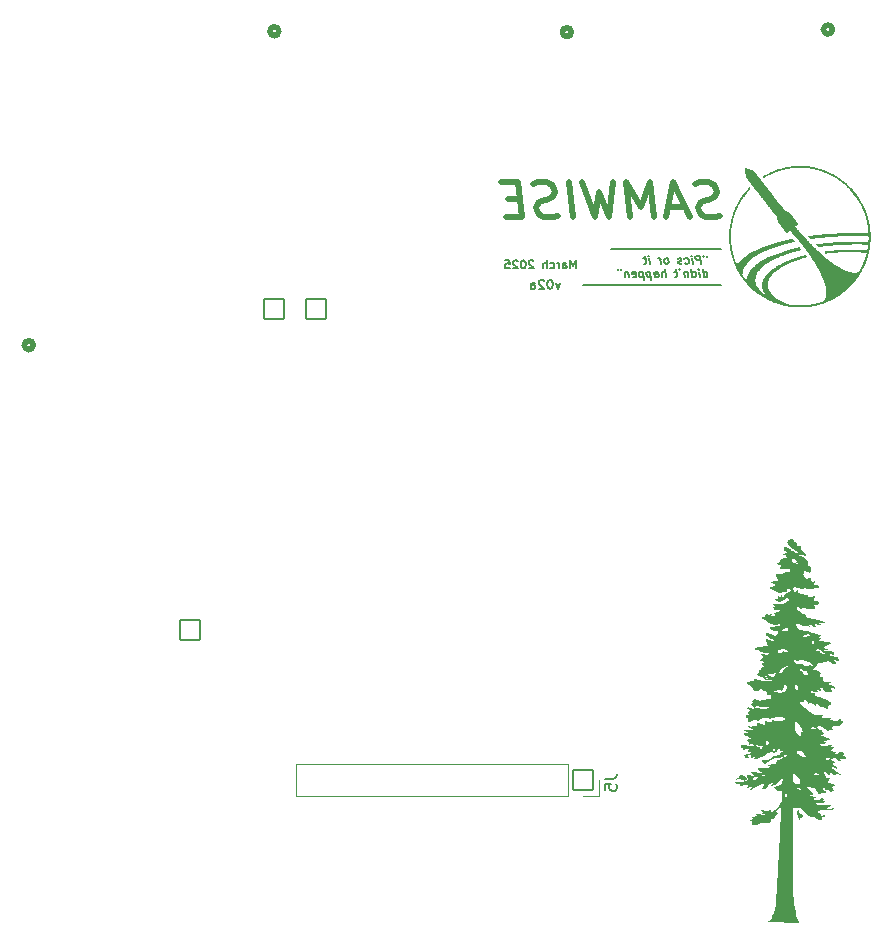
<source format=gbo>
%TF.GenerationSoftware,KiCad,Pcbnew,9.0.5-9.0.5~ubuntu24.04.1*%
%TF.CreationDate,2025-10-12T15:57:20-07:00*%
%TF.ProjectId,motor_board,6d6f746f-725f-4626-9f61-72642e6b6963,1.3*%
%TF.SameCoordinates,Original*%
%TF.FileFunction,Legend,Bot*%
%TF.FilePolarity,Positive*%
%FSLAX46Y46*%
G04 Gerber Fmt 4.6, Leading zero omitted, Abs format (unit mm)*
G04 Created by KiCad (PCBNEW 9.0.5-9.0.5~ubuntu24.04.1) date 2025-10-12 15:57:20*
%MOMM*%
%LPD*%
G01*
G04 APERTURE LIST*
G04 Aperture macros list*
%AMRoundRect*
0 Rectangle with rounded corners*
0 $1 Rounding radius*
0 $2 $3 $4 $5 $6 $7 $8 $9 X,Y pos of 4 corners*
0 Add a 4 corners polygon primitive as box body*
4,1,4,$2,$3,$4,$5,$6,$7,$8,$9,$2,$3,0*
0 Add four circle primitives for the rounded corners*
1,1,$1+$1,$2,$3*
1,1,$1+$1,$4,$5*
1,1,$1+$1,$6,$7*
1,1,$1+$1,$8,$9*
0 Add four rect primitives between the rounded corners*
20,1,$1+$1,$2,$3,$4,$5,0*
20,1,$1+$1,$4,$5,$6,$7,0*
20,1,$1+$1,$6,$7,$8,$9,0*
20,1,$1+$1,$8,$9,$2,$3,0*%
G04 Aperture macros list end*
%ADD10C,0.127000*%
%ADD11C,0.500000*%
%ADD12C,0.150000*%
%ADD13C,0.508000*%
%ADD14C,0.120000*%
%ADD15C,0.000000*%
%ADD16C,5.701600*%
%ADD17C,0.701600*%
%ADD18O,2.251600X1.151600*%
%ADD19O,1.951600X1.151600*%
%ADD20C,0.401600*%
%ADD21RoundRect,0.050800X-0.850000X0.850000X-0.850000X-0.850000X0.850000X-0.850000X0.850000X0.850000X0*%
%ADD22C,1.801600*%
%ADD23RoundRect,0.050800X0.850000X0.850000X-0.850000X0.850000X-0.850000X-0.850000X0.850000X-0.850000X0*%
%ADD24C,2.000000*%
%ADD25RoundRect,0.050800X0.850000X-0.850000X0.850000X0.850000X-0.850000X0.850000X-0.850000X-0.850000X0*%
G04 APERTURE END LIST*
D10*
X167980000Y-89288000D02*
X156296000Y-89288000D01*
X167980000Y-86240000D02*
X158709000Y-86240000D01*
X154337590Y-89102141D02*
X154156162Y-89610141D01*
X154156162Y-89610141D02*
X153974733Y-89102141D01*
X153539305Y-88848141D02*
X153466734Y-88848141D01*
X153466734Y-88848141D02*
X153394162Y-88884427D01*
X153394162Y-88884427D02*
X153357877Y-88920713D01*
X153357877Y-88920713D02*
X153321591Y-88993284D01*
X153321591Y-88993284D02*
X153285305Y-89138427D01*
X153285305Y-89138427D02*
X153285305Y-89319856D01*
X153285305Y-89319856D02*
X153321591Y-89464998D01*
X153321591Y-89464998D02*
X153357877Y-89537570D01*
X153357877Y-89537570D02*
X153394162Y-89573856D01*
X153394162Y-89573856D02*
X153466734Y-89610141D01*
X153466734Y-89610141D02*
X153539305Y-89610141D01*
X153539305Y-89610141D02*
X153611877Y-89573856D01*
X153611877Y-89573856D02*
X153648162Y-89537570D01*
X153648162Y-89537570D02*
X153684448Y-89464998D01*
X153684448Y-89464998D02*
X153720734Y-89319856D01*
X153720734Y-89319856D02*
X153720734Y-89138427D01*
X153720734Y-89138427D02*
X153684448Y-88993284D01*
X153684448Y-88993284D02*
X153648162Y-88920713D01*
X153648162Y-88920713D02*
X153611877Y-88884427D01*
X153611877Y-88884427D02*
X153539305Y-88848141D01*
X152995020Y-88920713D02*
X152958734Y-88884427D01*
X152958734Y-88884427D02*
X152886163Y-88848141D01*
X152886163Y-88848141D02*
X152704734Y-88848141D01*
X152704734Y-88848141D02*
X152632163Y-88884427D01*
X152632163Y-88884427D02*
X152595877Y-88920713D01*
X152595877Y-88920713D02*
X152559591Y-88993284D01*
X152559591Y-88993284D02*
X152559591Y-89065856D01*
X152559591Y-89065856D02*
X152595877Y-89174713D01*
X152595877Y-89174713D02*
X153031305Y-89610141D01*
X153031305Y-89610141D02*
X152559591Y-89610141D01*
X151906449Y-89610141D02*
X151906449Y-89210998D01*
X151906449Y-89210998D02*
X151942734Y-89138427D01*
X151942734Y-89138427D02*
X152015306Y-89102141D01*
X152015306Y-89102141D02*
X152160449Y-89102141D01*
X152160449Y-89102141D02*
X152233020Y-89138427D01*
X151906449Y-89573856D02*
X151979020Y-89610141D01*
X151979020Y-89610141D02*
X152160449Y-89610141D01*
X152160449Y-89610141D02*
X152233020Y-89573856D01*
X152233020Y-89573856D02*
X152269306Y-89501284D01*
X152269306Y-89501284D02*
X152269306Y-89428713D01*
X152269306Y-89428713D02*
X152233020Y-89356141D01*
X152233020Y-89356141D02*
X152160449Y-89319856D01*
X152160449Y-89319856D02*
X151979020Y-89319856D01*
X151979020Y-89319856D02*
X151906449Y-89283570D01*
X166759781Y-86783749D02*
X166776448Y-86917082D01*
X166493114Y-86783749D02*
X166509781Y-86917082D01*
X166280615Y-87483749D02*
X166193115Y-86783749D01*
X166193115Y-86783749D02*
X165926448Y-86783749D01*
X165926448Y-86783749D02*
X165863948Y-86817082D01*
X165863948Y-86817082D02*
X165834781Y-86850416D01*
X165834781Y-86850416D02*
X165809781Y-86917082D01*
X165809781Y-86917082D02*
X165822281Y-87017082D01*
X165822281Y-87017082D02*
X165863948Y-87083749D01*
X165863948Y-87083749D02*
X165901448Y-87117082D01*
X165901448Y-87117082D02*
X165972281Y-87150416D01*
X165972281Y-87150416D02*
X166238948Y-87150416D01*
X165580615Y-87483749D02*
X165522281Y-87017082D01*
X165493115Y-86783749D02*
X165530615Y-86817082D01*
X165530615Y-86817082D02*
X165501448Y-86850416D01*
X165501448Y-86850416D02*
X165463948Y-86817082D01*
X165463948Y-86817082D02*
X165493115Y-86783749D01*
X165493115Y-86783749D02*
X165501448Y-86850416D01*
X164943115Y-87450416D02*
X165013948Y-87483749D01*
X165013948Y-87483749D02*
X165147282Y-87483749D01*
X165147282Y-87483749D02*
X165209782Y-87450416D01*
X165209782Y-87450416D02*
X165238948Y-87417082D01*
X165238948Y-87417082D02*
X165263948Y-87350416D01*
X165263948Y-87350416D02*
X165238948Y-87150416D01*
X165238948Y-87150416D02*
X165197282Y-87083749D01*
X165197282Y-87083749D02*
X165159782Y-87050416D01*
X165159782Y-87050416D02*
X165088948Y-87017082D01*
X165088948Y-87017082D02*
X164955615Y-87017082D01*
X164955615Y-87017082D02*
X164893115Y-87050416D01*
X164676448Y-87450416D02*
X164613948Y-87483749D01*
X164613948Y-87483749D02*
X164480615Y-87483749D01*
X164480615Y-87483749D02*
X164409782Y-87450416D01*
X164409782Y-87450416D02*
X164368115Y-87383749D01*
X164368115Y-87383749D02*
X164363948Y-87350416D01*
X164363948Y-87350416D02*
X164388948Y-87283749D01*
X164388948Y-87283749D02*
X164451448Y-87250416D01*
X164451448Y-87250416D02*
X164551448Y-87250416D01*
X164551448Y-87250416D02*
X164613948Y-87217082D01*
X164613948Y-87217082D02*
X164638948Y-87150416D01*
X164638948Y-87150416D02*
X164634782Y-87117082D01*
X164634782Y-87117082D02*
X164593115Y-87050416D01*
X164593115Y-87050416D02*
X164522282Y-87017082D01*
X164522282Y-87017082D02*
X164422282Y-87017082D01*
X164422282Y-87017082D02*
X164359782Y-87050416D01*
X163447282Y-87483749D02*
X163509782Y-87450416D01*
X163509782Y-87450416D02*
X163538948Y-87417082D01*
X163538948Y-87417082D02*
X163563948Y-87350416D01*
X163563948Y-87350416D02*
X163538948Y-87150416D01*
X163538948Y-87150416D02*
X163497282Y-87083749D01*
X163497282Y-87083749D02*
X163459782Y-87050416D01*
X163459782Y-87050416D02*
X163388948Y-87017082D01*
X163388948Y-87017082D02*
X163288948Y-87017082D01*
X163288948Y-87017082D02*
X163226448Y-87050416D01*
X163226448Y-87050416D02*
X163197282Y-87083749D01*
X163197282Y-87083749D02*
X163172282Y-87150416D01*
X163172282Y-87150416D02*
X163197282Y-87350416D01*
X163197282Y-87350416D02*
X163238948Y-87417082D01*
X163238948Y-87417082D02*
X163276448Y-87450416D01*
X163276448Y-87450416D02*
X163347282Y-87483749D01*
X163347282Y-87483749D02*
X163447282Y-87483749D01*
X162913949Y-87483749D02*
X162855615Y-87017082D01*
X162872282Y-87150416D02*
X162830615Y-87083749D01*
X162830615Y-87083749D02*
X162793115Y-87050416D01*
X162793115Y-87050416D02*
X162722282Y-87017082D01*
X162722282Y-87017082D02*
X162655615Y-87017082D01*
X161947283Y-87483749D02*
X161888949Y-87017082D01*
X161859783Y-86783749D02*
X161897283Y-86817082D01*
X161897283Y-86817082D02*
X161868116Y-86850416D01*
X161868116Y-86850416D02*
X161830616Y-86817082D01*
X161830616Y-86817082D02*
X161859783Y-86783749D01*
X161859783Y-86783749D02*
X161868116Y-86850416D01*
X161655616Y-87017082D02*
X161388950Y-87017082D01*
X161526450Y-86783749D02*
X161601450Y-87383749D01*
X161601450Y-87383749D02*
X161576450Y-87450416D01*
X161576450Y-87450416D02*
X161513950Y-87483749D01*
X161513950Y-87483749D02*
X161447283Y-87483749D01*
X166513948Y-88610710D02*
X166426448Y-87910710D01*
X166509781Y-88577377D02*
X166580614Y-88610710D01*
X166580614Y-88610710D02*
X166713948Y-88610710D01*
X166713948Y-88610710D02*
X166776448Y-88577377D01*
X166776448Y-88577377D02*
X166805614Y-88544043D01*
X166805614Y-88544043D02*
X166830614Y-88477377D01*
X166830614Y-88477377D02*
X166805614Y-88277377D01*
X166805614Y-88277377D02*
X166763948Y-88210710D01*
X166763948Y-88210710D02*
X166726448Y-88177377D01*
X166726448Y-88177377D02*
X166655614Y-88144043D01*
X166655614Y-88144043D02*
X166522281Y-88144043D01*
X166522281Y-88144043D02*
X166459781Y-88177377D01*
X166180615Y-88610710D02*
X166122281Y-88144043D01*
X166093115Y-87910710D02*
X166130615Y-87944043D01*
X166130615Y-87944043D02*
X166101448Y-87977377D01*
X166101448Y-87977377D02*
X166063948Y-87944043D01*
X166063948Y-87944043D02*
X166093115Y-87910710D01*
X166093115Y-87910710D02*
X166101448Y-87977377D01*
X165547282Y-88610710D02*
X165459782Y-87910710D01*
X165543115Y-88577377D02*
X165613948Y-88610710D01*
X165613948Y-88610710D02*
X165747282Y-88610710D01*
X165747282Y-88610710D02*
X165809782Y-88577377D01*
X165809782Y-88577377D02*
X165838948Y-88544043D01*
X165838948Y-88544043D02*
X165863948Y-88477377D01*
X165863948Y-88477377D02*
X165838948Y-88277377D01*
X165838948Y-88277377D02*
X165797282Y-88210710D01*
X165797282Y-88210710D02*
X165759782Y-88177377D01*
X165759782Y-88177377D02*
X165688948Y-88144043D01*
X165688948Y-88144043D02*
X165555615Y-88144043D01*
X165555615Y-88144043D02*
X165493115Y-88177377D01*
X165155615Y-88144043D02*
X165213949Y-88610710D01*
X165163949Y-88210710D02*
X165126449Y-88177377D01*
X165126449Y-88177377D02*
X165055615Y-88144043D01*
X165055615Y-88144043D02*
X164955615Y-88144043D01*
X164955615Y-88144043D02*
X164893115Y-88177377D01*
X164893115Y-88177377D02*
X164868115Y-88244043D01*
X164868115Y-88244043D02*
X164913949Y-88610710D01*
X164459782Y-87910710D02*
X164543116Y-88044043D01*
X164288949Y-88144043D02*
X164022283Y-88144043D01*
X164159783Y-87910710D02*
X164234783Y-88510710D01*
X164234783Y-88510710D02*
X164209783Y-88577377D01*
X164209783Y-88577377D02*
X164147283Y-88610710D01*
X164147283Y-88610710D02*
X164080616Y-88610710D01*
X163313950Y-88610710D02*
X163226450Y-87910710D01*
X163013950Y-88610710D02*
X162968116Y-88244043D01*
X162968116Y-88244043D02*
X162993116Y-88177377D01*
X162993116Y-88177377D02*
X163055616Y-88144043D01*
X163055616Y-88144043D02*
X163155616Y-88144043D01*
X163155616Y-88144043D02*
X163226450Y-88177377D01*
X163226450Y-88177377D02*
X163263950Y-88210710D01*
X162380617Y-88610710D02*
X162334783Y-88244043D01*
X162334783Y-88244043D02*
X162359783Y-88177377D01*
X162359783Y-88177377D02*
X162422283Y-88144043D01*
X162422283Y-88144043D02*
X162555617Y-88144043D01*
X162555617Y-88144043D02*
X162626450Y-88177377D01*
X162376450Y-88577377D02*
X162447283Y-88610710D01*
X162447283Y-88610710D02*
X162613950Y-88610710D01*
X162613950Y-88610710D02*
X162676450Y-88577377D01*
X162676450Y-88577377D02*
X162701450Y-88510710D01*
X162701450Y-88510710D02*
X162693117Y-88444043D01*
X162693117Y-88444043D02*
X162651450Y-88377377D01*
X162651450Y-88377377D02*
X162580617Y-88344043D01*
X162580617Y-88344043D02*
X162413950Y-88344043D01*
X162413950Y-88344043D02*
X162343117Y-88310710D01*
X161988950Y-88144043D02*
X162076450Y-88844043D01*
X161993117Y-88177377D02*
X161922284Y-88144043D01*
X161922284Y-88144043D02*
X161788950Y-88144043D01*
X161788950Y-88144043D02*
X161726450Y-88177377D01*
X161726450Y-88177377D02*
X161697284Y-88210710D01*
X161697284Y-88210710D02*
X161672284Y-88277377D01*
X161672284Y-88277377D02*
X161697284Y-88477377D01*
X161697284Y-88477377D02*
X161738950Y-88544043D01*
X161738950Y-88544043D02*
X161776450Y-88577377D01*
X161776450Y-88577377D02*
X161847284Y-88610710D01*
X161847284Y-88610710D02*
X161980617Y-88610710D01*
X161980617Y-88610710D02*
X162043117Y-88577377D01*
X161355617Y-88144043D02*
X161443117Y-88844043D01*
X161359784Y-88177377D02*
X161288951Y-88144043D01*
X161288951Y-88144043D02*
X161155617Y-88144043D01*
X161155617Y-88144043D02*
X161093117Y-88177377D01*
X161093117Y-88177377D02*
X161063951Y-88210710D01*
X161063951Y-88210710D02*
X161038951Y-88277377D01*
X161038951Y-88277377D02*
X161063951Y-88477377D01*
X161063951Y-88477377D02*
X161105617Y-88544043D01*
X161105617Y-88544043D02*
X161143117Y-88577377D01*
X161143117Y-88577377D02*
X161213951Y-88610710D01*
X161213951Y-88610710D02*
X161347284Y-88610710D01*
X161347284Y-88610710D02*
X161409784Y-88577377D01*
X160509784Y-88577377D02*
X160580618Y-88610710D01*
X160580618Y-88610710D02*
X160713951Y-88610710D01*
X160713951Y-88610710D02*
X160776451Y-88577377D01*
X160776451Y-88577377D02*
X160801451Y-88510710D01*
X160801451Y-88510710D02*
X160768118Y-88244043D01*
X160768118Y-88244043D02*
X160726451Y-88177377D01*
X160726451Y-88177377D02*
X160655618Y-88144043D01*
X160655618Y-88144043D02*
X160522284Y-88144043D01*
X160522284Y-88144043D02*
X160459784Y-88177377D01*
X160459784Y-88177377D02*
X160434784Y-88244043D01*
X160434784Y-88244043D02*
X160443118Y-88310710D01*
X160443118Y-88310710D02*
X160784784Y-88377377D01*
X160122284Y-88144043D02*
X160180618Y-88610710D01*
X160130618Y-88210710D02*
X160093118Y-88177377D01*
X160093118Y-88177377D02*
X160022284Y-88144043D01*
X160022284Y-88144043D02*
X159922284Y-88144043D01*
X159922284Y-88144043D02*
X159859784Y-88177377D01*
X159859784Y-88177377D02*
X159834784Y-88244043D01*
X159834784Y-88244043D02*
X159880618Y-88610710D01*
X159493118Y-87910710D02*
X159509785Y-88044043D01*
X159226451Y-87910710D02*
X159243118Y-88044043D01*
D11*
X167871428Y-83419000D02*
X167460714Y-83561857D01*
X167460714Y-83561857D02*
X166746428Y-83561857D01*
X166746428Y-83561857D02*
X166442857Y-83419000D01*
X166442857Y-83419000D02*
X166282142Y-83276142D01*
X166282142Y-83276142D02*
X166103571Y-82990428D01*
X166103571Y-82990428D02*
X166067857Y-82704714D01*
X166067857Y-82704714D02*
X166174999Y-82419000D01*
X166174999Y-82419000D02*
X166299999Y-82276142D01*
X166299999Y-82276142D02*
X166567857Y-82133285D01*
X166567857Y-82133285D02*
X167121428Y-81990428D01*
X167121428Y-81990428D02*
X167389285Y-81847571D01*
X167389285Y-81847571D02*
X167514285Y-81704714D01*
X167514285Y-81704714D02*
X167621428Y-81419000D01*
X167621428Y-81419000D02*
X167585714Y-81133285D01*
X167585714Y-81133285D02*
X167407142Y-80847571D01*
X167407142Y-80847571D02*
X167246428Y-80704714D01*
X167246428Y-80704714D02*
X166942857Y-80561857D01*
X166942857Y-80561857D02*
X166228571Y-80561857D01*
X166228571Y-80561857D02*
X165817857Y-80704714D01*
X164924999Y-82704714D02*
X163496428Y-82704714D01*
X165317856Y-83561857D02*
X163942856Y-80561857D01*
X163942856Y-80561857D02*
X163317856Y-83561857D01*
X162317856Y-83561857D02*
X161942856Y-80561857D01*
X161942856Y-80561857D02*
X161210713Y-82704714D01*
X161210713Y-82704714D02*
X159942856Y-80561857D01*
X159942856Y-80561857D02*
X160317856Y-83561857D01*
X158799999Y-80561857D02*
X158460714Y-83561857D01*
X158460714Y-83561857D02*
X157621428Y-81419000D01*
X157621428Y-81419000D02*
X157317856Y-83561857D01*
X157317856Y-83561857D02*
X156228571Y-80561857D01*
X155460714Y-83561857D02*
X155085714Y-80561857D01*
X154157143Y-83419000D02*
X153746429Y-83561857D01*
X153746429Y-83561857D02*
X153032143Y-83561857D01*
X153032143Y-83561857D02*
X152728572Y-83419000D01*
X152728572Y-83419000D02*
X152567857Y-83276142D01*
X152567857Y-83276142D02*
X152389286Y-82990428D01*
X152389286Y-82990428D02*
X152353572Y-82704714D01*
X152353572Y-82704714D02*
X152460714Y-82419000D01*
X152460714Y-82419000D02*
X152585714Y-82276142D01*
X152585714Y-82276142D02*
X152853572Y-82133285D01*
X152853572Y-82133285D02*
X153407143Y-81990428D01*
X153407143Y-81990428D02*
X153675000Y-81847571D01*
X153675000Y-81847571D02*
X153800000Y-81704714D01*
X153800000Y-81704714D02*
X153907143Y-81419000D01*
X153907143Y-81419000D02*
X153871429Y-81133285D01*
X153871429Y-81133285D02*
X153692857Y-80847571D01*
X153692857Y-80847571D02*
X153532143Y-80704714D01*
X153532143Y-80704714D02*
X153228572Y-80561857D01*
X153228572Y-80561857D02*
X152514286Y-80561857D01*
X152514286Y-80561857D02*
X152103572Y-80704714D01*
X150978571Y-81990428D02*
X149978571Y-81990428D01*
X149746429Y-83561857D02*
X151175000Y-83561857D01*
X151175000Y-83561857D02*
X150800000Y-80561857D01*
X150800000Y-80561857D02*
X149371429Y-80561857D01*
D10*
X155703333Y-87877229D02*
X155703333Y-87177229D01*
X155703333Y-87177229D02*
X155470000Y-87677229D01*
X155470000Y-87677229D02*
X155236666Y-87177229D01*
X155236666Y-87177229D02*
X155236666Y-87877229D01*
X154603333Y-87877229D02*
X154603333Y-87510562D01*
X154603333Y-87510562D02*
X154636666Y-87443896D01*
X154636666Y-87443896D02*
X154703333Y-87410562D01*
X154703333Y-87410562D02*
X154836666Y-87410562D01*
X154836666Y-87410562D02*
X154903333Y-87443896D01*
X154603333Y-87843896D02*
X154670000Y-87877229D01*
X154670000Y-87877229D02*
X154836666Y-87877229D01*
X154836666Y-87877229D02*
X154903333Y-87843896D01*
X154903333Y-87843896D02*
X154936666Y-87777229D01*
X154936666Y-87777229D02*
X154936666Y-87710562D01*
X154936666Y-87710562D02*
X154903333Y-87643896D01*
X154903333Y-87643896D02*
X154836666Y-87610562D01*
X154836666Y-87610562D02*
X154670000Y-87610562D01*
X154670000Y-87610562D02*
X154603333Y-87577229D01*
X154270000Y-87877229D02*
X154270000Y-87410562D01*
X154270000Y-87543896D02*
X154236667Y-87477229D01*
X154236667Y-87477229D02*
X154203333Y-87443896D01*
X154203333Y-87443896D02*
X154136667Y-87410562D01*
X154136667Y-87410562D02*
X154070000Y-87410562D01*
X153536667Y-87843896D02*
X153603334Y-87877229D01*
X153603334Y-87877229D02*
X153736667Y-87877229D01*
X153736667Y-87877229D02*
X153803334Y-87843896D01*
X153803334Y-87843896D02*
X153836667Y-87810562D01*
X153836667Y-87810562D02*
X153870000Y-87743896D01*
X153870000Y-87743896D02*
X153870000Y-87543896D01*
X153870000Y-87543896D02*
X153836667Y-87477229D01*
X153836667Y-87477229D02*
X153803334Y-87443896D01*
X153803334Y-87443896D02*
X153736667Y-87410562D01*
X153736667Y-87410562D02*
X153603334Y-87410562D01*
X153603334Y-87410562D02*
X153536667Y-87443896D01*
X153236667Y-87877229D02*
X153236667Y-87177229D01*
X152936667Y-87877229D02*
X152936667Y-87510562D01*
X152936667Y-87510562D02*
X152970000Y-87443896D01*
X152970000Y-87443896D02*
X153036667Y-87410562D01*
X153036667Y-87410562D02*
X153136667Y-87410562D01*
X153136667Y-87410562D02*
X153203334Y-87443896D01*
X153203334Y-87443896D02*
X153236667Y-87477229D01*
X152103334Y-87243896D02*
X152070001Y-87210562D01*
X152070001Y-87210562D02*
X152003334Y-87177229D01*
X152003334Y-87177229D02*
X151836668Y-87177229D01*
X151836668Y-87177229D02*
X151770001Y-87210562D01*
X151770001Y-87210562D02*
X151736668Y-87243896D01*
X151736668Y-87243896D02*
X151703334Y-87310562D01*
X151703334Y-87310562D02*
X151703334Y-87377229D01*
X151703334Y-87377229D02*
X151736668Y-87477229D01*
X151736668Y-87477229D02*
X152136668Y-87877229D01*
X152136668Y-87877229D02*
X151703334Y-87877229D01*
X151270001Y-87177229D02*
X151203334Y-87177229D01*
X151203334Y-87177229D02*
X151136667Y-87210562D01*
X151136667Y-87210562D02*
X151103334Y-87243896D01*
X151103334Y-87243896D02*
X151070001Y-87310562D01*
X151070001Y-87310562D02*
X151036667Y-87443896D01*
X151036667Y-87443896D02*
X151036667Y-87610562D01*
X151036667Y-87610562D02*
X151070001Y-87743896D01*
X151070001Y-87743896D02*
X151103334Y-87810562D01*
X151103334Y-87810562D02*
X151136667Y-87843896D01*
X151136667Y-87843896D02*
X151203334Y-87877229D01*
X151203334Y-87877229D02*
X151270001Y-87877229D01*
X151270001Y-87877229D02*
X151336667Y-87843896D01*
X151336667Y-87843896D02*
X151370001Y-87810562D01*
X151370001Y-87810562D02*
X151403334Y-87743896D01*
X151403334Y-87743896D02*
X151436667Y-87610562D01*
X151436667Y-87610562D02*
X151436667Y-87443896D01*
X151436667Y-87443896D02*
X151403334Y-87310562D01*
X151403334Y-87310562D02*
X151370001Y-87243896D01*
X151370001Y-87243896D02*
X151336667Y-87210562D01*
X151336667Y-87210562D02*
X151270001Y-87177229D01*
X150770000Y-87243896D02*
X150736667Y-87210562D01*
X150736667Y-87210562D02*
X150670000Y-87177229D01*
X150670000Y-87177229D02*
X150503334Y-87177229D01*
X150503334Y-87177229D02*
X150436667Y-87210562D01*
X150436667Y-87210562D02*
X150403334Y-87243896D01*
X150403334Y-87243896D02*
X150370000Y-87310562D01*
X150370000Y-87310562D02*
X150370000Y-87377229D01*
X150370000Y-87377229D02*
X150403334Y-87477229D01*
X150403334Y-87477229D02*
X150803334Y-87877229D01*
X150803334Y-87877229D02*
X150370000Y-87877229D01*
X149736667Y-87177229D02*
X150070000Y-87177229D01*
X150070000Y-87177229D02*
X150103333Y-87510562D01*
X150103333Y-87510562D02*
X150070000Y-87477229D01*
X150070000Y-87477229D02*
X150003333Y-87443896D01*
X150003333Y-87443896D02*
X149836667Y-87443896D01*
X149836667Y-87443896D02*
X149770000Y-87477229D01*
X149770000Y-87477229D02*
X149736667Y-87510562D01*
X149736667Y-87510562D02*
X149703333Y-87577229D01*
X149703333Y-87577229D02*
X149703333Y-87743896D01*
X149703333Y-87743896D02*
X149736667Y-87810562D01*
X149736667Y-87810562D02*
X149770000Y-87843896D01*
X149770000Y-87843896D02*
X149836667Y-87877229D01*
X149836667Y-87877229D02*
X150003333Y-87877229D01*
X150003333Y-87877229D02*
X150070000Y-87843896D01*
X150070000Y-87843896D02*
X150103333Y-87810562D01*
D12*
X158162719Y-131092766D02*
X158877004Y-131092766D01*
X158877004Y-131092766D02*
X159019861Y-131045147D01*
X159019861Y-131045147D02*
X159115100Y-130949909D01*
X159115100Y-130949909D02*
X159162719Y-130807052D01*
X159162719Y-130807052D02*
X159162719Y-130711814D01*
X158162719Y-132045147D02*
X158162719Y-131568957D01*
X158162719Y-131568957D02*
X158638909Y-131521338D01*
X158638909Y-131521338D02*
X158591290Y-131568957D01*
X158591290Y-131568957D02*
X158543671Y-131664195D01*
X158543671Y-131664195D02*
X158543671Y-131902290D01*
X158543671Y-131902290D02*
X158591290Y-131997528D01*
X158591290Y-131997528D02*
X158638909Y-132045147D01*
X158638909Y-132045147D02*
X158734147Y-132092766D01*
X158734147Y-132092766D02*
X158972242Y-132092766D01*
X158972242Y-132092766D02*
X159067480Y-132045147D01*
X159067480Y-132045147D02*
X159115100Y-131997528D01*
X159115100Y-131997528D02*
X159162719Y-131902290D01*
X159162719Y-131902290D02*
X159162719Y-131664195D01*
X159162719Y-131664195D02*
X159115100Y-131568957D01*
X159115100Y-131568957D02*
X159067480Y-131521338D01*
D13*
X155316500Y-67868100D02*
G75*
G02*
X154554500Y-67868100I-381000J0D01*
G01*
X154554500Y-67868100D02*
G75*
G02*
X155316500Y-67868100I381000J0D01*
G01*
X177419532Y-67651933D02*
G75*
G02*
X176657532Y-67651933I-381000J0D01*
G01*
X176657532Y-67651933D02*
G75*
G02*
X177419532Y-67651933I381000J0D01*
G01*
X109754592Y-94374514D02*
G75*
G02*
X108992592Y-94374514I-381000J0D01*
G01*
X108992592Y-94374514D02*
G75*
G02*
X109754592Y-94374514I381000J0D01*
G01*
X130544532Y-67796133D02*
G75*
G02*
X129782532Y-67796133I-381000J0D01*
G01*
X129782532Y-67796133D02*
G75*
G02*
X130544532Y-67796133I381000J0D01*
G01*
D14*
X132042000Y-132580000D02*
X132042000Y-129820000D01*
X155012000Y-129820000D02*
X132042000Y-129820000D01*
X155012000Y-132580000D02*
X132042000Y-132580000D01*
X155012000Y-132580000D02*
X155012000Y-129820000D01*
X156282000Y-132580000D02*
X157662000Y-132580000D01*
X157662000Y-132580000D02*
X157662000Y-131200000D01*
D15*
G36*
X173796433Y-91395512D02*
G01*
X173807721Y-91400845D01*
X173829309Y-91405355D01*
X173839308Y-91407108D01*
X173846426Y-91414602D01*
X173842084Y-91418139D01*
X173826096Y-91419287D01*
X173803585Y-91417051D01*
X173780158Y-91412067D01*
X173761419Y-91404969D01*
X173759044Y-91403622D01*
X173754106Y-91397690D01*
X173764670Y-91391834D01*
X173776595Y-91390087D01*
X173796433Y-91395512D01*
G37*
G36*
X174921781Y-79198694D02*
G01*
X175164859Y-79215367D01*
X175411039Y-79242410D01*
X175657068Y-79279602D01*
X175674067Y-79282536D01*
X175746984Y-79295312D01*
X175810086Y-79306819D01*
X175867125Y-79317859D01*
X175921849Y-79329234D01*
X175978010Y-79341746D01*
X176039357Y-79356197D01*
X176109640Y-79373389D01*
X176192611Y-79394123D01*
X176195347Y-79394813D01*
X176292139Y-79420941D01*
X176399635Y-79452868D01*
X176513349Y-79489079D01*
X176628795Y-79528062D01*
X176741488Y-79568303D01*
X176846941Y-79608289D01*
X176940670Y-79646506D01*
X177030553Y-79685221D01*
X177135330Y-79731676D01*
X177231292Y-79776046D01*
X177322513Y-79820318D01*
X177413067Y-79866480D01*
X177507027Y-79916521D01*
X177608469Y-79972429D01*
X177648551Y-79994948D01*
X177687805Y-80017395D01*
X177725288Y-80039390D01*
X177762981Y-80062184D01*
X177802861Y-80087028D01*
X177846909Y-80115172D01*
X177897103Y-80147867D01*
X177955423Y-80186363D01*
X178023849Y-80231911D01*
X178104359Y-80285762D01*
X178107064Y-80287592D01*
X178128340Y-80302550D01*
X178158054Y-80324039D01*
X178193435Y-80349989D01*
X178231710Y-80378333D01*
X178270107Y-80407002D01*
X178305855Y-80433928D01*
X178336181Y-80457042D01*
X178358314Y-80474278D01*
X178369480Y-80483565D01*
X178371278Y-80485233D01*
X178386088Y-80497676D01*
X178409317Y-80516220D01*
X178436783Y-80537514D01*
X178443159Y-80542406D01*
X178470267Y-80563596D01*
X178492342Y-80581442D01*
X178505109Y-80592503D01*
X178506664Y-80593976D01*
X178520402Y-80606284D01*
X178543604Y-80626580D01*
X178573450Y-80652409D01*
X178607121Y-80681317D01*
X178611705Y-80685265D01*
X178647591Y-80717412D01*
X178692657Y-80759405D01*
X178744745Y-80809096D01*
X178801695Y-80864341D01*
X178861349Y-80922992D01*
X178921547Y-80982902D01*
X178980131Y-81041924D01*
X179034941Y-81097913D01*
X179083818Y-81148720D01*
X179124603Y-81192201D01*
X179155138Y-81226207D01*
X179179168Y-81253978D01*
X179206216Y-81285197D01*
X179228662Y-81311060D01*
X179243249Y-81327811D01*
X179247029Y-81332187D01*
X179266589Y-81355603D01*
X179292946Y-81387895D01*
X179323240Y-81425485D01*
X179354617Y-81464800D01*
X179384218Y-81502264D01*
X179409187Y-81534302D01*
X179426666Y-81557339D01*
X179435392Y-81569004D01*
X179449264Y-81586747D01*
X179457056Y-81595582D01*
X179457809Y-81596312D01*
X179466507Y-81607295D01*
X179481488Y-81627818D01*
X179500009Y-81654139D01*
X179501717Y-81656604D01*
X179534609Y-81704074D01*
X179560434Y-81741294D01*
X179581682Y-81771836D01*
X179600840Y-81799270D01*
X179620397Y-81827169D01*
X179642843Y-81859103D01*
X179671340Y-81900858D01*
X179713919Y-81966522D01*
X179761392Y-82042804D01*
X179812192Y-82127132D01*
X179864749Y-82216934D01*
X179917498Y-82309638D01*
X179927335Y-82327445D01*
X179950493Y-82370732D01*
X179977228Y-82422073D01*
X180006104Y-82478580D01*
X180035683Y-82537366D01*
X180064529Y-82595543D01*
X180091204Y-82650225D01*
X180114272Y-82698524D01*
X180132295Y-82737553D01*
X180143837Y-82764424D01*
X180150860Y-82781801D01*
X180166448Y-82818768D01*
X180181830Y-82853681D01*
X180192630Y-82878551D01*
X180207983Y-82915548D01*
X180225335Y-82958541D01*
X180242607Y-83002443D01*
X180244030Y-83006111D01*
X180259542Y-83045945D01*
X180273255Y-83080884D01*
X180283728Y-83107271D01*
X180289519Y-83121452D01*
X180295537Y-83136717D01*
X180306555Y-83167087D01*
X180320419Y-83206848D01*
X180335859Y-83252260D01*
X180351605Y-83299579D01*
X180366388Y-83345064D01*
X180378938Y-83384973D01*
X180392268Y-83428464D01*
X180410759Y-83489110D01*
X180425240Y-83537151D01*
X180436377Y-83574849D01*
X180444833Y-83604464D01*
X180451272Y-83628258D01*
X180456360Y-83648494D01*
X180458292Y-83656334D01*
X180463800Y-83678556D01*
X180472118Y-83712058D01*
X180482536Y-83753992D01*
X180494349Y-83801506D01*
X180503725Y-83839621D01*
X180514759Y-83885632D01*
X180523873Y-83924949D01*
X180530313Y-83954309D01*
X180533328Y-83970452D01*
X180533588Y-83972438D01*
X180538309Y-83998570D01*
X180544989Y-84026905D01*
X180545292Y-84028043D01*
X180552158Y-84060078D01*
X180556825Y-84092299D01*
X180558320Y-84105380D01*
X180563092Y-84138285D01*
X180568947Y-84171857D01*
X180572785Y-84192091D01*
X180582356Y-84245237D01*
X180591343Y-84298609D01*
X180599076Y-84347978D01*
X180604880Y-84389119D01*
X180608083Y-84417804D01*
X180609997Y-84437824D01*
X180613785Y-84472246D01*
X180618715Y-84514020D01*
X180624202Y-84558065D01*
X180629835Y-84607183D01*
X180637349Y-84691335D01*
X180643761Y-84786008D01*
X180649000Y-84888153D01*
X180652998Y-84994723D01*
X180655685Y-85102669D01*
X180656991Y-85208943D01*
X180656846Y-85310496D01*
X180655181Y-85404281D01*
X180651927Y-85487249D01*
X180647012Y-85556352D01*
X180644458Y-85585099D01*
X180641097Y-85628742D01*
X180638697Y-85667337D01*
X180637657Y-85694951D01*
X180637241Y-85706842D01*
X180634632Y-85741077D01*
X180630210Y-85782513D01*
X180624626Y-85824665D01*
X180621743Y-85844673D01*
X180616045Y-85886761D01*
X180611347Y-85924705D01*
X180608453Y-85952175D01*
X180607545Y-85961470D01*
X180603560Y-85994160D01*
X180597910Y-86034361D01*
X180591508Y-86075435D01*
X180579250Y-86149453D01*
X180567387Y-86219970D01*
X180557762Y-86275742D01*
X180550185Y-86317871D01*
X180544464Y-86347456D01*
X180542892Y-86355253D01*
X180536763Y-86387540D01*
X180531956Y-86415462D01*
X180529571Y-86428758D01*
X180523007Y-86459592D01*
X180515177Y-86491968D01*
X180513186Y-86499716D01*
X180505551Y-86529952D01*
X180495381Y-86570695D01*
X180483765Y-86617578D01*
X180471789Y-86666231D01*
X180467320Y-86684320D01*
X180455037Y-86732852D01*
X180443230Y-86777976D01*
X180433056Y-86815316D01*
X180425674Y-86840495D01*
X180420632Y-86856520D01*
X180409610Y-86892011D01*
X180396684Y-86934019D01*
X180383715Y-86976506D01*
X180376333Y-87000671D01*
X180353737Y-87072643D01*
X180331456Y-87140010D01*
X180308259Y-87206115D01*
X180282914Y-87274303D01*
X180254188Y-87347917D01*
X180220849Y-87430301D01*
X180181664Y-87524799D01*
X180173733Y-87543692D01*
X180144604Y-87611615D01*
X180119958Y-87666598D01*
X180100149Y-87707891D01*
X180085535Y-87734741D01*
X180076471Y-87746401D01*
X180075628Y-87747151D01*
X180067643Y-87759180D01*
X180054379Y-87782782D01*
X180037422Y-87814777D01*
X180018364Y-87851990D01*
X179998791Y-87891241D01*
X179980292Y-87929354D01*
X179964458Y-87963151D01*
X179952875Y-87989454D01*
X179947133Y-88005087D01*
X179944882Y-88011187D01*
X179934689Y-88032095D01*
X179918127Y-88062760D01*
X179896875Y-88100117D01*
X179872615Y-88141098D01*
X179851689Y-88175808D01*
X179821990Y-88225234D01*
X179799167Y-88263497D01*
X179781968Y-88292714D01*
X179769141Y-88315004D01*
X179759434Y-88332482D01*
X179758420Y-88334308D01*
X179746307Y-88353869D01*
X179731014Y-88376298D01*
X179727482Y-88381295D01*
X179716367Y-88398155D01*
X179711888Y-88406934D01*
X179711888Y-88406940D01*
X179709597Y-88411632D01*
X179702250Y-88423472D01*
X179689084Y-88443602D01*
X179669335Y-88473165D01*
X179642240Y-88513305D01*
X179607034Y-88565164D01*
X179562954Y-88629886D01*
X179517432Y-88694474D01*
X179427115Y-88812731D01*
X179414364Y-88828695D01*
X179386259Y-88863878D01*
X179354936Y-88903089D01*
X179325107Y-88940428D01*
X179261341Y-89018462D01*
X179152195Y-89145165D01*
X179035886Y-89272700D01*
X178915008Y-89398462D01*
X178792151Y-89519849D01*
X178669908Y-89634259D01*
X178550871Y-89739087D01*
X178437632Y-89831731D01*
X178412767Y-89851728D01*
X178381424Y-89878095D01*
X178356031Y-89900658D01*
X178345356Y-89910278D01*
X178314054Y-89936391D01*
X178283775Y-89959382D01*
X178259441Y-89976827D01*
X178226494Y-90000838D01*
X178194518Y-90024470D01*
X178192141Y-90026233D01*
X178165081Y-90045568D01*
X178126530Y-90072250D01*
X178078978Y-90104612D01*
X178024918Y-90140984D01*
X177966840Y-90179696D01*
X177907237Y-90219081D01*
X177848598Y-90257468D01*
X177793416Y-90293189D01*
X177745515Y-90323181D01*
X177663159Y-90372099D01*
X177571804Y-90423799D01*
X177475305Y-90476242D01*
X177377515Y-90527385D01*
X177282287Y-90575188D01*
X177193475Y-90617608D01*
X177114933Y-90652605D01*
X177081067Y-90667172D01*
X177040986Y-90684878D01*
X177006705Y-90700510D01*
X176983173Y-90711842D01*
X176979622Y-90713610D01*
X176951018Y-90726342D01*
X176909474Y-90743217D01*
X176857609Y-90763300D01*
X176798041Y-90785660D01*
X176733388Y-90809364D01*
X176666268Y-90833477D01*
X176599301Y-90857067D01*
X176535103Y-90879201D01*
X176476293Y-90898946D01*
X176425489Y-90915368D01*
X176385310Y-90927535D01*
X176358374Y-90934514D01*
X176358326Y-90934524D01*
X176339052Y-90939231D01*
X176307533Y-90947649D01*
X176267803Y-90958660D01*
X176223900Y-90971145D01*
X176179860Y-90983985D01*
X176162157Y-90989214D01*
X176110065Y-91004488D01*
X176070662Y-91015772D01*
X176041169Y-91023801D01*
X176018805Y-91029312D01*
X176000790Y-91033041D01*
X175984344Y-91035722D01*
X175978212Y-91036645D01*
X175954302Y-91040875D01*
X175938780Y-91044579D01*
X175930284Y-91047032D01*
X175903023Y-91053350D01*
X175863037Y-91061566D01*
X175812974Y-91071196D01*
X175755477Y-91081759D01*
X175693192Y-91092775D01*
X175628764Y-91103761D01*
X175564837Y-91114236D01*
X175504056Y-91123719D01*
X175481062Y-91127161D01*
X175404512Y-91137930D01*
X175332189Y-91146813D01*
X175258787Y-91154371D01*
X175179001Y-91161166D01*
X175087524Y-91167758D01*
X175054728Y-91170027D01*
X175010220Y-91173310D01*
X174973254Y-91176279D01*
X174946970Y-91178677D01*
X174934512Y-91180248D01*
X174931489Y-91180707D01*
X174912093Y-91181732D01*
X174878735Y-91182313D01*
X174833674Y-91182487D01*
X174779171Y-91182292D01*
X174717485Y-91181765D01*
X174650876Y-91180943D01*
X174581603Y-91179865D01*
X174511928Y-91178566D01*
X174444108Y-91177086D01*
X174380406Y-91175461D01*
X174323079Y-91173730D01*
X174274388Y-91171928D01*
X174236594Y-91170095D01*
X174211955Y-91168266D01*
X174196475Y-91166639D01*
X174142144Y-91160870D01*
X174084417Y-91154671D01*
X174033441Y-91149132D01*
X174005648Y-91146180D01*
X173970972Y-91142786D01*
X173944843Y-91140576D01*
X173931433Y-91139928D01*
X173929365Y-91139910D01*
X173912021Y-91138140D01*
X173884136Y-91134161D01*
X173850676Y-91128666D01*
X173847054Y-91128038D01*
X173808609Y-91121660D01*
X173771898Y-91116005D01*
X173744418Y-91112233D01*
X173740957Y-91111778D01*
X173717488Y-91108053D01*
X173681271Y-91101739D01*
X173635457Y-91093407D01*
X173583200Y-91083627D01*
X173527651Y-91072972D01*
X173510222Y-91069587D01*
X173457616Y-91059373D01*
X173410773Y-91050281D01*
X173372424Y-91042841D01*
X173345301Y-91037582D01*
X173332135Y-91035036D01*
X173308046Y-91029787D01*
X173273166Y-91021433D01*
X173233377Y-91011444D01*
X173194442Y-91001266D01*
X173162122Y-90992347D01*
X173162115Y-90992345D01*
X173137225Y-90985168D01*
X173100883Y-90974682D01*
X173057968Y-90962297D01*
X173013360Y-90949421D01*
X172942301Y-90928306D01*
X172858180Y-90902092D01*
X172771369Y-90873950D01*
X172685685Y-90845163D01*
X172604945Y-90817017D01*
X172532967Y-90790796D01*
X172473568Y-90767785D01*
X172405728Y-90739874D01*
X172176014Y-90638632D01*
X171950640Y-90529042D01*
X171732751Y-90412760D01*
X171525488Y-90291439D01*
X171331996Y-90166735D01*
X171306795Y-90149635D01*
X171254479Y-90114016D01*
X171212570Y-90085223D01*
X171178440Y-90061383D01*
X171149459Y-90040623D01*
X171122998Y-90021071D01*
X171096428Y-90000855D01*
X171067120Y-89978102D01*
X171045366Y-89961152D01*
X171014344Y-89937115D01*
X170988642Y-89917358D01*
X170972289Y-89904986D01*
X170937911Y-89878931D01*
X170864301Y-89819878D01*
X170783341Y-89751313D01*
X170697449Y-89675499D01*
X170609045Y-89594701D01*
X170520546Y-89511183D01*
X170434371Y-89427207D01*
X170352940Y-89345039D01*
X170278670Y-89266942D01*
X170213981Y-89195181D01*
X170198912Y-89177925D01*
X170169972Y-89145035D01*
X170145533Y-89117592D01*
X170127805Y-89098064D01*
X170118995Y-89088922D01*
X170118014Y-89087965D01*
X170107872Y-89076412D01*
X170089718Y-89054745D01*
X170065651Y-89025551D01*
X170037771Y-88991415D01*
X170008175Y-88954924D01*
X169978963Y-88918663D01*
X169952234Y-88885218D01*
X169930086Y-88857175D01*
X169914619Y-88837121D01*
X169903895Y-88822863D01*
X169885096Y-88797877D01*
X169861352Y-88766323D01*
X169835385Y-88731818D01*
X169813826Y-88702683D01*
X169769877Y-88640967D01*
X169721851Y-88571026D01*
X169671302Y-88495309D01*
X169619783Y-88416267D01*
X169568846Y-88336348D01*
X169520046Y-88258002D01*
X169474936Y-88183679D01*
X169435067Y-88115827D01*
X169401994Y-88056897D01*
X169377270Y-88009337D01*
X169370325Y-87995244D01*
X169356098Y-87966618D01*
X169337163Y-87928664D01*
X169315136Y-87884624D01*
X169291637Y-87837742D01*
X169276889Y-87808067D01*
X169250149Y-87753053D01*
X169224071Y-87698051D01*
X169201029Y-87648097D01*
X169183395Y-87608224D01*
X169169015Y-87574617D01*
X169153309Y-87538186D01*
X169140521Y-87508814D01*
X169132513Y-87490796D01*
X169126825Y-87477773D01*
X169115186Y-87449363D01*
X169103205Y-87418541D01*
X169095476Y-87398392D01*
X169084956Y-87372025D01*
X169077572Y-87354786D01*
X169076117Y-87351636D01*
X169063431Y-87321096D01*
X169046935Y-87277474D01*
X169027564Y-87223573D01*
X169006256Y-87162192D01*
X168983946Y-87096135D01*
X168961571Y-87028201D01*
X168940065Y-86961194D01*
X168920365Y-86897914D01*
X168903407Y-86841162D01*
X168890127Y-86793741D01*
X168878882Y-86751561D01*
X168866120Y-86703813D01*
X168854908Y-86661981D01*
X168847249Y-86632425D01*
X168834656Y-86580627D01*
X168821036Y-86521611D01*
X168807109Y-86458768D01*
X168793594Y-86395490D01*
X168781212Y-86335168D01*
X168770683Y-86281193D01*
X168762727Y-86236957D01*
X168758063Y-86205850D01*
X168757766Y-86203425D01*
X168754022Y-86177312D01*
X168748408Y-86142274D01*
X168742019Y-86105187D01*
X168740161Y-86094672D01*
X168723476Y-85986497D01*
X168708881Y-85864946D01*
X168696293Y-85729137D01*
X168685629Y-85578186D01*
X168676807Y-85411209D01*
X168676015Y-85392854D01*
X168671954Y-85204020D01*
X168674638Y-85007444D01*
X168683782Y-84807905D01*
X168699098Y-84610181D01*
X168720301Y-84419050D01*
X168747102Y-84239290D01*
X168753466Y-84202288D01*
X168772161Y-84096302D01*
X168789072Y-84005035D01*
X168804528Y-83926868D01*
X168818859Y-83860179D01*
X168832393Y-83803347D01*
X168845460Y-83754752D01*
X168850135Y-83738258D01*
X168860698Y-83699827D01*
X168869764Y-83665495D01*
X168881368Y-83621162D01*
X168904975Y-83535913D01*
X168930997Y-83447227D01*
X168958506Y-83357951D01*
X168986574Y-83270935D01*
X169014272Y-83189027D01*
X169040671Y-83115077D01*
X169064843Y-83051932D01*
X169085860Y-83002443D01*
X169086196Y-83001702D01*
X169093389Y-82984567D01*
X169104225Y-82957472D01*
X169116494Y-82925937D01*
X169129519Y-82893167D01*
X169147319Y-82850652D01*
X169163595Y-82813871D01*
X169175495Y-82787571D01*
X169191493Y-82750937D01*
X169204245Y-82720364D01*
X169208931Y-82708933D01*
X169231463Y-82658277D01*
X169261354Y-82595968D01*
X169297421Y-82524254D01*
X169338482Y-82445383D01*
X169383353Y-82361601D01*
X169430852Y-82275156D01*
X169479797Y-82188295D01*
X169529005Y-82103265D01*
X169530173Y-82101286D01*
X169547006Y-82073864D01*
X169571286Y-82035588D01*
X169601090Y-81989383D01*
X169634496Y-81938169D01*
X169669580Y-81884871D01*
X169704418Y-81832411D01*
X169737089Y-81783712D01*
X169765669Y-81741696D01*
X169788234Y-81709287D01*
X169798021Y-81695671D01*
X169827695Y-81655491D01*
X169864419Y-81606846D01*
X169905616Y-81553066D01*
X169948711Y-81497482D01*
X169991129Y-81443424D01*
X170030293Y-81394222D01*
X170063628Y-81353207D01*
X170082276Y-81330952D01*
X170114881Y-81293102D01*
X170151638Y-81251396D01*
X170190838Y-81207681D01*
X170230772Y-81163804D01*
X170269730Y-81121610D01*
X170306003Y-81082948D01*
X170337883Y-81049662D01*
X170363659Y-81023601D01*
X170381623Y-81006609D01*
X170390065Y-81000535D01*
X170398734Y-81005913D01*
X170414344Y-81022284D01*
X170433391Y-81046018D01*
X170452924Y-81073414D01*
X170469992Y-81100772D01*
X170470857Y-81102343D01*
X170473508Y-81109679D01*
X170472656Y-81118044D01*
X170466933Y-81129323D01*
X170454971Y-81145398D01*
X170435405Y-81168151D01*
X170406864Y-81199466D01*
X170367984Y-81241226D01*
X170319168Y-81294017D01*
X170263604Y-81355854D01*
X170210167Y-81417577D01*
X170156926Y-81481559D01*
X170101950Y-81550173D01*
X170043308Y-81625793D01*
X169979070Y-81710794D01*
X169907303Y-81807548D01*
X169899256Y-81818665D01*
X169878470Y-81848303D01*
X169852840Y-81885676D01*
X169824172Y-81928063D01*
X169794273Y-81972745D01*
X169764950Y-82017001D01*
X169738009Y-82058113D01*
X169715258Y-82093359D01*
X169698502Y-82120019D01*
X169689549Y-82135375D01*
X169685632Y-82142402D01*
X169674362Y-82161754D01*
X169658374Y-82188796D01*
X169640010Y-82219574D01*
X169621609Y-82250134D01*
X169601508Y-82284235D01*
X169569863Y-82340370D01*
X169534767Y-82404808D01*
X169497922Y-82474258D01*
X169461031Y-82545426D01*
X169425794Y-82615020D01*
X169393914Y-82679746D01*
X169367093Y-82736312D01*
X169347032Y-82781426D01*
X169335322Y-82808760D01*
X169317287Y-82849790D01*
X169300200Y-82887684D01*
X169286445Y-82918714D01*
X169268089Y-82962343D01*
X169252131Y-83002443D01*
X169239138Y-83036450D01*
X169226844Y-83068541D01*
X169217939Y-83091700D01*
X169211422Y-83108778D01*
X169199753Y-83139808D01*
X169187616Y-83172456D01*
X169178452Y-83197121D01*
X169168478Y-83223610D01*
X169161972Y-83240462D01*
X169153867Y-83262452D01*
X169141975Y-83296974D01*
X169127574Y-83340107D01*
X169111906Y-83388015D01*
X169096214Y-83436865D01*
X169081740Y-83482825D01*
X169069726Y-83522060D01*
X169061416Y-83550736D01*
X169059444Y-83557934D01*
X169047895Y-83599692D01*
X169034671Y-83647017D01*
X169022260Y-83690997D01*
X169018754Y-83703555D01*
X169008002Y-83744497D01*
X168998757Y-83783045D01*
X168992711Y-83812255D01*
X168989472Y-83829627D01*
X168984582Y-83851928D01*
X168981059Y-83863259D01*
X168980317Y-83864835D01*
X168976302Y-83879612D01*
X168972049Y-83902208D01*
X168971459Y-83905857D01*
X168965673Y-83938070D01*
X168959164Y-83970214D01*
X168958655Y-83972560D01*
X168952921Y-83999906D01*
X168945593Y-84035945D01*
X168938126Y-84073527D01*
X168929860Y-84115220D01*
X168920551Y-84161399D01*
X168912419Y-84201037D01*
X168906311Y-84232750D01*
X168899516Y-84273380D01*
X168894884Y-84307296D01*
X168893978Y-84315124D01*
X168889520Y-84349298D01*
X168883594Y-84390754D01*
X168877227Y-84432217D01*
X168874357Y-84450666D01*
X168869791Y-84482757D01*
X168867014Y-84506315D01*
X168866543Y-84517223D01*
X168866503Y-84526568D01*
X168864953Y-84549632D01*
X168862113Y-84582597D01*
X168858272Y-84621820D01*
X168858153Y-84622977D01*
X168849888Y-84718927D01*
X168843281Y-84827569D01*
X168838437Y-84944719D01*
X168835459Y-85066194D01*
X168834448Y-85187809D01*
X168835509Y-85305381D01*
X168838744Y-85414727D01*
X168841174Y-85469265D01*
X168844446Y-85534867D01*
X168847889Y-85596750D01*
X168851306Y-85651597D01*
X168854500Y-85696088D01*
X168857275Y-85726907D01*
X168859255Y-85745485D01*
X168862842Y-85781760D01*
X168865401Y-85811255D01*
X168866474Y-85828916D01*
X168867360Y-85844550D01*
X168871111Y-85880514D01*
X168877335Y-85928363D01*
X168885554Y-85985189D01*
X168895289Y-86048081D01*
X168906062Y-86114132D01*
X168917394Y-86180433D01*
X168928807Y-86244075D01*
X168939823Y-86302149D01*
X168949963Y-86351747D01*
X168958749Y-86389960D01*
X168965352Y-86418924D01*
X168971266Y-86449464D01*
X168971804Y-86452553D01*
X168977942Y-86482558D01*
X168985358Y-86513219D01*
X168986922Y-86519204D01*
X168993078Y-86545086D01*
X168996752Y-86564223D01*
X168997187Y-86566813D01*
X169001516Y-86586031D01*
X169009373Y-86617326D01*
X169019846Y-86657306D01*
X169032027Y-86702580D01*
X169045005Y-86749756D01*
X169057871Y-86795442D01*
X169069715Y-86836245D01*
X169080088Y-86870574D01*
X169114611Y-86977764D01*
X169155443Y-87095851D01*
X169201457Y-87221728D01*
X169251528Y-87352287D01*
X169304529Y-87484421D01*
X169307075Y-87489264D01*
X169316717Y-87494381D01*
X169331393Y-87487321D01*
X169352320Y-87467271D01*
X169380712Y-87433417D01*
X169423059Y-87382537D01*
X169498863Y-87300120D01*
X169586142Y-87213707D01*
X169682571Y-87125333D01*
X169785822Y-87037031D01*
X169893571Y-86950834D01*
X170003492Y-86868775D01*
X170113259Y-86792890D01*
X170129550Y-86782142D01*
X170286462Y-86682592D01*
X170449611Y-86586303D01*
X170621116Y-86492150D01*
X170803098Y-86399005D01*
X170997675Y-86305740D01*
X171206968Y-86211228D01*
X171222747Y-86204321D01*
X171268691Y-86184489D01*
X171311831Y-86166240D01*
X171347924Y-86151353D01*
X171372731Y-86141611D01*
X171389391Y-86135265D01*
X171428651Y-86119446D01*
X171464365Y-86104113D01*
X171483903Y-86095810D01*
X171507294Y-86087253D01*
X171521243Y-86083936D01*
X171526198Y-86083356D01*
X171537912Y-86076377D01*
X171547334Y-86069689D01*
X171566041Y-86062956D01*
X171569801Y-86061892D01*
X171590440Y-86054949D01*
X171622117Y-86043456D01*
X171661249Y-86028731D01*
X171704257Y-86012093D01*
X171725303Y-86003996D01*
X171775038Y-85985596D01*
X171835491Y-85963933D01*
X171904232Y-85939821D01*
X171978831Y-85914076D01*
X172056856Y-85887513D01*
X172135878Y-85860945D01*
X172213466Y-85835189D01*
X172287188Y-85811057D01*
X172354615Y-85789367D01*
X172413317Y-85770931D01*
X172460862Y-85756565D01*
X172494819Y-85747083D01*
X172496850Y-85746561D01*
X172549537Y-85732451D01*
X172611473Y-85714827D01*
X172686084Y-85692718D01*
X172736365Y-85677966D01*
X172804987Y-85658650D01*
X172873099Y-85640266D01*
X172880778Y-85638210D01*
X172913567Y-85629004D01*
X172946082Y-85619387D01*
X172957158Y-85616079D01*
X172984647Y-85608463D01*
X173004860Y-85603648D01*
X173011554Y-85602192D01*
X173035751Y-85595910D01*
X173063637Y-85587750D01*
X173084463Y-85581876D01*
X173119068Y-85572996D01*
X173160792Y-85562873D01*
X173204625Y-85552750D01*
X173243573Y-85543873D01*
X173286704Y-85533770D01*
X173323624Y-85524843D01*
X173349137Y-85518331D01*
X173363016Y-85514687D01*
X173393494Y-85507316D01*
X173417142Y-85502379D01*
X173434917Y-85498830D01*
X173464945Y-85492128D01*
X173497898Y-85484250D01*
X173537562Y-85474495D01*
X173599001Y-85459764D01*
X173650896Y-85447925D01*
X173697664Y-85437952D01*
X173718704Y-85433470D01*
X173757651Y-85424588D01*
X173791172Y-85416308D01*
X173803779Y-85413132D01*
X173838011Y-85405460D01*
X173867413Y-85400010D01*
X173881607Y-85397579D01*
X173914608Y-85390890D01*
X173948170Y-85383100D01*
X173965896Y-85378845D01*
X174000992Y-85371220D01*
X174030173Y-85365794D01*
X174044631Y-85363810D01*
X174061060Y-85364780D01*
X174073899Y-85373703D01*
X174089703Y-85393647D01*
X174103831Y-85411966D01*
X174127869Y-85441277D01*
X174152475Y-85469706D01*
X174194073Y-85517083D01*
X174228473Y-85558487D01*
X174252018Y-85589745D01*
X174264274Y-85610279D01*
X174264805Y-85619508D01*
X174262854Y-85620402D01*
X174247614Y-85624586D01*
X174224641Y-85629139D01*
X174221820Y-85629635D01*
X174195083Y-85635025D01*
X174159756Y-85642897D01*
X174122698Y-85651731D01*
X174121000Y-85652150D01*
X174080144Y-85662146D01*
X174038092Y-85672287D01*
X174003688Y-85680439D01*
X173976074Y-85686888D01*
X173933842Y-85696765D01*
X173894169Y-85706055D01*
X173864126Y-85713016D01*
X173821090Y-85722799D01*
X173783660Y-85731121D01*
X173771614Y-85733854D01*
X173738255Y-85741856D01*
X173694963Y-85752600D01*
X173646007Y-85765022D01*
X173595656Y-85778054D01*
X173564372Y-85786205D01*
X173520393Y-85797548D01*
X173483328Y-85806968D01*
X173456354Y-85813663D01*
X173442644Y-85816826D01*
X173439216Y-85817583D01*
X173420080Y-85822539D01*
X173389318Y-85830981D01*
X173350359Y-85841958D01*
X173306633Y-85854518D01*
X173295483Y-85857746D01*
X173248344Y-85871316D01*
X173203815Y-85884021D01*
X173166467Y-85894560D01*
X173140870Y-85901636D01*
X173075479Y-85919875D01*
X172941105Y-85960827D01*
X172905602Y-85972036D01*
X172859756Y-85986226D01*
X172817845Y-85998938D01*
X172783268Y-86009621D01*
X172731783Y-86026269D01*
X172671302Y-86046404D01*
X172604106Y-86069222D01*
X172532481Y-86093912D01*
X172458709Y-86119669D01*
X172385075Y-86145683D01*
X172313862Y-86171149D01*
X172247353Y-86195258D01*
X172187832Y-86217202D01*
X172137584Y-86236175D01*
X172098890Y-86251368D01*
X172074036Y-86261974D01*
X172072440Y-86262705D01*
X172055820Y-86269910D01*
X172027665Y-86281815D01*
X171991481Y-86296946D01*
X171950777Y-86313826D01*
X171906578Y-86332250D01*
X171855825Y-86353723D01*
X171808245Y-86374146D01*
X171770126Y-86390839D01*
X171750788Y-86399399D01*
X171721748Y-86412036D01*
X171701110Y-86420728D01*
X171692425Y-86423962D01*
X171690974Y-86424480D01*
X171677507Y-86430526D01*
X171651863Y-86442510D01*
X171616310Y-86459360D01*
X171573116Y-86480002D01*
X171524548Y-86503365D01*
X171362189Y-86584502D01*
X171167087Y-86689994D01*
X170982849Y-86798785D01*
X170810348Y-86910249D01*
X170650454Y-87023761D01*
X170504040Y-87138695D01*
X170371977Y-87254427D01*
X170255138Y-87370331D01*
X170154395Y-87485783D01*
X170105293Y-87547929D01*
X170059870Y-87608416D01*
X170021754Y-87663388D01*
X169988609Y-87716405D01*
X169958096Y-87771030D01*
X169927877Y-87830823D01*
X169909458Y-87870364D01*
X169862771Y-87989518D01*
X169828470Y-88109287D01*
X169807326Y-88226615D01*
X169800107Y-88338447D01*
X169800107Y-88339049D01*
X169800087Y-88357688D01*
X169800800Y-88373044D01*
X169803370Y-88387272D01*
X169808921Y-88402523D01*
X169818578Y-88420952D01*
X169833465Y-88444712D01*
X169854707Y-88475956D01*
X169883426Y-88516837D01*
X169920749Y-88569509D01*
X169966657Y-88633629D01*
X170013768Y-88697850D01*
X170055999Y-88753708D01*
X170092439Y-88800048D01*
X170122177Y-88835713D01*
X170144303Y-88859547D01*
X170157903Y-88870394D01*
X170158691Y-88870156D01*
X170162242Y-88859787D01*
X170166108Y-88837328D01*
X170169581Y-88806639D01*
X170170786Y-88793642D01*
X170182213Y-88694418D01*
X170197198Y-88606626D01*
X170217113Y-88525404D01*
X170243328Y-88445889D01*
X170277213Y-88363221D01*
X170320139Y-88272538D01*
X170338092Y-88237958D01*
X170399225Y-88135588D01*
X170473147Y-88030168D01*
X170557706Y-87924290D01*
X170650754Y-87820544D01*
X170750137Y-87721520D01*
X170853707Y-87629809D01*
X170894526Y-87595967D01*
X170943432Y-87555789D01*
X170984858Y-87522453D01*
X171022015Y-87493521D01*
X171058117Y-87466557D01*
X171096376Y-87439126D01*
X171140005Y-87408791D01*
X171192217Y-87373116D01*
X171323005Y-87287526D01*
X171517168Y-87171003D01*
X171726213Y-87056746D01*
X171948941Y-86945298D01*
X172184153Y-86837204D01*
X172430652Y-86733008D01*
X172687238Y-86633255D01*
X172952712Y-86538490D01*
X173225877Y-86449257D01*
X173227401Y-86448781D01*
X173277745Y-86433054D01*
X173330233Y-86416622D01*
X173378741Y-86401404D01*
X173417142Y-86389320D01*
X173457291Y-86376833D01*
X173514970Y-86359456D01*
X173569314Y-86343691D01*
X173616052Y-86330770D01*
X173650910Y-86321924D01*
X173659866Y-86319731D01*
X173687303Y-86312546D01*
X173722957Y-86302843D01*
X173761419Y-86292082D01*
X173782920Y-86286013D01*
X173816180Y-86276761D01*
X173841599Y-86269863D01*
X173854927Y-86266483D01*
X173856994Y-86266015D01*
X173873644Y-86261904D01*
X173902367Y-86254607D01*
X173939765Y-86244991D01*
X173982437Y-86233925D01*
X174022853Y-86223416D01*
X174094174Y-86204979D01*
X174153388Y-86189871D01*
X174203392Y-86177387D01*
X174247081Y-86166818D01*
X174287351Y-86157460D01*
X174327098Y-86148606D01*
X174369217Y-86139548D01*
X174371266Y-86139113D01*
X174417086Y-86129181D01*
X174460883Y-86119351D01*
X174497780Y-86110736D01*
X174522903Y-86104451D01*
X174536449Y-86100951D01*
X174570509Y-86093105D01*
X174599409Y-86087582D01*
X174606033Y-86086532D01*
X174626745Y-86083078D01*
X174637404Y-86081022D01*
X174638157Y-86080988D01*
X174648196Y-86088034D01*
X174665449Y-86105858D01*
X174687895Y-86131823D01*
X174713509Y-86163288D01*
X174740270Y-86197616D01*
X174766153Y-86232166D01*
X174789137Y-86264302D01*
X174807199Y-86291383D01*
X174818315Y-86310771D01*
X174820464Y-86319826D01*
X174813499Y-86323613D01*
X174796157Y-86328099D01*
X174792731Y-86328669D01*
X174769980Y-86333462D01*
X174743280Y-86340105D01*
X174737366Y-86341676D01*
X174711456Y-86348202D01*
X174692276Y-86352514D01*
X174688336Y-86353340D01*
X174667860Y-86358054D01*
X174635212Y-86365845D01*
X174593524Y-86375948D01*
X174545925Y-86387598D01*
X174495546Y-86400031D01*
X174445517Y-86412481D01*
X174398969Y-86424184D01*
X174362387Y-86433647D01*
X174314461Y-86446434D01*
X174271459Y-86458270D01*
X174268964Y-86458972D01*
X174233566Y-86468745D01*
X174200973Y-86477455D01*
X174177952Y-86483292D01*
X174176676Y-86483598D01*
X174152722Y-86489800D01*
X174119731Y-86498858D01*
X174084445Y-86508926D01*
X174078621Y-86510617D01*
X174047112Y-86519612D01*
X174021880Y-86526568D01*
X174007939Y-86530098D01*
X173998252Y-86532512D01*
X173973548Y-86539544D01*
X173940467Y-86549485D01*
X173903635Y-86560936D01*
X173867678Y-86572499D01*
X173860274Y-86574891D01*
X173831912Y-86583773D01*
X173795539Y-86594913D01*
X173757169Y-86606460D01*
X173693913Y-86625894D01*
X173606918Y-86653993D01*
X173511742Y-86685957D01*
X173411439Y-86720682D01*
X173309067Y-86757068D01*
X173207679Y-86794012D01*
X173110333Y-86830411D01*
X173020084Y-86865165D01*
X172939988Y-86897170D01*
X172873099Y-86925325D01*
X172811557Y-86952246D01*
X172738100Y-86984648D01*
X172674753Y-87013022D01*
X172618297Y-87038866D01*
X172565517Y-87063677D01*
X172513196Y-87088952D01*
X172458116Y-87116188D01*
X172397062Y-87146882D01*
X172344438Y-87173694D01*
X172280788Y-87206882D01*
X172220565Y-87239356D01*
X172160228Y-87273104D01*
X172096237Y-87310116D01*
X172025051Y-87352381D01*
X171943128Y-87401888D01*
X171928107Y-87411403D01*
X171903007Y-87427856D01*
X171875123Y-87446530D01*
X171851420Y-87462582D01*
X171819453Y-87484225D01*
X171793514Y-87501785D01*
X171740980Y-87538464D01*
X171638410Y-87616047D01*
X171536106Y-87700731D01*
X171437122Y-87789715D01*
X171344514Y-87880200D01*
X171261335Y-87969385D01*
X171190639Y-88054470D01*
X171135855Y-88129331D01*
X171054957Y-88259146D01*
X170990619Y-88390494D01*
X170942903Y-88523077D01*
X170911871Y-88656593D01*
X170897583Y-88790745D01*
X170900102Y-88925232D01*
X170919490Y-89059755D01*
X170955808Y-89194015D01*
X170976452Y-89251759D01*
X171026565Y-89367037D01*
X171087645Y-89477972D01*
X171161068Y-89586699D01*
X171248212Y-89695354D01*
X171350453Y-89806074D01*
X171361015Y-89816755D01*
X171406492Y-89861156D01*
X171457095Y-89908498D01*
X171509974Y-89956277D01*
X171562279Y-90001993D01*
X171611161Y-90043144D01*
X171653770Y-90077227D01*
X171687256Y-90101742D01*
X171699223Y-90110031D01*
X171727317Y-90130329D01*
X171755261Y-90151342D01*
X171766099Y-90159458D01*
X171792957Y-90176334D01*
X171809269Y-90180505D01*
X171814766Y-90171878D01*
X171812688Y-90166796D01*
X171801825Y-90150191D01*
X171783761Y-90126000D01*
X171760867Y-90097497D01*
X171739601Y-90071392D01*
X171711073Y-90035181D01*
X171683294Y-89998784D01*
X171658244Y-89964890D01*
X171637900Y-89936187D01*
X171624243Y-89915365D01*
X171619250Y-89905111D01*
X171619239Y-89904866D01*
X171614441Y-89893882D01*
X171603560Y-89876546D01*
X171584041Y-89845276D01*
X171555781Y-89790573D01*
X171527456Y-89726155D01*
X171500705Y-89656102D01*
X171477167Y-89584494D01*
X171458481Y-89515410D01*
X171455814Y-89503282D01*
X171446484Y-89441417D01*
X171441052Y-89369510D01*
X171439520Y-89292862D01*
X171441888Y-89216771D01*
X171448159Y-89146540D01*
X171458335Y-89087468D01*
X171464426Y-89062349D01*
X171500244Y-88940549D01*
X171545650Y-88824369D01*
X171601739Y-88711992D01*
X171669608Y-88601604D01*
X171750352Y-88491386D01*
X171845066Y-88379522D01*
X171954846Y-88264197D01*
X171982027Y-88237253D01*
X172029009Y-88191658D01*
X172074900Y-88148225D01*
X172117006Y-88109458D01*
X172152633Y-88077859D01*
X172179086Y-88055930D01*
X172193128Y-88045045D01*
X172234563Y-88012952D01*
X172277157Y-87979996D01*
X172313614Y-87951820D01*
X172326757Y-87941803D01*
X172383243Y-87900764D01*
X172450454Y-87854418D01*
X172525054Y-87804918D01*
X172603706Y-87754416D01*
X172683071Y-87705063D01*
X172759814Y-87659013D01*
X172830596Y-87618417D01*
X172887408Y-87586936D01*
X172958519Y-87548228D01*
X173022685Y-87514338D01*
X173084379Y-87482960D01*
X173148072Y-87451788D01*
X173218238Y-87418515D01*
X173231320Y-87412385D01*
X173281986Y-87388632D01*
X173328784Y-87366679D01*
X173368830Y-87347877D01*
X173399243Y-87333580D01*
X173417142Y-87325141D01*
X173454393Y-87308269D01*
X173505366Y-87286359D01*
X173566631Y-87260811D01*
X173635333Y-87232757D01*
X173708613Y-87203326D01*
X173783615Y-87173649D01*
X173857481Y-87144857D01*
X173927354Y-87118080D01*
X173990377Y-87094447D01*
X174043693Y-87075091D01*
X174084445Y-87061140D01*
X174091628Y-87058795D01*
X174121307Y-87048976D01*
X174161228Y-87035648D01*
X174207056Y-87020261D01*
X174254458Y-87004265D01*
X174270307Y-86998916D01*
X174318310Y-86982877D01*
X174363709Y-86967923D01*
X174402011Y-86955526D01*
X174428722Y-86947159D01*
X174451620Y-86940146D01*
X174486202Y-86929259D01*
X174513728Y-86920263D01*
X174537012Y-86912792D01*
X174572500Y-86901937D01*
X174614306Y-86889469D01*
X174657293Y-86876902D01*
X174696319Y-86865755D01*
X174726245Y-86857545D01*
X174741474Y-86853443D01*
X174770746Y-86845378D01*
X174802751Y-86836417D01*
X174823003Y-86830705D01*
X174912200Y-86805797D01*
X174985880Y-86785688D01*
X175044651Y-86770217D01*
X175089123Y-86759222D01*
X175119905Y-86752543D01*
X175133999Y-86750735D01*
X175151396Y-86754793D01*
X175168515Y-86770476D01*
X175171192Y-86773575D01*
X175183937Y-86790302D01*
X175189263Y-86800852D01*
X175189521Y-86802133D01*
X175196161Y-86815185D01*
X175209566Y-86836481D01*
X175226786Y-86861672D01*
X175244868Y-86886408D01*
X175260861Y-86906342D01*
X175269657Y-86917133D01*
X175273072Y-86926906D01*
X175263733Y-86932599D01*
X175239570Y-86937212D01*
X175238388Y-86937401D01*
X175211276Y-86943037D01*
X175188566Y-86949722D01*
X175182956Y-86951635D01*
X175160225Y-86958276D01*
X175128148Y-86966838D01*
X175091774Y-86975950D01*
X175076167Y-86979774D01*
X175040772Y-86988737D01*
X175011681Y-86996487D01*
X174994016Y-87001676D01*
X174992482Y-87002189D01*
X174972445Y-87008540D01*
X174942672Y-87017653D01*
X174909010Y-87027733D01*
X174883727Y-87035264D01*
X174749921Y-87076487D01*
X174612622Y-87120919D01*
X174474049Y-87167737D01*
X174336421Y-87216119D01*
X174201957Y-87265240D01*
X174072875Y-87314278D01*
X173951393Y-87362410D01*
X173839730Y-87408812D01*
X173740104Y-87452661D01*
X173654735Y-87493134D01*
X173575182Y-87532699D01*
X173501326Y-87569560D01*
X173438812Y-87600981D01*
X173385605Y-87628044D01*
X173339667Y-87651829D01*
X173298960Y-87673419D01*
X173261449Y-87693896D01*
X173225096Y-87714340D01*
X173187865Y-87735833D01*
X173147717Y-87759458D01*
X173102617Y-87786295D01*
X173051109Y-87817619D01*
X172911981Y-87908027D01*
X172777493Y-88003748D01*
X172650012Y-88102887D01*
X172531908Y-88203549D01*
X172425550Y-88303838D01*
X172333307Y-88401858D01*
X172242196Y-88512199D01*
X172154732Y-88634961D01*
X172083454Y-88756398D01*
X172028055Y-88877306D01*
X171988228Y-88998482D01*
X171963666Y-89120720D01*
X171954061Y-89244817D01*
X171959107Y-89371569D01*
X171960525Y-89385611D01*
X171978750Y-89502155D01*
X172008460Y-89612636D01*
X172050629Y-89719194D01*
X172106232Y-89823971D01*
X172176242Y-89929108D01*
X172261632Y-90036747D01*
X172273915Y-90050968D01*
X172371239Y-90152709D01*
X172484063Y-90253674D01*
X172611074Y-90352998D01*
X172750955Y-90449813D01*
X172902393Y-90543255D01*
X173064072Y-90632457D01*
X173234676Y-90716553D01*
X173412892Y-90794679D01*
X173435951Y-90804211D01*
X173469456Y-90818157D01*
X173495780Y-90829232D01*
X173510649Y-90835644D01*
X173517759Y-90838714D01*
X173546032Y-90849879D01*
X173584599Y-90864243D01*
X173629199Y-90880306D01*
X173675569Y-90896564D01*
X173719446Y-90911517D01*
X173756568Y-90923661D01*
X173782671Y-90931495D01*
X173805654Y-90936769D01*
X173845520Y-90944207D01*
X173894473Y-90952212D01*
X173948218Y-90960181D01*
X174002461Y-90967511D01*
X174052907Y-90973599D01*
X174095261Y-90977840D01*
X174125229Y-90979632D01*
X174130310Y-90979771D01*
X174159300Y-90981493D01*
X174196702Y-90984657D01*
X174235738Y-90988707D01*
X174243115Y-90989442D01*
X174277103Y-90991579D01*
X174324843Y-90993364D01*
X174383857Y-90994796D01*
X174451669Y-90995873D01*
X174525802Y-90996593D01*
X174603781Y-90996954D01*
X174683129Y-90996956D01*
X174761368Y-90996595D01*
X174836024Y-90995870D01*
X174904618Y-90994780D01*
X174964675Y-90993322D01*
X175013718Y-90991494D01*
X175049271Y-90989296D01*
X175074797Y-90987139D01*
X175123185Y-90983131D01*
X175169153Y-90979412D01*
X175205441Y-90976572D01*
X175239818Y-90973503D01*
X175283294Y-90968701D01*
X175320200Y-90963716D01*
X175341890Y-90960509D01*
X175382890Y-90955040D01*
X175419050Y-90950848D01*
X175420407Y-90950708D01*
X175453257Y-90946590D01*
X175493881Y-90940561D01*
X175533809Y-90933875D01*
X175536469Y-90933398D01*
X175572572Y-90926916D01*
X175619146Y-90918554D01*
X175670471Y-90909338D01*
X175720823Y-90900296D01*
X175734231Y-90897888D01*
X175778026Y-90890029D01*
X175816246Y-90883176D01*
X175845172Y-90877997D01*
X175861084Y-90875158D01*
X175865365Y-90874364D01*
X175891839Y-90868803D01*
X175927752Y-90860660D01*
X175967426Y-90851271D01*
X176005183Y-90841973D01*
X176035348Y-90834105D01*
X176038833Y-90833160D01*
X176070188Y-90825210D01*
X176099103Y-90818626D01*
X176127307Y-90812038D01*
X176172729Y-90800018D01*
X176228438Y-90784294D01*
X176291301Y-90765827D01*
X176358183Y-90745583D01*
X176425948Y-90724523D01*
X176491461Y-90703612D01*
X176551589Y-90683813D01*
X176603195Y-90666090D01*
X176643146Y-90651407D01*
X176659156Y-90644940D01*
X176696601Y-90626967D01*
X176720043Y-90610670D01*
X176728153Y-90596900D01*
X176730109Y-90591412D01*
X176739363Y-90574700D01*
X176753655Y-90552356D01*
X176763506Y-90537344D01*
X176774771Y-90518725D01*
X176779157Y-90509257D01*
X176779858Y-90506715D01*
X176786783Y-90492696D01*
X176798719Y-90472237D01*
X176801815Y-90466835D01*
X176813608Y-90441398D01*
X176826861Y-90407207D01*
X176840502Y-90367781D01*
X176853458Y-90326643D01*
X176864656Y-90287311D01*
X176873024Y-90253307D01*
X176877489Y-90228151D01*
X176876978Y-90215364D01*
X176875511Y-90208190D01*
X176879929Y-90192060D01*
X176881573Y-90187703D01*
X176885759Y-90167171D01*
X176889653Y-90136487D01*
X176892587Y-90100502D01*
X176893614Y-90083882D01*
X176895727Y-90052313D01*
X176897476Y-90029577D01*
X176898560Y-90019745D01*
X176898575Y-90019690D01*
X176898968Y-90009596D01*
X176899050Y-89986050D01*
X176898828Y-89952501D01*
X176898312Y-89912397D01*
X176898089Y-89899893D01*
X176895751Y-89827553D01*
X176891839Y-89757836D01*
X176886640Y-89694333D01*
X176880438Y-89640640D01*
X176873518Y-89600350D01*
X176870999Y-89588624D01*
X176864894Y-89557411D01*
X176860746Y-89532344D01*
X176858761Y-89519768D01*
X176852403Y-89487001D01*
X176843531Y-89446319D01*
X176833140Y-89401813D01*
X176822226Y-89357578D01*
X176811785Y-89317708D01*
X176802814Y-89286296D01*
X176796306Y-89267436D01*
X176790344Y-89249639D01*
X176784958Y-89224933D01*
X176782889Y-89213706D01*
X176771928Y-89174698D01*
X176752875Y-89122925D01*
X176750907Y-89117474D01*
X176743965Y-89095990D01*
X176734522Y-89065064D01*
X176724033Y-89029418D01*
X176719291Y-89013238D01*
X176708537Y-88978073D01*
X176699118Y-88949199D01*
X176692652Y-88931660D01*
X176681884Y-88906437D01*
X176671284Y-88879006D01*
X176663823Y-88855154D01*
X176662433Y-88850510D01*
X176653864Y-88826587D01*
X176642849Y-88799899D01*
X176638744Y-88790426D01*
X176625377Y-88757749D01*
X176612945Y-88725241D01*
X176607291Y-88710714D01*
X176597753Y-88690117D01*
X176590881Y-88680111D01*
X176587951Y-88677230D01*
X176583641Y-88663208D01*
X176580328Y-88649934D01*
X176571420Y-88626372D01*
X176558877Y-88597830D01*
X176546532Y-88571187D01*
X176529504Y-88533841D01*
X176515441Y-88502376D01*
X176513413Y-88497765D01*
X176485443Y-88435428D01*
X176458222Y-88376877D01*
X176434534Y-88328112D01*
X176422570Y-88304054D01*
X176405414Y-88269223D01*
X176388503Y-88234605D01*
X176387960Y-88233489D01*
X176373500Y-88204345D01*
X176361100Y-88180349D01*
X176353389Y-88166600D01*
X176349209Y-88159400D01*
X176340134Y-88138972D01*
X176336286Y-88131010D01*
X176327630Y-88124096D01*
X176324540Y-88123065D01*
X176320121Y-88112520D01*
X176319767Y-88110141D01*
X176313981Y-88093983D01*
X176302571Y-88068532D01*
X176287447Y-88038139D01*
X176282158Y-88027981D01*
X176248929Y-87964706D01*
X176220584Y-87911689D01*
X176197801Y-87870170D01*
X176181257Y-87841385D01*
X176171630Y-87826573D01*
X176170612Y-87825233D01*
X176160420Y-87807475D01*
X176150132Y-87784069D01*
X176149408Y-87782200D01*
X176137403Y-87757108D01*
X176124431Y-87737316D01*
X176118626Y-87729526D01*
X176104561Y-87706773D01*
X176090298Y-87679936D01*
X176082274Y-87664468D01*
X176071288Y-87646542D01*
X176064425Y-87639558D01*
X176057378Y-87632808D01*
X176048824Y-87616181D01*
X176047572Y-87613186D01*
X176035727Y-87588810D01*
X176021261Y-87563052D01*
X176021167Y-87562898D01*
X175994238Y-87519143D01*
X175969900Y-87480439D01*
X175949693Y-87449169D01*
X175935155Y-87427714D01*
X175927825Y-87418456D01*
X175922594Y-87410186D01*
X175916451Y-87392260D01*
X175916274Y-87391583D01*
X175906233Y-87369822D01*
X175890275Y-87348088D01*
X175887681Y-87345249D01*
X175874820Y-87329634D01*
X175869585Y-87320469D01*
X175865236Y-87311271D01*
X175853781Y-87292157D01*
X175837708Y-87267289D01*
X175821376Y-87242508D01*
X175806309Y-87219138D01*
X175797329Y-87204592D01*
X175795847Y-87202113D01*
X175785075Y-87185421D01*
X175768295Y-87160378D01*
X175748451Y-87131393D01*
X175742004Y-87121987D01*
X175724686Y-87095752D01*
X175712609Y-87075977D01*
X175708072Y-87066363D01*
X175706693Y-87062467D01*
X175697515Y-87047650D01*
X175682570Y-87027510D01*
X175674203Y-87016672D01*
X175661905Y-86999378D01*
X175657068Y-86990407D01*
X175655522Y-86986007D01*
X175646557Y-86970990D01*
X175632666Y-86950898D01*
X175617397Y-86930565D01*
X175604298Y-86914822D01*
X175596919Y-86908501D01*
X175592889Y-86906128D01*
X175585668Y-86893624D01*
X175580460Y-86881331D01*
X175565039Y-86854149D01*
X175540184Y-86817755D01*
X175537075Y-86813300D01*
X175525671Y-86794278D01*
X175521058Y-86781803D01*
X175520680Y-86779063D01*
X175512557Y-86772490D01*
X175509100Y-86771496D01*
X175504056Y-86761056D01*
X175499295Y-86749055D01*
X175486037Y-86733429D01*
X175477206Y-86723958D01*
X175461323Y-86703630D01*
X175443673Y-86678750D01*
X175427299Y-86653818D01*
X175415244Y-86633334D01*
X175410549Y-86621796D01*
X175408887Y-86618095D01*
X175398532Y-86604440D01*
X175381838Y-86585833D01*
X175379524Y-86583336D01*
X175362352Y-86562838D01*
X175338864Y-86532676D01*
X175311853Y-86496501D01*
X175284108Y-86457965D01*
X175277895Y-86449191D01*
X175251090Y-86411898D01*
X175226471Y-86378473D01*
X175206542Y-86352279D01*
X175193809Y-86336684D01*
X175190681Y-86333142D01*
X175177768Y-86316279D01*
X175172530Y-86305413D01*
X175170944Y-86299802D01*
X175161516Y-86286434D01*
X175157522Y-86281893D01*
X175143747Y-86264657D01*
X175124320Y-86239299D01*
X175102093Y-86209513D01*
X175090645Y-86194030D01*
X175069069Y-86165130D01*
X175051579Y-86142057D01*
X175041151Y-86128756D01*
X175035540Y-86121916D01*
X175007811Y-86086303D01*
X174977027Y-86044521D01*
X174948088Y-86003179D01*
X174935442Y-85985536D01*
X174912872Y-85957302D01*
X174892889Y-85935709D01*
X174886417Y-85929348D01*
X174872183Y-85913174D01*
X174866506Y-85903047D01*
X174864026Y-85895475D01*
X174852258Y-85877695D01*
X174830032Y-85850276D01*
X174796490Y-85812105D01*
X174771666Y-85784326D01*
X174748216Y-85757352D01*
X174731674Y-85736977D01*
X174719409Y-85719928D01*
X174708791Y-85702928D01*
X174706294Y-85698831D01*
X174694423Y-85682516D01*
X174686159Y-85675903D01*
X174684605Y-85675669D01*
X174679491Y-85667403D01*
X174675969Y-85658149D01*
X174664615Y-85642957D01*
X174641487Y-85617561D01*
X174609964Y-85581563D01*
X174578812Y-85544746D01*
X174551763Y-85511536D01*
X174532550Y-85486359D01*
X174523709Y-85474302D01*
X174505998Y-85451759D01*
X174492522Y-85436601D01*
X174483063Y-85426565D01*
X174465056Y-85405821D01*
X174444874Y-85381347D01*
X174442157Y-85377979D01*
X174422393Y-85353863D01*
X174395430Y-85321372D01*
X174364464Y-85284345D01*
X174332689Y-85246620D01*
X174329557Y-85242915D01*
X174295608Y-85202741D01*
X174260965Y-85161709D01*
X174229518Y-85124432D01*
X174205162Y-85095521D01*
X174187835Y-85075064D01*
X174156335Y-85038238D01*
X174119023Y-84994913D01*
X174078307Y-84947859D01*
X174036599Y-84899852D01*
X173996309Y-84853663D01*
X173959848Y-84812066D01*
X173929627Y-84777835D01*
X173908056Y-84753741D01*
X173902839Y-84746285D01*
X173897430Y-84728820D01*
X173896788Y-84725082D01*
X173888324Y-84708321D01*
X173873174Y-84688449D01*
X173848919Y-84661303D01*
X173822725Y-84677689D01*
X173802947Y-84691004D01*
X173775487Y-84710703D01*
X173746588Y-84732329D01*
X173718298Y-84753829D01*
X173691726Y-84773738D01*
X173672835Y-84787584D01*
X173671915Y-84788242D01*
X173652749Y-84802411D01*
X173639331Y-84813086D01*
X173621796Y-84828011D01*
X173595914Y-84848829D01*
X173571669Y-84867192D01*
X173552843Y-84880260D01*
X173543221Y-84885194D01*
X173535534Y-84881608D01*
X173520276Y-84867854D01*
X173503755Y-84848405D01*
X173490568Y-84828234D01*
X173489697Y-84826647D01*
X173476155Y-84806836D01*
X173458448Y-84785731D01*
X173449176Y-84775371D01*
X173432169Y-84755061D01*
X173408994Y-84726226D01*
X173378645Y-84687595D01*
X173340117Y-84637897D01*
X173292403Y-84575862D01*
X173276707Y-84555467D01*
X173247023Y-84517096D01*
X173208004Y-84466828D01*
X173159361Y-84404293D01*
X173100807Y-84329119D01*
X173032052Y-84240937D01*
X173025911Y-84233052D01*
X172998440Y-84197560D01*
X172971312Y-84162221D01*
X172949605Y-84133644D01*
X172931786Y-84110520D01*
X172905750Y-84077548D01*
X172875793Y-84040179D01*
X172845472Y-84002878D01*
X172827680Y-83981034D01*
X172804120Y-83951025D01*
X172788873Y-83929066D01*
X172780169Y-83912073D01*
X172776240Y-83896963D01*
X172775314Y-83880653D01*
X172775233Y-83876107D01*
X172773100Y-83847370D01*
X172768664Y-83810304D01*
X172762716Y-83771754D01*
X172761225Y-83763117D01*
X172754860Y-83724869D01*
X172749414Y-83690123D01*
X172745933Y-83665495D01*
X172744082Y-83650752D01*
X172736946Y-83600138D01*
X172729332Y-83561591D01*
X172719763Y-83531194D01*
X172706762Y-83505032D01*
X172688850Y-83479187D01*
X172664551Y-83449742D01*
X172651130Y-83433977D01*
X172625134Y-83402627D01*
X172602922Y-83374840D01*
X172588212Y-83355221D01*
X172585277Y-83351053D01*
X172566146Y-83325723D01*
X172548190Y-83304304D01*
X172547080Y-83303073D01*
X172534148Y-83285738D01*
X172528822Y-83272848D01*
X172527835Y-83267961D01*
X172517943Y-83255760D01*
X172511048Y-83249116D01*
X172494282Y-83229933D01*
X172469468Y-83200005D01*
X172437834Y-83160865D01*
X172400606Y-83114046D01*
X172359011Y-83061082D01*
X172314274Y-83003505D01*
X172267623Y-82942850D01*
X172260785Y-82934212D01*
X172245903Y-82915725D01*
X172227048Y-82892481D01*
X172211791Y-82873314D01*
X172189309Y-82843849D01*
X172171794Y-82819517D01*
X172166088Y-82811326D01*
X172144963Y-82782631D01*
X172123424Y-82755126D01*
X172114109Y-82743590D01*
X172092638Y-82716585D01*
X172066763Y-82683705D01*
X172040206Y-82649665D01*
X172040082Y-82649506D01*
X171997277Y-82594818D01*
X171962318Y-82551095D01*
X171935945Y-82519247D01*
X171918899Y-82500189D01*
X171913639Y-82493723D01*
X171908273Y-82480967D01*
X171908160Y-82479444D01*
X171901026Y-82469734D01*
X171892480Y-82462705D01*
X171876155Y-82444769D01*
X171855222Y-82419479D01*
X171832276Y-82390228D01*
X171809912Y-82360407D01*
X171790726Y-82333407D01*
X171777311Y-82312620D01*
X171772263Y-82301438D01*
X171770782Y-82296518D01*
X171759512Y-82287210D01*
X171753540Y-82283958D01*
X171746761Y-82274119D01*
X171745296Y-82268428D01*
X171736135Y-82254666D01*
X171733470Y-82251791D01*
X171724785Y-82241821D01*
X171712994Y-82227391D01*
X171696671Y-82206680D01*
X171674391Y-82177863D01*
X171644726Y-82139118D01*
X171606251Y-82088621D01*
X171557576Y-82024701D01*
X171498987Y-81947957D01*
X171448852Y-81882578D01*
X171406156Y-81827275D01*
X171369886Y-81780759D01*
X171339028Y-81741741D01*
X171312567Y-81708930D01*
X171289490Y-81681037D01*
X171268784Y-81656774D01*
X171249433Y-81634850D01*
X171241964Y-81626283D01*
X171218783Y-81598070D01*
X171192343Y-81564343D01*
X171167266Y-81531065D01*
X171148172Y-81504200D01*
X171138901Y-81491143D01*
X171125098Y-81474558D01*
X171116555Y-81468072D01*
X171113389Y-81466889D01*
X171109210Y-81456030D01*
X171108590Y-81450924D01*
X171101963Y-81441153D01*
X171096749Y-81436931D01*
X171082483Y-81421575D01*
X171062755Y-81398322D01*
X171040343Y-81370559D01*
X171018025Y-81341676D01*
X170998578Y-81315060D01*
X170998368Y-81314761D01*
X170984774Y-81296258D01*
X170963531Y-81268286D01*
X170937508Y-81234587D01*
X170909572Y-81198904D01*
X170883338Y-81165507D01*
X170850316Y-81123187D01*
X170819345Y-81083228D01*
X170794686Y-81051109D01*
X170787748Y-81042019D01*
X170762828Y-81009632D01*
X170739635Y-80979841D01*
X170722430Y-80958131D01*
X170717120Y-80951534D01*
X170694724Y-80923431D01*
X170674466Y-80897660D01*
X170660282Y-80879626D01*
X170637970Y-80851621D01*
X170614962Y-80823038D01*
X170595561Y-80798755D01*
X170577188Y-80775116D01*
X170565467Y-80759283D01*
X170559104Y-80750235D01*
X170540125Y-80724260D01*
X170518242Y-80695260D01*
X170496686Y-80667425D01*
X170478682Y-80644948D01*
X170467461Y-80632022D01*
X170466928Y-80631483D01*
X170452498Y-80615127D01*
X170429020Y-80586450D01*
X170397505Y-80546726D01*
X170358960Y-80497226D01*
X170314398Y-80439222D01*
X170294136Y-80412788D01*
X170267868Y-80378760D01*
X170245167Y-80349608D01*
X170229391Y-80329662D01*
X170223192Y-80321891D01*
X170203166Y-80296021D01*
X170186888Y-80274009D01*
X170185407Y-80271936D01*
X170167300Y-80247926D01*
X170147753Y-80223622D01*
X170136466Y-80209724D01*
X170102240Y-80158745D01*
X170079744Y-80106222D01*
X170067382Y-80047497D01*
X170063558Y-79977911D01*
X170063551Y-79975680D01*
X170062309Y-79935169D01*
X170059367Y-79888184D01*
X170055325Y-79844444D01*
X170054227Y-79834113D01*
X170050897Y-79798313D01*
X170046902Y-79750630D01*
X170042528Y-79694678D01*
X170038062Y-79634071D01*
X170033788Y-79572423D01*
X170031410Y-79537619D01*
X170027509Y-79483527D01*
X170023852Y-79436302D01*
X170020647Y-79398470D01*
X170018102Y-79372556D01*
X170016423Y-79361085D01*
X170016426Y-79353949D01*
X170027404Y-79355689D01*
X170044359Y-79361674D01*
X170067878Y-79368601D01*
X170086184Y-79373823D01*
X170116012Y-79382906D01*
X170148635Y-79393260D01*
X170149288Y-79393472D01*
X170200222Y-79409964D01*
X170237523Y-79421955D01*
X170263690Y-79430223D01*
X170281222Y-79435544D01*
X170292617Y-79438695D01*
X170300373Y-79440454D01*
X170312407Y-79443744D01*
X170336399Y-79451509D01*
X170365402Y-79461655D01*
X170398508Y-79473257D01*
X170440355Y-79487332D01*
X170480161Y-79500218D01*
X170528074Y-79515568D01*
X170597346Y-79538750D01*
X170657024Y-79559990D01*
X170705409Y-79578649D01*
X170740799Y-79594092D01*
X170761492Y-79605680D01*
X170778356Y-79620940D01*
X170800942Y-79645694D01*
X170823144Y-79673585D01*
X170842424Y-79699446D01*
X170867682Y-79732633D01*
X170889135Y-79760130D01*
X170911609Y-79788536D01*
X170942526Y-79827929D01*
X170978566Y-79874075D01*
X171017059Y-79923555D01*
X171055333Y-79972949D01*
X171063796Y-79983878D01*
X171088403Y-80015557D01*
X171116866Y-80052105D01*
X171144590Y-80087619D01*
X171154128Y-80099841D01*
X171185568Y-80140364D01*
X171217820Y-80182209D01*
X171245221Y-80218035D01*
X171249282Y-80223360D01*
X171279252Y-80261915D01*
X171312651Y-80303943D01*
X171342979Y-80341249D01*
X171348700Y-80348222D01*
X171379919Y-80387476D01*
X171413170Y-80430829D01*
X171442158Y-80470103D01*
X171453179Y-80485208D01*
X171476905Y-80516230D01*
X171498114Y-80542141D01*
X171513236Y-80558501D01*
X171527057Y-80573062D01*
X171548108Y-80598464D01*
X171569082Y-80626506D01*
X171572129Y-80630803D01*
X171595043Y-80662119D01*
X171622487Y-80698443D01*
X171649177Y-80732764D01*
X171653224Y-80737878D01*
X171682996Y-80775751D01*
X171715687Y-80817669D01*
X171744921Y-80855461D01*
X171796827Y-80922708D01*
X171857521Y-81000552D01*
X171921024Y-81081069D01*
X171929479Y-81091765D01*
X171957512Y-81127546D01*
X171984650Y-81162582D01*
X172006031Y-81190608D01*
X172009255Y-81194892D01*
X172049754Y-81248620D01*
X172081341Y-81290309D01*
X172105179Y-81321449D01*
X172122430Y-81343529D01*
X172134257Y-81358041D01*
X172141824Y-81366472D01*
X172146292Y-81370314D01*
X172149869Y-81373610D01*
X172162682Y-81388532D01*
X172181294Y-81412104D01*
X172203027Y-81440988D01*
X172215273Y-81457407D01*
X172235222Y-81483162D01*
X172250394Y-81501473D01*
X172258214Y-81509159D01*
X172260835Y-81511014D01*
X172265301Y-81523326D01*
X172265818Y-81527722D01*
X172272549Y-81537494D01*
X172277420Y-81541888D01*
X172291836Y-81558106D01*
X172313769Y-81584279D01*
X172341598Y-81618372D01*
X172373702Y-81658349D01*
X172408458Y-81702174D01*
X172444245Y-81747811D01*
X172479441Y-81793223D01*
X172512424Y-81836376D01*
X172541573Y-81875232D01*
X172553692Y-81891381D01*
X172577635Y-81922687D01*
X172605811Y-81959058D01*
X172635311Y-81996781D01*
X172663225Y-82032139D01*
X172686642Y-82061415D01*
X172702652Y-82080895D01*
X172716634Y-82097798D01*
X172739861Y-82126892D01*
X172762591Y-82156276D01*
X172805757Y-82212401D01*
X172847506Y-82264945D01*
X172883896Y-82308869D01*
X172913459Y-82342407D01*
X172934730Y-82363790D01*
X172935283Y-82364288D01*
X172949768Y-82380419D01*
X172968959Y-82405539D01*
X172988857Y-82434432D01*
X172991928Y-82439101D01*
X173009360Y-82463988D01*
X173023439Y-82481520D01*
X173031360Y-82488152D01*
X173034803Y-82489583D01*
X173038862Y-82500903D01*
X173039570Y-82506741D01*
X173045238Y-82513804D01*
X173048533Y-82515817D01*
X173057437Y-82524872D01*
X173072217Y-82542042D01*
X173093602Y-82568236D01*
X173122319Y-82604363D01*
X173159098Y-82651331D01*
X173204666Y-82710049D01*
X173259752Y-82781426D01*
X173265664Y-82789103D01*
X173307833Y-82843914D01*
X173341292Y-82887167D01*
X173367648Y-82920467D01*
X173388506Y-82945417D01*
X173405472Y-82963622D01*
X173420150Y-82976687D01*
X173434145Y-82986215D01*
X173449064Y-82993812D01*
X173466512Y-83001081D01*
X173488093Y-83009627D01*
X173502458Y-83015485D01*
X173548227Y-83034864D01*
X173597695Y-83056598D01*
X173642410Y-83076997D01*
X173666325Y-83088054D01*
X173700403Y-83103326D01*
X173727892Y-83115076D01*
X173744418Y-83121399D01*
X173757732Y-83126160D01*
X173780709Y-83139141D01*
X173802776Y-83159893D01*
X173828286Y-83192084D01*
X173828531Y-83192419D01*
X173842919Y-83211464D01*
X173865935Y-83241291D01*
X173895652Y-83279456D01*
X173930147Y-83323515D01*
X173967495Y-83371024D01*
X174005770Y-83419538D01*
X174043049Y-83466614D01*
X174077406Y-83509808D01*
X174106918Y-83546675D01*
X174129658Y-83574772D01*
X174146730Y-83596023D01*
X174173151Y-83629751D01*
X174197663Y-83661835D01*
X174216568Y-83686698D01*
X174242912Y-83720900D01*
X174272856Y-83759462D01*
X174302889Y-83797845D01*
X174319447Y-83818921D01*
X174373615Y-83887983D01*
X174418265Y-83945147D01*
X174454229Y-83991523D01*
X174482344Y-84028218D01*
X174503443Y-84056339D01*
X174518361Y-84076996D01*
X174527931Y-84091295D01*
X174532988Y-84100345D01*
X174534366Y-84105254D01*
X174529981Y-84113358D01*
X174515307Y-84129426D01*
X174493988Y-84148349D01*
X174461621Y-84174367D01*
X174423176Y-84204651D01*
X174385719Y-84233592D01*
X174351706Y-84259334D01*
X174323596Y-84280019D01*
X174303843Y-84293792D01*
X174294905Y-84298795D01*
X174289782Y-84301183D01*
X174288950Y-84313774D01*
X174296570Y-84333818D01*
X174311558Y-84357497D01*
X174317491Y-84365234D01*
X174342169Y-84396267D01*
X174375625Y-84437188D01*
X174416028Y-84485827D01*
X174461551Y-84540013D01*
X174510362Y-84597575D01*
X174560634Y-84656344D01*
X174610536Y-84714149D01*
X174658240Y-84768820D01*
X174669573Y-84781774D01*
X174704578Y-84822193D01*
X174740789Y-84864477D01*
X174771953Y-84901341D01*
X174780657Y-84911662D01*
X174812743Y-84948795D01*
X174846002Y-84986182D01*
X174874482Y-85017102D01*
X174875617Y-85018301D01*
X174904251Y-85049574D01*
X174933138Y-85082666D01*
X174956189Y-85110609D01*
X174970324Y-85127450D01*
X174995458Y-85155586D01*
X175027602Y-85190418D01*
X175064101Y-85229075D01*
X175102304Y-85268689D01*
X175103982Y-85270410D01*
X175139046Y-85306756D01*
X175169526Y-85339046D01*
X175193579Y-85365272D01*
X175209363Y-85383426D01*
X175215034Y-85391501D01*
X175215034Y-85391516D01*
X175220984Y-85400133D01*
X175238017Y-85419620D01*
X175265096Y-85448932D01*
X175301181Y-85487030D01*
X175345236Y-85532872D01*
X175396222Y-85585415D01*
X175453100Y-85643618D01*
X175514832Y-85706439D01*
X175580380Y-85772837D01*
X175648706Y-85841769D01*
X175718771Y-85912195D01*
X175789538Y-85983072D01*
X175859968Y-86053359D01*
X175929023Y-86122014D01*
X175995664Y-86187995D01*
X176058854Y-86250261D01*
X176117554Y-86307769D01*
X176170726Y-86359479D01*
X176217332Y-86404349D01*
X176256333Y-86441336D01*
X176286692Y-86469399D01*
X176307370Y-86487497D01*
X176332377Y-86509005D01*
X176366198Y-86539500D01*
X176403279Y-86573991D01*
X176439130Y-86608357D01*
X176443219Y-86612339D01*
X176475112Y-86642893D01*
X176504096Y-86669826D01*
X176527121Y-86690350D01*
X176541138Y-86701675D01*
X176550482Y-86708709D01*
X176572120Y-86726477D01*
X176600001Y-86750379D01*
X176630395Y-86777257D01*
X176646162Y-86791311D01*
X176684328Y-86824685D01*
X176722569Y-86857404D01*
X176754582Y-86884048D01*
X176754660Y-86884112D01*
X176790391Y-86913272D01*
X176830059Y-86945783D01*
X176865090Y-86974618D01*
X176878077Y-86985322D01*
X176947586Y-87041973D01*
X177019101Y-87099303D01*
X177088900Y-87154370D01*
X177153259Y-87204231D01*
X177208455Y-87245945D01*
X177214747Y-87250622D01*
X177247523Y-87275122D01*
X177278584Y-87298532D01*
X177301948Y-87316348D01*
X177314182Y-87325784D01*
X177344817Y-87349399D01*
X177374204Y-87372037D01*
X177386064Y-87381065D01*
X177431123Y-87414132D01*
X177482908Y-87450682D01*
X177535548Y-87486546D01*
X177561531Y-87503883D01*
X177631029Y-87550052D01*
X177687876Y-87587469D01*
X177733089Y-87616800D01*
X177767685Y-87638712D01*
X177791668Y-87653762D01*
X177827783Y-87676775D01*
X177858862Y-87696938D01*
X177877765Y-87709064D01*
X177896463Y-87720249D01*
X177905533Y-87724565D01*
X177912861Y-87728107D01*
X177931868Y-87739104D01*
X177959380Y-87755773D01*
X177992342Y-87776295D01*
X178018852Y-87792068D01*
X178059552Y-87814684D01*
X178109665Y-87841448D01*
X178166750Y-87871146D01*
X178228363Y-87902566D01*
X178292063Y-87934494D01*
X178355406Y-87965717D01*
X178415951Y-87995023D01*
X178471256Y-88021197D01*
X178518876Y-88043028D01*
X178556372Y-88059302D01*
X178581299Y-88068806D01*
X178613339Y-88079229D01*
X178648147Y-88091051D01*
X178686403Y-88104671D01*
X178734311Y-88122257D01*
X178735109Y-88122552D01*
X178774853Y-88136529D01*
X178817798Y-88150482D01*
X178860097Y-88163288D01*
X178897900Y-88173825D01*
X178927361Y-88180970D01*
X178944629Y-88183601D01*
X178962845Y-88186005D01*
X178986652Y-88192965D01*
X178993283Y-88195114D01*
X179018370Y-88201038D01*
X179054014Y-88207902D01*
X179095836Y-88214986D01*
X179139460Y-88221573D01*
X179180506Y-88226943D01*
X179214599Y-88230378D01*
X179224137Y-88231035D01*
X179264773Y-88232848D01*
X179311608Y-88233827D01*
X179358847Y-88233944D01*
X179400697Y-88233169D01*
X179431366Y-88231472D01*
X179440932Y-88230504D01*
X179480057Y-88225371D01*
X179521061Y-88218507D01*
X179560198Y-88210705D01*
X179593722Y-88202759D01*
X179617885Y-88195463D01*
X179628941Y-88189610D01*
X179643705Y-88166339D01*
X179668919Y-88123566D01*
X179699129Y-88069858D01*
X179733017Y-88007746D01*
X179769261Y-87939763D01*
X179806542Y-87868438D01*
X179843541Y-87796304D01*
X179878936Y-87725892D01*
X179911409Y-87659734D01*
X179939638Y-87600359D01*
X179962305Y-87550301D01*
X179977451Y-87515642D01*
X179994510Y-87476707D01*
X180008903Y-87443963D01*
X180018570Y-87422106D01*
X180024841Y-87407654D01*
X180038568Y-87374541D01*
X180051705Y-87341350D01*
X180059276Y-87321842D01*
X180069744Y-87295552D01*
X180076951Y-87278280D01*
X180079886Y-87271014D01*
X180088223Y-87248443D01*
X180099422Y-87216800D01*
X180111897Y-87180522D01*
X180119443Y-87159121D01*
X180132746Y-87124908D01*
X180144769Y-87097964D01*
X180153603Y-87082764D01*
X180153787Y-87082542D01*
X180163105Y-87065506D01*
X180176080Y-87033243D01*
X180192275Y-86986993D01*
X180211258Y-86927997D01*
X180232592Y-86857496D01*
X180232968Y-86856227D01*
X180242381Y-86826405D01*
X180252651Y-86796312D01*
X180253934Y-86792681D01*
X180262265Y-86766474D01*
X180267652Y-86745308D01*
X180268070Y-86743220D01*
X180272694Y-86723442D01*
X180280188Y-86693849D01*
X180289150Y-86660012D01*
X180297194Y-86629660D01*
X180304531Y-86597470D01*
X180306362Y-86577067D01*
X180302310Y-86565782D01*
X180292000Y-86560947D01*
X180275057Y-86559896D01*
X180254634Y-86558921D01*
X180221638Y-86556266D01*
X180180871Y-86552340D01*
X180136921Y-86547553D01*
X180100832Y-86543679D01*
X180043217Y-86538329D01*
X179985898Y-86533818D01*
X179937155Y-86530837D01*
X179914676Y-86529729D01*
X179865988Y-86527194D01*
X179808842Y-86524093D01*
X179748603Y-86520719D01*
X179690636Y-86517367D01*
X179630694Y-86514123D01*
X179502496Y-86508729D01*
X179361546Y-86504554D01*
X179210624Y-86501591D01*
X179052509Y-86499835D01*
X178889980Y-86499281D01*
X178725817Y-86499922D01*
X178562798Y-86501753D01*
X178403702Y-86504769D01*
X178251310Y-86508964D01*
X178108400Y-86514331D01*
X177977751Y-86520866D01*
X177937908Y-86523139D01*
X177880834Y-86526317D01*
X177829729Y-86529074D01*
X177787343Y-86531264D01*
X177756427Y-86532743D01*
X177739732Y-86533366D01*
X177731435Y-86533715D01*
X177705138Y-86535520D01*
X177667657Y-86538574D01*
X177622698Y-86542567D01*
X177573969Y-86547189D01*
X177567928Y-86547780D01*
X177504879Y-86553902D01*
X177434042Y-86560717D01*
X177363653Y-86567434D01*
X177301948Y-86573265D01*
X177287488Y-86574637D01*
X177229350Y-86580391D01*
X177169211Y-86586658D01*
X177113383Y-86592770D01*
X177068180Y-86598056D01*
X177035051Y-86602107D01*
X176991322Y-86607383D01*
X176953173Y-86611910D01*
X176926250Y-86615014D01*
X176882079Y-86619942D01*
X176815004Y-86562330D01*
X176796999Y-86546903D01*
X176765646Y-86520196D01*
X176738352Y-86497132D01*
X176719522Y-86481442D01*
X176711808Y-86474886D01*
X176698390Y-86461760D01*
X176694758Y-86455154D01*
X176696053Y-86454616D01*
X176710600Y-86451671D01*
X176739212Y-86447165D01*
X176779710Y-86441366D01*
X176829918Y-86434545D01*
X176887657Y-86426972D01*
X176950751Y-86418915D01*
X177017021Y-86410645D01*
X177084291Y-86402431D01*
X177150383Y-86394544D01*
X177213118Y-86387251D01*
X177270321Y-86380825D01*
X177319813Y-86375533D01*
X177359417Y-86371645D01*
X177386955Y-86369432D01*
X177388692Y-86369323D01*
X177414867Y-86367490D01*
X177452714Y-86364630D01*
X177497432Y-86361114D01*
X177544217Y-86357311D01*
X177574712Y-86354805D01*
X177746204Y-86341373D01*
X177906239Y-86330129D01*
X178058878Y-86320889D01*
X178208184Y-86313470D01*
X178358220Y-86307690D01*
X178513046Y-86303366D01*
X178676726Y-86300314D01*
X178853320Y-86298352D01*
X178975842Y-86297663D01*
X179131016Y-86297829D01*
X179275151Y-86299369D01*
X179411666Y-86302387D01*
X179543981Y-86306983D01*
X179675513Y-86313262D01*
X179809682Y-86321325D01*
X179949906Y-86331276D01*
X180001633Y-86335079D01*
X180065316Y-86339570D01*
X180130129Y-86343982D01*
X180187925Y-86347751D01*
X180203648Y-86348772D01*
X180248504Y-86351997D01*
X180287658Y-86355247D01*
X180317350Y-86358196D01*
X180333826Y-86360513D01*
X180348161Y-86361665D01*
X180358477Y-86355117D01*
X180365208Y-86337534D01*
X180370350Y-86305935D01*
X180371881Y-86295142D01*
X180376658Y-86266239D01*
X180382449Y-86234919D01*
X180388582Y-86202719D01*
X180398397Y-86147538D01*
X180407731Y-86090982D01*
X180416224Y-86035636D01*
X180423517Y-85984090D01*
X180429250Y-85938929D01*
X180433063Y-85902741D01*
X180434597Y-85878114D01*
X180433493Y-85867634D01*
X180433416Y-85867583D01*
X180423454Y-85866485D01*
X180398504Y-85865025D01*
X180360469Y-85863279D01*
X180311247Y-85861323D01*
X180252738Y-85859233D01*
X180186844Y-85857085D01*
X180115464Y-85854953D01*
X180097237Y-85854445D01*
X179974671Y-85851549D01*
X179844643Y-85849299D01*
X179709872Y-85847696D01*
X179573072Y-85846741D01*
X179436961Y-85846434D01*
X179304255Y-85846776D01*
X179177672Y-85847767D01*
X179059927Y-85849409D01*
X178953738Y-85851701D01*
X178861821Y-85854646D01*
X178840508Y-85855473D01*
X178761683Y-85858483D01*
X178673980Y-85861773D01*
X178583617Y-85865111D01*
X178496813Y-85868267D01*
X178419786Y-85871011D01*
X178394248Y-85871922D01*
X178312522Y-85875073D01*
X178235798Y-85878469D01*
X178160419Y-85882317D01*
X178082730Y-85886826D01*
X177999074Y-85892205D01*
X177905795Y-85898663D01*
X177799237Y-85906408D01*
X177791794Y-85906955D01*
X177740074Y-85910610D01*
X177688453Y-85914037D01*
X177642546Y-85916875D01*
X177607972Y-85918760D01*
X177558437Y-85921497D01*
X177472362Y-85927515D01*
X177374734Y-85935601D01*
X177268708Y-85945489D01*
X177157437Y-85956911D01*
X177092065Y-85963929D01*
X177001448Y-85973694D01*
X176925043Y-85981985D01*
X176861200Y-85988983D01*
X176808265Y-85994872D01*
X176764588Y-85999834D01*
X176728517Y-86004052D01*
X176698400Y-86007708D01*
X176696985Y-86007884D01*
X176656673Y-86012563D01*
X176616027Y-86016798D01*
X176583641Y-86019691D01*
X176556798Y-86022130D01*
X176516387Y-86026610D01*
X176477383Y-86031651D01*
X176473300Y-86032228D01*
X176433527Y-86037783D01*
X176387254Y-86044165D01*
X176343674Y-86050106D01*
X176269470Y-86060142D01*
X176237416Y-86034393D01*
X176236163Y-86033378D01*
X176217269Y-86016878D01*
X176192412Y-85993672D01*
X176163874Y-85966069D01*
X176133932Y-85936379D01*
X176104866Y-85906909D01*
X176078957Y-85879969D01*
X176058482Y-85857868D01*
X176045722Y-85842914D01*
X176042955Y-85837416D01*
X176046631Y-85837098D01*
X176064533Y-85834734D01*
X176092982Y-85830570D01*
X176127803Y-85825205D01*
X176130167Y-85824833D01*
X176260133Y-85805399D01*
X176396084Y-85786875D01*
X176532376Y-85769963D01*
X176663365Y-85755363D01*
X176783407Y-85743777D01*
X176829252Y-85739590D01*
X176888090Y-85733897D01*
X176949041Y-85727739D01*
X177004425Y-85721877D01*
X177016966Y-85720520D01*
X177061030Y-85715934D01*
X177099520Y-85712197D01*
X177128663Y-85709664D01*
X177144686Y-85708690D01*
X177147739Y-85708589D01*
X177167253Y-85707359D01*
X177199939Y-85704911D01*
X177242964Y-85701471D01*
X177293496Y-85697263D01*
X177348702Y-85692511D01*
X177352882Y-85692146D01*
X177431053Y-85685402D01*
X177504097Y-85679303D01*
X177573858Y-85673739D01*
X177642179Y-85668597D01*
X177710902Y-85663764D01*
X177781869Y-85659131D01*
X177856924Y-85654583D01*
X177937910Y-85650011D01*
X178026669Y-85645301D01*
X178125044Y-85640342D01*
X178234877Y-85635022D01*
X178358013Y-85629230D01*
X178496292Y-85622853D01*
X178505839Y-85622437D01*
X178559758Y-85620604D01*
X178628051Y-85618943D01*
X178708975Y-85617455D01*
X178800787Y-85616144D01*
X178901744Y-85615013D01*
X179010103Y-85614065D01*
X179124122Y-85613303D01*
X179242056Y-85612729D01*
X179362164Y-85612348D01*
X179482702Y-85612161D01*
X179601927Y-85612172D01*
X179718096Y-85612384D01*
X179829466Y-85612800D01*
X179934294Y-85613423D01*
X180030838Y-85614255D01*
X180117353Y-85615301D01*
X180192098Y-85616562D01*
X180253329Y-85618043D01*
X180299303Y-85619745D01*
X180340535Y-85621619D01*
X180388227Y-85623301D01*
X180422391Y-85623673D01*
X180445068Y-85622693D01*
X180458298Y-85620323D01*
X180464120Y-85616523D01*
X180465714Y-85608732D01*
X180467800Y-85585619D01*
X180469896Y-85549874D01*
X180471885Y-85503918D01*
X180473649Y-85450170D01*
X180475071Y-85391049D01*
X180479336Y-85176393D01*
X180369758Y-85170331D01*
X180353324Y-85169436D01*
X180299857Y-85166647D01*
X180238165Y-85163562D01*
X180174638Y-85160498D01*
X180115670Y-85157771D01*
X180101254Y-85157224D01*
X180059701Y-85156172D01*
X180003538Y-85155226D01*
X179934344Y-85154384D01*
X179853700Y-85153649D01*
X179763186Y-85153019D01*
X179664384Y-85152495D01*
X179558874Y-85152077D01*
X179448237Y-85151766D01*
X179334052Y-85151562D01*
X179217902Y-85151464D01*
X179101365Y-85151474D01*
X178986024Y-85151591D01*
X178873458Y-85151815D01*
X178765248Y-85152147D01*
X178662975Y-85152587D01*
X178568220Y-85153136D01*
X178482562Y-85153793D01*
X178407583Y-85154558D01*
X178344863Y-85155433D01*
X178295983Y-85156417D01*
X178262524Y-85157510D01*
X178121629Y-85164078D01*
X177951220Y-85172511D01*
X177797227Y-85180735D01*
X177659844Y-85188736D01*
X177539267Y-85196507D01*
X177514468Y-85198175D01*
X177461697Y-85201554D01*
X177415692Y-85204269D01*
X177379000Y-85206183D01*
X177354171Y-85207158D01*
X177343751Y-85207056D01*
X177339334Y-85206541D01*
X177318487Y-85206725D01*
X177283306Y-85208468D01*
X177235530Y-85211614D01*
X177176895Y-85216007D01*
X177109138Y-85221490D01*
X177033994Y-85227908D01*
X176953202Y-85235104D01*
X176868498Y-85242922D01*
X176781618Y-85251206D01*
X176694300Y-85259799D01*
X176608280Y-85268546D01*
X176525294Y-85277291D01*
X176447081Y-85285876D01*
X176375375Y-85294146D01*
X176367032Y-85295122D01*
X176323014Y-85299889D01*
X176279078Y-85304134D01*
X176243615Y-85307037D01*
X176217702Y-85309293D01*
X176179210Y-85313926D01*
X176147564Y-85319109D01*
X176138681Y-85320745D01*
X176101250Y-85325474D01*
X176065796Y-85327376D01*
X176061897Y-85327424D01*
X176031354Y-85329423D01*
X175992786Y-85333773D01*
X175953580Y-85339665D01*
X175950191Y-85340244D01*
X175907495Y-85346827D01*
X175863451Y-85352580D01*
X175827082Y-85356315D01*
X175826792Y-85356338D01*
X175789663Y-85360342D01*
X175745507Y-85366604D01*
X175703822Y-85373778D01*
X175696662Y-85375135D01*
X175662150Y-85381085D01*
X175632884Y-85385244D01*
X175614565Y-85386782D01*
X175601363Y-85381741D01*
X175579310Y-85365327D01*
X175548500Y-85337122D01*
X175508516Y-85296717D01*
X175458936Y-85243705D01*
X175399342Y-85177677D01*
X175368214Y-85142737D01*
X175429760Y-85133506D01*
X175441511Y-85131749D01*
X175503388Y-85122679D01*
X175563791Y-85114102D01*
X175619652Y-85106432D01*
X175667905Y-85100083D01*
X175705485Y-85095470D01*
X175729324Y-85093007D01*
X175737140Y-85092342D01*
X175754076Y-85090649D01*
X175777214Y-85088055D01*
X175808331Y-85084343D01*
X175849202Y-85079296D01*
X175901603Y-85072695D01*
X175967310Y-85064323D01*
X176048099Y-85053963D01*
X176054709Y-85053124D01*
X176095031Y-85048386D01*
X176133594Y-85044393D01*
X176162858Y-85041936D01*
X176171813Y-85041299D01*
X176204523Y-85038519D01*
X176244866Y-85034659D01*
X176286118Y-85030352D01*
X176320812Y-85026571D01*
X176435746Y-85014298D01*
X176545209Y-85002991D01*
X176647774Y-84992781D01*
X176742014Y-84983796D01*
X176826504Y-84976167D01*
X176899816Y-84970024D01*
X176960525Y-84965498D01*
X177007204Y-84962717D01*
X177038427Y-84961811D01*
X177040062Y-84961811D01*
X177065875Y-84961126D01*
X177104723Y-84959342D01*
X177153028Y-84956656D01*
X177207211Y-84953266D01*
X177263695Y-84949369D01*
X177328651Y-84944793D01*
X177447234Y-84937097D01*
X177569908Y-84930008D01*
X177699901Y-84923355D01*
X177840440Y-84916968D01*
X177994752Y-84910676D01*
X178029483Y-84909327D01*
X178110413Y-84906184D01*
X178196793Y-84902830D01*
X178283013Y-84899482D01*
X178363465Y-84896357D01*
X178432537Y-84893675D01*
X178436960Y-84893505D01*
X178540182Y-84890265D01*
X178657891Y-84887789D01*
X178787703Y-84886056D01*
X178927233Y-84885046D01*
X179074097Y-84884739D01*
X179225910Y-84885112D01*
X179380288Y-84886147D01*
X179534846Y-84887821D01*
X179687199Y-84890115D01*
X179834963Y-84893007D01*
X179975753Y-84896478D01*
X180107185Y-84900505D01*
X180226875Y-84905070D01*
X180332437Y-84910150D01*
X180373917Y-84912092D01*
X180421387Y-84913044D01*
X180452433Y-84911725D01*
X180466841Y-84908138D01*
X180471880Y-84900828D01*
X180474862Y-84881093D01*
X180473305Y-84847742D01*
X180471946Y-84832741D01*
X180464515Y-84751061D01*
X180458245Y-84683107D01*
X180452832Y-84626122D01*
X180447975Y-84577354D01*
X180443372Y-84534048D01*
X180438720Y-84493450D01*
X180433719Y-84452804D01*
X180428066Y-84409358D01*
X180421459Y-84360357D01*
X180413597Y-84303045D01*
X180412680Y-84296649D01*
X180407172Y-84262277D01*
X180399230Y-84216498D01*
X180389635Y-84163497D01*
X180379165Y-84107462D01*
X180368599Y-84052579D01*
X180358718Y-84003036D01*
X180350301Y-83963019D01*
X180348659Y-83955530D01*
X180338676Y-83909879D01*
X180328365Y-83862580D01*
X180319715Y-83822758D01*
X180318681Y-83818031D01*
X180308510Y-83774421D01*
X180295623Y-83722681D01*
X180281627Y-83668992D01*
X180268129Y-83619535D01*
X180256736Y-83580488D01*
X180252990Y-83568308D01*
X180244549Y-83540780D01*
X180233604Y-83505033D01*
X180221583Y-83465729D01*
X180206420Y-83417139D01*
X180173858Y-83318076D01*
X180138433Y-83216226D01*
X180101572Y-83115437D01*
X180064699Y-83019559D01*
X180029238Y-82932440D01*
X179996615Y-82857932D01*
X179988990Y-82841232D01*
X179973829Y-82807793D01*
X179955888Y-82768039D01*
X179937618Y-82727393D01*
X179918820Y-82686342D01*
X179882923Y-82611389D01*
X179844437Y-82534576D01*
X179806333Y-82461785D01*
X179771584Y-82398895D01*
X179768536Y-82393565D01*
X179751051Y-82362578D01*
X179736222Y-82335664D01*
X179726986Y-82318139D01*
X179719192Y-82303214D01*
X179699797Y-82268804D01*
X179673817Y-82224714D01*
X179642997Y-82173745D01*
X179609081Y-82118699D01*
X179573817Y-82062376D01*
X179538950Y-82007579D01*
X179506224Y-81957109D01*
X179477387Y-81913767D01*
X179454184Y-81880355D01*
X179407145Y-81815298D01*
X179332384Y-81713444D01*
X179263659Y-81622149D01*
X179199016Y-81539018D01*
X179136506Y-81461656D01*
X179074175Y-81387669D01*
X179010072Y-81314662D01*
X178942246Y-81240240D01*
X178868745Y-81162007D01*
X178856542Y-81149249D01*
X178807299Y-81098862D01*
X178752399Y-81044105D01*
X178694334Y-80987353D01*
X178635593Y-80930982D01*
X178578670Y-80877365D01*
X178526055Y-80828880D01*
X178480239Y-80787900D01*
X178443715Y-80756801D01*
X178378105Y-80703272D01*
X178320328Y-80656321D01*
X178273595Y-80618582D01*
X178236853Y-80589211D01*
X178209052Y-80567364D01*
X178189141Y-80552196D01*
X178187881Y-80551261D01*
X178161617Y-80531646D01*
X178128990Y-80507139D01*
X178096761Y-80482814D01*
X178074206Y-80466203D01*
X178034398Y-80437935D01*
X177985864Y-80404248D01*
X177931771Y-80367278D01*
X177875284Y-80329156D01*
X177819570Y-80292018D01*
X177767795Y-80257997D01*
X177723126Y-80229226D01*
X177688728Y-80207840D01*
X177623516Y-80169040D01*
X177515323Y-80106606D01*
X177408270Y-80047112D01*
X177304917Y-79991917D01*
X177207827Y-79942375D01*
X177119560Y-79899845D01*
X177042678Y-79865682D01*
X177013608Y-79853375D01*
X176977845Y-79838017D01*
X176949170Y-79825475D01*
X176944525Y-79823409D01*
X176906412Y-79806530D01*
X176880784Y-79795380D01*
X176864902Y-79788822D01*
X176856025Y-79785721D01*
X176851412Y-79784940D01*
X176850728Y-79784883D01*
X176838304Y-79780841D01*
X176818694Y-79772373D01*
X176809546Y-79768297D01*
X176778397Y-79755667D01*
X176735302Y-79739226D01*
X176683187Y-79720004D01*
X176624978Y-79699030D01*
X176563602Y-79677333D01*
X176501984Y-79655942D01*
X176443050Y-79635887D01*
X176389728Y-79618196D01*
X176344942Y-79603899D01*
X176311620Y-79594025D01*
X176271444Y-79583074D01*
X176223174Y-79570092D01*
X176171803Y-79556416D01*
X176120117Y-79542774D01*
X176070907Y-79529897D01*
X176026961Y-79518513D01*
X175991067Y-79509353D01*
X175966014Y-79503145D01*
X175954592Y-79500621D01*
X175954299Y-79500584D01*
X175939448Y-79497873D01*
X175913661Y-79492460D01*
X175882336Y-79485477D01*
X175840129Y-79476301D01*
X175762556Y-79461119D01*
X175674303Y-79445459D01*
X175579190Y-79429913D01*
X175481037Y-79415074D01*
X175383663Y-79401533D01*
X175290889Y-79389883D01*
X175206533Y-79380716D01*
X175187138Y-79378950D01*
X175121029Y-79374284D01*
X175042082Y-79370274D01*
X174953379Y-79366967D01*
X174858003Y-79364409D01*
X174759036Y-79362645D01*
X174659560Y-79361723D01*
X174562657Y-79361689D01*
X174471410Y-79362589D01*
X174388901Y-79364469D01*
X174318213Y-79367376D01*
X174289966Y-79368952D01*
X174179877Y-79376135D01*
X174075542Y-79384573D01*
X173979772Y-79393998D01*
X173895379Y-79404138D01*
X173825174Y-79414725D01*
X173794218Y-79420014D01*
X173745424Y-79428246D01*
X173692471Y-79437092D01*
X173642410Y-79445370D01*
X173628761Y-79447617D01*
X173563012Y-79458672D01*
X173504733Y-79469014D01*
X173450947Y-79479316D01*
X173398677Y-79490250D01*
X173344946Y-79502489D01*
X173286776Y-79516708D01*
X173221190Y-79533578D01*
X173145212Y-79553773D01*
X173055864Y-79577966D01*
X173033127Y-79584399D01*
X172991182Y-79596950D01*
X172941217Y-79612455D01*
X172886266Y-79629920D01*
X172829362Y-79648351D01*
X172773540Y-79666753D01*
X172721833Y-79684134D01*
X172677275Y-79699499D01*
X172642900Y-79711854D01*
X172621740Y-79720205D01*
X172611977Y-79724394D01*
X172584773Y-79735544D01*
X172549671Y-79749531D01*
X172511821Y-79764290D01*
X172475423Y-79778510D01*
X172276288Y-79862749D01*
X172071756Y-79959719D01*
X171864795Y-80067953D01*
X171658375Y-80185984D01*
X171640203Y-80195873D01*
X171618653Y-80204871D01*
X171605895Y-80206667D01*
X171603865Y-80205423D01*
X171592037Y-80193698D01*
X171574769Y-80173412D01*
X171555336Y-80148689D01*
X171537015Y-80123653D01*
X171523083Y-80102429D01*
X171522760Y-80100495D01*
X171530912Y-80089231D01*
X171552320Y-80071758D01*
X171585547Y-80049300D01*
X171602998Y-80038295D01*
X171629906Y-80021665D01*
X171649150Y-80010218D01*
X171657411Y-80005957D01*
X171663222Y-80003450D01*
X171680188Y-79994312D01*
X171703698Y-79980785D01*
X171725486Y-79968145D01*
X171793589Y-79930481D01*
X171873072Y-79888653D01*
X171960714Y-79844207D01*
X172053297Y-79798687D01*
X172147600Y-79753641D01*
X172240404Y-79710615D01*
X172328491Y-79671154D01*
X172408640Y-79636805D01*
X172477632Y-79609114D01*
X172557051Y-79579327D01*
X172675469Y-79536888D01*
X172794949Y-79496226D01*
X172912185Y-79458398D01*
X173023872Y-79424461D01*
X173126704Y-79395472D01*
X173217376Y-79372489D01*
X173220080Y-79371852D01*
X173241126Y-79366879D01*
X173271859Y-79359601D01*
X173306633Y-79351354D01*
X173349142Y-79341372D01*
X173396892Y-79330565D01*
X173441852Y-79321010D01*
X173487939Y-79311942D01*
X173539073Y-79302595D01*
X173599175Y-79292206D01*
X173672162Y-79280009D01*
X173711316Y-79273588D01*
X173825037Y-79255768D01*
X173928654Y-79241061D01*
X174026686Y-79228993D01*
X174123650Y-79219085D01*
X174224061Y-79210862D01*
X174332438Y-79203846D01*
X174453298Y-79197560D01*
X174457943Y-79197343D01*
X174685058Y-79192612D01*
X174921781Y-79198694D01*
G37*
G36*
X169862376Y-130789020D02*
G01*
X169953348Y-130811672D01*
X170019028Y-130861957D01*
X170081559Y-130950150D01*
X170158466Y-131074589D01*
X170062797Y-131156881D01*
X170007217Y-131204051D01*
X169957321Y-131232149D01*
X169906209Y-131223836D01*
X169822779Y-131182423D01*
X169821374Y-131181700D01*
X169732811Y-131149958D01*
X169617842Y-131137562D01*
X169455418Y-131142206D01*
X169197799Y-131158739D01*
X169275213Y-131076335D01*
X169345957Y-131023133D01*
X169451624Y-130993931D01*
X169501208Y-130990903D01*
X169541733Y-130963441D01*
X169550621Y-130888827D01*
X169552385Y-130838679D01*
X169569539Y-130800739D01*
X169620314Y-130786125D01*
X169722928Y-130783724D01*
X169723966Y-130783724D01*
X169862376Y-130789020D01*
G37*
G36*
X174497317Y-133628583D02*
G01*
X174526753Y-133683829D01*
X174556090Y-133775966D01*
X174558994Y-133787185D01*
X174597124Y-133887239D01*
X174661509Y-133969856D01*
X174770456Y-134059226D01*
X174828971Y-134105046D01*
X174915367Y-134191946D01*
X174945931Y-134258870D01*
X174936307Y-134303961D01*
X174893379Y-134309537D01*
X174857801Y-134308150D01*
X174840828Y-134358341D01*
X174840826Y-134359159D01*
X174820238Y-134412112D01*
X174749493Y-134427310D01*
X174685103Y-134438454D01*
X174677010Y-134476437D01*
X174683097Y-134499799D01*
X174674920Y-134546506D01*
X174666353Y-134555451D01*
X174654571Y-134559994D01*
X174637329Y-134540968D01*
X174604967Y-134485889D01*
X174547824Y-134382274D01*
X174546121Y-134379176D01*
X174499125Y-134282846D01*
X174471604Y-134190248D01*
X174458673Y-134076836D01*
X174455448Y-133918067D01*
X174455962Y-133864224D01*
X174461665Y-133740130D01*
X174472345Y-133653856D01*
X174486324Y-133621517D01*
X174497317Y-133628583D01*
G37*
G36*
X175332669Y-112878564D02*
G01*
X175309983Y-112930988D01*
X175315293Y-112978639D01*
X175366295Y-113021784D01*
X175473106Y-113074540D01*
X175618286Y-113140008D01*
X175594356Y-113369659D01*
X175578976Y-113484622D01*
X175559050Y-113581894D01*
X175539988Y-113631059D01*
X175507162Y-113636805D01*
X175422003Y-113616810D01*
X175302188Y-113569749D01*
X175198623Y-113526253D01*
X175098221Y-113490439D01*
X175037895Y-113476690D01*
X174994804Y-113493132D01*
X174984248Y-113544634D01*
X175022179Y-113608993D01*
X175023401Y-113610229D01*
X175042042Y-113655883D01*
X175004662Y-113715103D01*
X174967574Y-113763927D01*
X174947448Y-113812276D01*
X174947555Y-113813254D01*
X174972342Y-113855917D01*
X175031925Y-113933054D01*
X175114000Y-114028681D01*
X175279034Y-114212810D01*
X175409429Y-114120033D01*
X175420952Y-114111986D01*
X175523548Y-114059743D01*
X175593640Y-114068056D01*
X175633805Y-114138589D01*
X175646621Y-114273003D01*
X175646621Y-114274288D01*
X175650944Y-114370023D01*
X175667624Y-114410154D01*
X175702427Y-114408702D01*
X175736166Y-114396110D01*
X175847413Y-114363858D01*
X175908347Y-114367606D01*
X175926897Y-114407305D01*
X175914170Y-114459946D01*
X175867928Y-114534815D01*
X175840985Y-114566603D01*
X175828346Y-114608962D01*
X175865999Y-114657013D01*
X175944567Y-114697539D01*
X176078470Y-114711703D01*
X176081761Y-114711656D01*
X176182123Y-114716490D01*
X176238165Y-114741742D01*
X176274401Y-114798238D01*
X176299285Y-114862105D01*
X176304331Y-114897692D01*
X176272881Y-114905601D01*
X176184976Y-114921461D01*
X176054970Y-114942539D01*
X175897089Y-114966434D01*
X175783142Y-114982524D01*
X175623675Y-115000728D01*
X175500556Y-115006201D01*
X175393072Y-114999428D01*
X175280511Y-114980896D01*
X175164224Y-114961496D01*
X175030890Y-114956157D01*
X174906923Y-114976852D01*
X174891570Y-114980762D01*
X174794343Y-114998799D01*
X174726968Y-114988691D01*
X174657282Y-114946530D01*
X174580660Y-114904466D01*
X174473095Y-114898684D01*
X174410545Y-114903465D01*
X174298771Y-114864414D01*
X174230691Y-114825643D01*
X174180304Y-114808000D01*
X174154993Y-114822277D01*
X174130075Y-114888399D01*
X174121686Y-114991227D01*
X174130813Y-115111705D01*
X174158440Y-115230777D01*
X174196402Y-115332603D01*
X174232724Y-115393319D01*
X174258249Y-115384875D01*
X174272932Y-115307241D01*
X174296277Y-115231481D01*
X174358163Y-115152521D01*
X174381349Y-115135494D01*
X174424819Y-115116366D01*
X174462470Y-115139397D01*
X174516189Y-115212957D01*
X174531044Y-115233955D01*
X174599423Y-115315111D01*
X174658231Y-115364578D01*
X174659278Y-115365137D01*
X174770583Y-115414199D01*
X174911341Y-115462545D01*
X175058033Y-115503584D01*
X175187137Y-115530730D01*
X175275134Y-115537392D01*
X175291174Y-115536107D01*
X175360898Y-115545762D01*
X175379305Y-115592883D01*
X175351177Y-115686872D01*
X175345463Y-115707525D01*
X175360515Y-115727707D01*
X175417903Y-115733074D01*
X175531216Y-115726626D01*
X175546325Y-115725357D01*
X175706163Y-115696398D01*
X175806534Y-115644788D01*
X175861999Y-115600003D01*
X175902879Y-115578759D01*
X175915686Y-115583695D01*
X175925399Y-115633623D01*
X175905737Y-115726206D01*
X175858952Y-115847638D01*
X175831651Y-115912317D01*
X175818633Y-115978294D01*
X175847304Y-116014979D01*
X175927084Y-116030805D01*
X176067398Y-116034207D01*
X176098118Y-116034947D01*
X176227592Y-116057811D01*
X176315139Y-116107575D01*
X176347310Y-116177362D01*
X176341356Y-116194775D01*
X176289805Y-116243543D01*
X176204476Y-116293925D01*
X176108775Y-116333384D01*
X176026107Y-116349386D01*
X175935819Y-116353336D01*
X175867132Y-116374459D01*
X175857691Y-116419736D01*
X175901909Y-116495752D01*
X175922388Y-116523605D01*
X175957859Y-116580948D01*
X175953107Y-116615723D01*
X175909326Y-116653312D01*
X175857662Y-116673667D01*
X175744566Y-116689299D01*
X175595745Y-116694094D01*
X175429838Y-116688765D01*
X175265485Y-116674025D01*
X175121326Y-116650586D01*
X175016000Y-116619160D01*
X175000612Y-116612416D01*
X174923344Y-116584858D01*
X174872840Y-116591690D01*
X174817813Y-116635489D01*
X174742246Y-116705949D01*
X174621304Y-116573979D01*
X174500362Y-116442008D01*
X174439965Y-116534185D01*
X174427703Y-116554091D01*
X174398722Y-116638940D01*
X174418468Y-116720691D01*
X174492029Y-116809896D01*
X174624488Y-116917109D01*
X174625714Y-116918006D01*
X174729190Y-116997327D01*
X174810209Y-117065898D01*
X174851327Y-117108964D01*
X174857839Y-117116671D01*
X174920423Y-117144251D01*
X175016153Y-117155310D01*
X175037854Y-117155411D01*
X175117098Y-117163580D01*
X175155051Y-117197977D01*
X175175782Y-117276944D01*
X175189744Y-117335345D01*
X175214847Y-117377026D01*
X175264993Y-117410400D01*
X175354253Y-117444785D01*
X175496699Y-117489503D01*
X175512974Y-117494404D01*
X175703803Y-117545730D01*
X175916726Y-117594652D01*
X176108626Y-117631186D01*
X176145294Y-117637273D01*
X176322552Y-117670089D01*
X176496289Y-117706834D01*
X176633576Y-117740641D01*
X176744707Y-117773335D01*
X176800791Y-117797515D01*
X176809118Y-117819870D01*
X176779936Y-117847913D01*
X176758092Y-117860832D01*
X176656808Y-117883645D01*
X176496207Y-117883342D01*
X176392031Y-117879558D01*
X176309051Y-117881941D01*
X176277241Y-117890579D01*
X176278740Y-117894780D01*
X176316655Y-117929328D01*
X176389680Y-117977380D01*
X176428227Y-118002119D01*
X176465343Y-118041557D01*
X176438656Y-118059818D01*
X176350418Y-118056266D01*
X176202881Y-118030262D01*
X176106831Y-118012829D01*
X176016333Y-118003519D01*
X175972712Y-118008714D01*
X175969857Y-118013241D01*
X175968689Y-118067808D01*
X175987817Y-118153823D01*
X175993912Y-118174483D01*
X176010377Y-118247078D01*
X176008256Y-118276414D01*
X176000907Y-118274087D01*
X175945315Y-118247690D01*
X175849430Y-118198113D01*
X175728522Y-118133174D01*
X175680042Y-118107237D01*
X175566791Y-118051036D01*
X175483837Y-118016212D01*
X175446448Y-118009460D01*
X175446276Y-118009638D01*
X175449841Y-118049619D01*
X175485028Y-118117665D01*
X175502939Y-118145659D01*
X175522146Y-118187214D01*
X175504219Y-118200977D01*
X175439300Y-118189061D01*
X175317534Y-118153579D01*
X175264952Y-118138068D01*
X175183491Y-118119884D01*
X175137800Y-118125534D01*
X175106906Y-118155178D01*
X175093057Y-118169833D01*
X175059771Y-118179125D01*
X175003710Y-118164875D01*
X174912313Y-118123123D01*
X174773021Y-118049909D01*
X174697702Y-118009736D01*
X174579597Y-117948696D01*
X174493320Y-117906676D01*
X174453664Y-117891034D01*
X174434680Y-117898377D01*
X174387920Y-117940525D01*
X174372905Y-117964869D01*
X174369803Y-118026060D01*
X174402820Y-118123978D01*
X174451229Y-118224930D01*
X174558232Y-118368979D01*
X174697739Y-118465323D01*
X174880073Y-118519974D01*
X175115559Y-118538942D01*
X175182307Y-118539979D01*
X175305515Y-118545492D01*
X175382880Y-118558509D01*
X175384886Y-118559523D01*
X175431641Y-118583156D01*
X175469035Y-118623559D01*
X175507930Y-118662444D01*
X175574509Y-118696608D01*
X175679830Y-118725378D01*
X175839444Y-118754239D01*
X175880612Y-118761211D01*
X176045515Y-118795499D01*
X176197910Y-118835896D01*
X176309279Y-118875067D01*
X176469931Y-118946386D01*
X176374881Y-119024238D01*
X176348026Y-119046234D01*
X176226120Y-119146083D01*
X176356784Y-119170596D01*
X176413816Y-119183604D01*
X176476826Y-119212488D01*
X176472624Y-119242930D01*
X176399862Y-119271766D01*
X176341957Y-119293932D01*
X176312276Y-119324124D01*
X176323818Y-119349474D01*
X176388556Y-119392425D01*
X176494525Y-119430304D01*
X176623661Y-119457296D01*
X176757902Y-119467586D01*
X176826953Y-119470175D01*
X176960036Y-119485255D01*
X177094483Y-119510171D01*
X177212520Y-119540734D01*
X177296375Y-119572755D01*
X177328276Y-119602043D01*
X177325345Y-119608664D01*
X177279889Y-119639644D01*
X177196897Y-119674812D01*
X177138032Y-119697783D01*
X177025126Y-119749777D01*
X176907524Y-119810975D01*
X176802338Y-119871805D01*
X176783347Y-119884579D01*
X176726678Y-119922696D01*
X176697655Y-119954075D01*
X176712970Y-119971274D01*
X176777212Y-120010410D01*
X176874527Y-120057203D01*
X176946147Y-120092461D01*
X177012882Y-120137485D01*
X177030114Y-120168872D01*
X177021594Y-120178257D01*
X176956683Y-120199820D01*
X176861529Y-120200717D01*
X176764574Y-120182742D01*
X176694262Y-120147688D01*
X176643745Y-120117080D01*
X176568883Y-120107335D01*
X176548904Y-120123457D01*
X176583536Y-120155350D01*
X176680138Y-120206156D01*
X176682316Y-120207193D01*
X176784248Y-120248702D01*
X176893699Y-120275919D01*
X177031494Y-120292567D01*
X177218462Y-120302366D01*
X177581613Y-120315024D01*
X177561546Y-120438681D01*
X177552075Y-120492345D01*
X177549452Y-120507209D01*
X177528323Y-120566636D01*
X177491198Y-120576879D01*
X177422624Y-120550361D01*
X177419128Y-120548794D01*
X177322600Y-120526330D01*
X177251113Y-120546345D01*
X177223173Y-120603875D01*
X177235668Y-120645943D01*
X177300903Y-120693476D01*
X177426035Y-120726070D01*
X177615664Y-120745383D01*
X177701842Y-120750803D01*
X177799706Y-120761396D01*
X177855625Y-120780643D01*
X177887113Y-120816270D01*
X177911683Y-120876007D01*
X177912375Y-120877925D01*
X177942288Y-120982555D01*
X177956231Y-121072775D01*
X177955760Y-121099634D01*
X177941920Y-121130898D01*
X177900832Y-121135042D01*
X177820303Y-121111465D01*
X177688145Y-121059566D01*
X177616413Y-121037341D01*
X177563276Y-121040866D01*
X177564118Y-121074090D01*
X177626370Y-121128699D01*
X177694628Y-121199028D01*
X177709193Y-121283188D01*
X177660716Y-121359770D01*
X177607702Y-121378557D01*
X177506360Y-121364403D01*
X177382791Y-121312854D01*
X177252468Y-121230766D01*
X177130866Y-121124996D01*
X176981604Y-120971417D01*
X176958066Y-121096883D01*
X176947769Y-121148218D01*
X176925808Y-121198399D01*
X176879343Y-121211210D01*
X176785990Y-121200074D01*
X176770715Y-121197830D01*
X176682667Y-121190380D01*
X176638946Y-121205981D01*
X176618282Y-121251106D01*
X176613053Y-121266523D01*
X176559670Y-121316406D01*
X176471889Y-121317147D01*
X176363595Y-121267833D01*
X176312851Y-121236536D01*
X176283038Y-121231767D01*
X176277241Y-121267833D01*
X176255847Y-121308979D01*
X176176996Y-121324414D01*
X176131557Y-121326430D01*
X176091252Y-121347714D01*
X176092464Y-121406611D01*
X176094742Y-121428379D01*
X176080472Y-121481330D01*
X176079319Y-121485610D01*
X176025465Y-121554962D01*
X175923574Y-121650295D01*
X175859109Y-121705678D01*
X175801676Y-121758407D01*
X175779577Y-121796582D01*
X175798902Y-121827935D01*
X175865744Y-121860195D01*
X175986196Y-121901094D01*
X176166349Y-121958362D01*
X176275294Y-121996924D01*
X176395770Y-122053890D01*
X176458378Y-122105753D01*
X176459614Y-122149122D01*
X176456582Y-122150622D01*
X176395972Y-122180604D01*
X176334451Y-122208677D01*
X176326608Y-122257160D01*
X176335743Y-122284316D01*
X176347310Y-122343563D01*
X176352588Y-122354422D01*
X176402980Y-122391551D01*
X176489432Y-122432881D01*
X176554505Y-122461997D01*
X176606385Y-122502584D01*
X176606679Y-122516417D01*
X176607317Y-122546460D01*
X176590381Y-122591126D01*
X176580793Y-122683306D01*
X176625827Y-122755580D01*
X176732690Y-122823897D01*
X176820554Y-122863142D01*
X176944342Y-122892063D01*
X177097171Y-122893966D01*
X177203961Y-122894487D01*
X177287762Y-122908246D01*
X177324077Y-122931050D01*
X177305478Y-122957706D01*
X177224541Y-122983023D01*
X177147297Y-123012431D01*
X177118069Y-123069687D01*
X177118273Y-123075524D01*
X177138348Y-123116011D01*
X177200879Y-123148210D01*
X177319517Y-123179566D01*
X177335019Y-123183025D01*
X177474024Y-123219998D01*
X177557355Y-123259866D01*
X177597901Y-123311787D01*
X177608552Y-123384917D01*
X177607539Y-123426792D01*
X177596506Y-123450603D01*
X177564759Y-123416068D01*
X177549706Y-123398933D01*
X177489979Y-123372472D01*
X177389586Y-123378921D01*
X177357065Y-123384785D01*
X177278593Y-123409882D01*
X177264617Y-123444959D01*
X177310759Y-123496552D01*
X177346852Y-123542098D01*
X177359426Y-123627407D01*
X177316698Y-123701829D01*
X177293606Y-123714598D01*
X177237179Y-123706538D01*
X177150285Y-123651783D01*
X177030483Y-123563051D01*
X177019505Y-123669939D01*
X177012219Y-123717513D01*
X176982030Y-123765589D01*
X176912156Y-123776827D01*
X176906439Y-123776769D01*
X176853809Y-123766714D01*
X176806061Y-123730765D01*
X176751365Y-123656544D01*
X176677893Y-123531670D01*
X176658490Y-123497487D01*
X176594954Y-123390172D01*
X176546542Y-123315358D01*
X176522483Y-123287543D01*
X176497325Y-123298990D01*
X176439564Y-123338106D01*
X176407117Y-123367633D01*
X176391979Y-123417402D01*
X176393555Y-123423501D01*
X176413288Y-123499875D01*
X176417042Y-123510680D01*
X176442144Y-123585257D01*
X176452414Y-123620097D01*
X176442783Y-123621716D01*
X176382768Y-123618978D01*
X176286000Y-123609909D01*
X176119586Y-123591736D01*
X176186521Y-123666979D01*
X176227644Y-123725015D01*
X176233952Y-123761726D01*
X176196281Y-123767870D01*
X176108280Y-123759893D01*
X175991640Y-123740096D01*
X175866811Y-123712544D01*
X175754242Y-123681306D01*
X175674385Y-123650447D01*
X175614722Y-123622149D01*
X175583068Y-123622374D01*
X175577088Y-123662066D01*
X175578433Y-123688734D01*
X175603737Y-123758542D01*
X175671535Y-123802098D01*
X175795517Y-123829922D01*
X175841743Y-123837299D01*
X175920625Y-123857702D01*
X175954818Y-123890092D01*
X175962468Y-123947219D01*
X175968942Y-124015219D01*
X175988743Y-124074621D01*
X176001025Y-124083717D01*
X176069927Y-124112640D01*
X176182430Y-124149001D01*
X176321548Y-124187062D01*
X176364996Y-124198693D01*
X176512359Y-124245359D01*
X176673777Y-124304807D01*
X176835864Y-124371107D01*
X176985232Y-124438334D01*
X177108497Y-124500559D01*
X177192273Y-124551857D01*
X177223173Y-124586298D01*
X177235114Y-124604056D01*
X177290640Y-124617655D01*
X177313661Y-124618236D01*
X177339120Y-124629713D01*
X177333991Y-124669748D01*
X177299398Y-124756102D01*
X177260945Y-124834835D01*
X177219005Y-124875997D01*
X177165165Y-124875754D01*
X177133860Y-124872508D01*
X177078692Y-124903734D01*
X177059303Y-124979559D01*
X177081275Y-125085993D01*
X177097043Y-125139129D01*
X177088107Y-125170491D01*
X177042498Y-125172873D01*
X176951095Y-125146453D01*
X176804777Y-125091411D01*
X176688981Y-125050699D01*
X176596930Y-125026959D01*
X176549321Y-125025617D01*
X176531231Y-125022392D01*
X176469940Y-124982164D01*
X176379990Y-124907049D01*
X176273670Y-124806801D01*
X176032000Y-124566983D01*
X176032000Y-124911676D01*
X175917629Y-124800823D01*
X175887121Y-124772598D01*
X175800410Y-124714996D01*
X175727121Y-124709879D01*
X175661003Y-124710253D01*
X175570939Y-124673722D01*
X175557444Y-124664477D01*
X175472733Y-124621873D01*
X175429644Y-124635436D01*
X175427839Y-124705241D01*
X175430401Y-124719899D01*
X175430476Y-124781647D01*
X175407888Y-124787289D01*
X175371514Y-124741826D01*
X175330230Y-124650258D01*
X175273856Y-124542205D01*
X175164897Y-124436610D01*
X175051035Y-124365533D01*
X175051035Y-124617655D01*
X174857112Y-124617655D01*
X174750014Y-124619062D01*
X174695530Y-124627788D01*
X174684676Y-124650525D01*
X174704030Y-124693965D01*
X174753529Y-124766563D01*
X174856376Y-124881319D01*
X174983461Y-125000606D01*
X175114724Y-125105937D01*
X175230106Y-125178824D01*
X175316167Y-125231379D01*
X175438684Y-125325292D01*
X175551802Y-125429682D01*
X175661216Y-125534541D01*
X175780967Y-125619831D01*
X175910245Y-125671448D01*
X176068937Y-125696907D01*
X176276924Y-125703724D01*
X176594167Y-125703724D01*
X176538753Y-125788297D01*
X176507246Y-125841315D01*
X176509930Y-125875850D01*
X176564221Y-125900004D01*
X176589426Y-125905904D01*
X176685089Y-125917229D01*
X176820458Y-125925518D01*
X176974823Y-125929293D01*
X177037110Y-125930057D01*
X177191475Y-125937162D01*
X177283635Y-125951968D01*
X177319329Y-125975241D01*
X177319016Y-125997682D01*
X177278644Y-126019034D01*
X177251762Y-126023297D01*
X177223173Y-126052836D01*
X177227075Y-126070279D01*
X177279259Y-126115673D01*
X177379533Y-126147300D01*
X177511656Y-126159172D01*
X177549778Y-126160399D01*
X177647258Y-126174931D01*
X177706027Y-126200592D01*
X177740520Y-126216176D01*
X177800509Y-126197755D01*
X177896965Y-126136398D01*
X178012606Y-126055523D01*
X178082146Y-126012044D01*
X178115036Y-126004109D01*
X178121589Y-126029253D01*
X178112115Y-126085014D01*
X178108214Y-126105197D01*
X178105475Y-126163532D01*
X178138256Y-126189391D01*
X178223796Y-126200617D01*
X178323873Y-126219725D01*
X178364410Y-126256211D01*
X178337039Y-126306640D01*
X178241465Y-126368210D01*
X178222999Y-126377994D01*
X178131713Y-126443883D01*
X178099035Y-126505939D01*
X178097858Y-126528112D01*
X178060564Y-126607139D01*
X177973984Y-126639633D01*
X177842322Y-126623665D01*
X177842296Y-126623658D01*
X177694958Y-126602197D01*
X177544672Y-126625048D01*
X177464366Y-126651142D01*
X177413431Y-126692099D01*
X177410960Y-126758740D01*
X177450140Y-126868621D01*
X177456571Y-126887057D01*
X177449632Y-126914672D01*
X177401181Y-126927065D01*
X177296990Y-126929931D01*
X177250521Y-126930315D01*
X177165547Y-126937320D01*
X177127091Y-126958318D01*
X177118069Y-127000000D01*
X177114037Y-127040651D01*
X177092341Y-127063197D01*
X177043864Y-127049491D01*
X176959746Y-126996479D01*
X176831129Y-126901107D01*
X176828216Y-126898884D01*
X176695560Y-126801585D01*
X176559702Y-126708147D01*
X176449611Y-126638510D01*
X176289153Y-126544874D01*
X176206799Y-126632535D01*
X176124446Y-126720196D01*
X176212320Y-126811916D01*
X176224916Y-126825063D01*
X176258728Y-126858053D01*
X176350044Y-126914739D01*
X176464398Y-126929931D01*
X176503702Y-126930083D01*
X176567779Y-126935020D01*
X176577066Y-126954125D01*
X176542745Y-126996966D01*
X176530503Y-127010718D01*
X176504711Y-127052553D01*
X176522096Y-127089395D01*
X176560922Y-127120502D01*
X176589867Y-127143693D01*
X176598606Y-127150233D01*
X176673815Y-127217554D01*
X176697169Y-127263364D01*
X176664623Y-127280276D01*
X176651816Y-127282862D01*
X176587605Y-127310363D01*
X176499451Y-127358241D01*
X176367310Y-127436206D01*
X176523724Y-127464472D01*
X176644334Y-127486909D01*
X176747791Y-127509935D01*
X176807818Y-127531929D01*
X176838854Y-127558602D01*
X176855336Y-127595668D01*
X176855522Y-127596248D01*
X176882627Y-127639511D01*
X176940401Y-127660295D01*
X177048293Y-127665655D01*
X177105938Y-127667378D01*
X177194652Y-127678318D01*
X177237796Y-127696007D01*
X177242113Y-127704991D01*
X177227663Y-127755302D01*
X177158863Y-127803486D01*
X177048773Y-127842749D01*
X176910450Y-127866298D01*
X176812202Y-127877998D01*
X176729454Y-127894388D01*
X176697655Y-127910139D01*
X176724189Y-127939334D01*
X176790915Y-127977176D01*
X176843954Y-128004154D01*
X176861230Y-128033644D01*
X176840591Y-128059693D01*
X176827011Y-128076832D01*
X176806229Y-128092602D01*
X176705130Y-128128286D01*
X176549820Y-128148877D01*
X176470154Y-128155549D01*
X176353113Y-128174011D01*
X176302301Y-128197913D01*
X176318982Y-128226306D01*
X176404420Y-128258239D01*
X176578080Y-128288577D01*
X176834854Y-128287634D01*
X177114375Y-128242431D01*
X177226646Y-128218431D01*
X177314451Y-128204540D01*
X177353696Y-128204914D01*
X177354929Y-128229914D01*
X177331114Y-128290972D01*
X177316563Y-128319608D01*
X177309729Y-128333058D01*
X177300095Y-128379290D01*
X177337479Y-128397926D01*
X177433379Y-128401379D01*
X177464756Y-128402147D01*
X177542425Y-128412652D01*
X177573517Y-128431545D01*
X177562863Y-128448071D01*
X177505778Y-128492223D01*
X177415862Y-128545347D01*
X177358694Y-128577269D01*
X177286450Y-128624031D01*
X177258207Y-128652278D01*
X177286724Y-128672463D01*
X177365599Y-128705162D01*
X177477173Y-128742577D01*
X177584423Y-128779890D01*
X177662447Y-128816105D01*
X177689975Y-128841963D01*
X177683569Y-128866786D01*
X177659951Y-128935655D01*
X177655576Y-128957629D01*
X177680465Y-128991687D01*
X177737939Y-128998185D01*
X177805637Y-128977674D01*
X177861197Y-128930704D01*
X177921751Y-128887985D01*
X178030229Y-128858087D01*
X178158962Y-128847086D01*
X178282916Y-128856970D01*
X178377058Y-128889728D01*
X178383042Y-128893624D01*
X178409329Y-128928052D01*
X178380535Y-128977972D01*
X178354920Y-129039509D01*
X178373196Y-129118512D01*
X178433817Y-129181472D01*
X178492968Y-129198414D01*
X178523546Y-129207172D01*
X178585684Y-129211373D01*
X178604898Y-129238459D01*
X178585238Y-129309491D01*
X178584442Y-129311774D01*
X178560620Y-129368274D01*
X178527028Y-129396119D01*
X178463677Y-129402589D01*
X178350578Y-129394967D01*
X178267587Y-129387383D01*
X178158254Y-129375610D01*
X178090276Y-129365997D01*
X178082475Y-129364546D01*
X178036110Y-129366849D01*
X178043396Y-129402406D01*
X178105012Y-129476293D01*
X178109120Y-129480731D01*
X178153476Y-129541504D01*
X178159911Y-129578388D01*
X178144203Y-129585611D01*
X178074688Y-129577474D01*
X177974796Y-129540500D01*
X177863516Y-129482603D01*
X177759840Y-129411694D01*
X177689575Y-129359354D01*
X177588162Y-129297009D01*
X177505236Y-129260247D01*
X177451065Y-129251901D01*
X177435918Y-129274801D01*
X177470063Y-129331780D01*
X177474338Y-129336987D01*
X177492886Y-129368776D01*
X177466873Y-129376063D01*
X177384447Y-129363195D01*
X177364987Y-129359604D01*
X177290042Y-129350741D01*
X177289046Y-129351333D01*
X177262315Y-129367214D01*
X177263944Y-129416997D01*
X177264776Y-129421859D01*
X177292172Y-129473779D01*
X177361165Y-129521173D01*
X177485228Y-129573574D01*
X177591108Y-129614768D01*
X177647806Y-129644435D01*
X177656114Y-129667219D01*
X177625366Y-129690938D01*
X177602504Y-129703909D01*
X177525927Y-129750763D01*
X177491777Y-129790453D01*
X177501575Y-129837408D01*
X177556842Y-129906060D01*
X177659100Y-130010840D01*
X177690652Y-130043233D01*
X177782172Y-130145395D01*
X177831998Y-130215299D01*
X177838583Y-130248220D01*
X177800380Y-130239434D01*
X177715843Y-130184216D01*
X177715261Y-130183786D01*
X177621175Y-130135783D01*
X177510250Y-130107453D01*
X177408879Y-130102906D01*
X177343453Y-130126248D01*
X177334380Y-130168891D01*
X177376001Y-130206857D01*
X177450619Y-130223172D01*
X177462641Y-130223932D01*
X177551707Y-130266838D01*
X177659167Y-130376176D01*
X177706357Y-130427849D01*
X177827905Y-130533443D01*
X177950547Y-130612659D01*
X178023393Y-130649270D01*
X178098747Y-130688028D01*
X178132555Y-130708974D01*
X178137694Y-130720841D01*
X178127040Y-130732363D01*
X178110998Y-130736462D01*
X178041842Y-130731882D01*
X177941351Y-130713649D01*
X177926593Y-130710385D01*
X177824434Y-130693489D01*
X177760512Y-130700951D01*
X177709277Y-130735135D01*
X177701321Y-130742215D01*
X177663496Y-130766849D01*
X177621033Y-130765542D01*
X177556317Y-130733583D01*
X177451735Y-130666262D01*
X177354892Y-130603166D01*
X177279435Y-130556366D01*
X177245479Y-130538483D01*
X177244590Y-130538663D01*
X177221920Y-130571176D01*
X177188490Y-130642737D01*
X177145306Y-130746991D01*
X176996700Y-130625220D01*
X176905518Y-130554290D01*
X176832355Y-130512877D01*
X176781696Y-130512486D01*
X176738727Y-130548726D01*
X176732972Y-130557684D01*
X176732279Y-130606514D01*
X176767870Y-130687516D01*
X176793158Y-130728655D01*
X176844072Y-130811484D01*
X176910758Y-130908916D01*
X176973783Y-130983858D01*
X177028102Y-131019751D01*
X177087566Y-131028965D01*
X177140284Y-131032309D01*
X177181129Y-131055485D01*
X177167672Y-131107865D01*
X177100552Y-131197749D01*
X177061760Y-131246385D01*
X177019734Y-131323136D01*
X177031857Y-131377812D01*
X177103307Y-131420209D01*
X177158751Y-131436485D01*
X177239266Y-131460121D01*
X177384272Y-131501824D01*
X177528730Y-131562548D01*
X177614155Y-131626651D01*
X177635061Y-131690934D01*
X177634632Y-131692865D01*
X177598815Y-131732323D01*
X177510848Y-131738280D01*
X177506151Y-131737925D01*
X177429481Y-131741764D01*
X177404114Y-131772707D01*
X177429908Y-131837777D01*
X177506724Y-131943998D01*
X177615103Y-132080838D01*
X177490332Y-132132971D01*
X177416397Y-132161128D01*
X177312538Y-132180848D01*
X177239879Y-132155118D01*
X177181792Y-132081143D01*
X177150649Y-132030940D01*
X177110608Y-131997099D01*
X177048135Y-131989200D01*
X176939776Y-131999314D01*
X176845801Y-132009327D01*
X176787132Y-132007970D01*
X176769434Y-131987316D01*
X176777334Y-131941932D01*
X176783516Y-131915108D01*
X176776365Y-131877528D01*
X176721557Y-131883366D01*
X176668650Y-131894844D01*
X176583793Y-131904349D01*
X176540141Y-131910535D01*
X176527856Y-131940194D01*
X176577955Y-131992224D01*
X176688897Y-132064281D01*
X176770298Y-132111210D01*
X176840357Y-132154326D01*
X176868173Y-132181669D01*
X176864100Y-132205182D01*
X176838496Y-132236808D01*
X176835503Y-132240174D01*
X176758738Y-132277205D01*
X176627586Y-132290207D01*
X176621338Y-132290229D01*
X176490283Y-132304718D01*
X176416040Y-132344372D01*
X176398936Y-132361852D01*
X176364944Y-132369952D01*
X176315099Y-132340123D01*
X176233609Y-132265545D01*
X176187314Y-132217560D01*
X176096030Y-132106458D01*
X176030615Y-132005673D01*
X175992150Y-131942574D01*
X175920644Y-131878063D01*
X175817483Y-131844669D01*
X175664138Y-131833699D01*
X175656104Y-131833514D01*
X175521544Y-131817586D01*
X175392621Y-131784797D01*
X175362439Y-131774723D01*
X175290151Y-131757994D01*
X175261241Y-131763885D01*
X175271106Y-131790431D01*
X175322690Y-131860833D01*
X175406390Y-131953157D01*
X175508548Y-132053542D01*
X175560271Y-132099280D01*
X175615509Y-132148127D01*
X175713618Y-132223050D01*
X175789967Y-132276913D01*
X175869253Y-132343865D01*
X175879218Y-132364403D01*
X175888124Y-132382760D01*
X175848069Y-132395506D01*
X175836724Y-132396300D01*
X175763893Y-132409668D01*
X175665370Y-132434265D01*
X175631092Y-132443954D01*
X175566124Y-132467312D01*
X175556677Y-132489371D01*
X175593239Y-132521656D01*
X175599025Y-132525582D01*
X175683608Y-132557421D01*
X175789165Y-132570483D01*
X175797636Y-132570578D01*
X175895673Y-132586768D01*
X175964095Y-132623149D01*
X175989798Y-132668789D01*
X175959678Y-132712754D01*
X175932734Y-132727876D01*
X175883104Y-132745119D01*
X175880200Y-132745358D01*
X175856828Y-132775066D01*
X175881615Y-132811128D01*
X175958862Y-132848361D01*
X176069663Y-132875373D01*
X176194584Y-132885793D01*
X176286139Y-132881522D01*
X176345925Y-132861320D01*
X176371670Y-132817725D01*
X176401176Y-132772635D01*
X176478462Y-132731435D01*
X176570707Y-132720460D01*
X176647328Y-132747501D01*
X176669726Y-132768664D01*
X176679846Y-132808397D01*
X176645893Y-132871988D01*
X176629223Y-132897824D01*
X176598069Y-132959895D01*
X176616080Y-132985875D01*
X176688897Y-132991433D01*
X176762805Y-132994914D01*
X176827606Y-133011221D01*
X176827408Y-133037013D01*
X176764137Y-133068033D01*
X176639722Y-133100025D01*
X176633065Y-133101362D01*
X176465504Y-133131385D01*
X176336735Y-133143412D01*
X176219002Y-133138280D01*
X176084552Y-133116832D01*
X175944414Y-133089805D01*
X176029399Y-133180542D01*
X176048168Y-133199678D01*
X176126444Y-133259404D01*
X176222402Y-133296999D01*
X176348799Y-133314559D01*
X176518392Y-133314179D01*
X176743935Y-133297957D01*
X176923366Y-133284472D01*
X177114624Y-133279502D01*
X177245080Y-133289152D01*
X177313054Y-133312712D01*
X177316870Y-133349470D01*
X177254850Y-133398713D01*
X177125318Y-133459732D01*
X177049244Y-133492845D01*
X176972619Y-133532576D01*
X176942930Y-133557490D01*
X176955347Y-133579977D01*
X177017749Y-133611117D01*
X177111735Y-133631908D01*
X177213569Y-133637884D01*
X177299516Y-133624580D01*
X177396517Y-133598003D01*
X177481604Y-133586483D01*
X177495003Y-133586606D01*
X177527985Y-133593501D01*
X177516794Y-133620981D01*
X177458063Y-133682827D01*
X177419402Y-133719101D01*
X177358449Y-133756945D01*
X177281208Y-133770712D01*
X177161066Y-133768039D01*
X176936720Y-133757200D01*
X176693533Y-133751135D01*
X176508365Y-133754823D01*
X176374694Y-133768446D01*
X176286000Y-133792181D01*
X176271936Y-133798301D01*
X176201017Y-133836209D01*
X176172138Y-133864520D01*
X176174394Y-133870233D01*
X176216411Y-133904285D01*
X176294759Y-133947289D01*
X176318680Y-133959313D01*
X176394920Y-134017953D01*
X176417379Y-134089626D01*
X176428398Y-134149381D01*
X176471396Y-134218319D01*
X176502036Y-134237730D01*
X176552277Y-134234847D01*
X176627633Y-134187574D01*
X176714036Y-134133222D01*
X176777958Y-134110865D01*
X176802759Y-134126652D01*
X176804735Y-134138237D01*
X176822083Y-134191662D01*
X176823563Y-134213105D01*
X176783866Y-134250163D01*
X176681945Y-134286666D01*
X176653692Y-134294783D01*
X176568911Y-134326856D01*
X176531118Y-134365872D01*
X176522483Y-134427590D01*
X176510667Y-134492772D01*
X176443655Y-134576209D01*
X176421297Y-134590094D01*
X176379633Y-134603664D01*
X176330522Y-134592247D01*
X176257754Y-134550173D01*
X176145113Y-134471769D01*
X176128187Y-134459771D01*
X176000800Y-134377386D01*
X175910461Y-134337656D01*
X175845185Y-134335119D01*
X175790887Y-134344749D01*
X175690425Y-134338840D01*
X175581793Y-134298029D01*
X175456230Y-134217250D01*
X175304975Y-134091441D01*
X175119269Y-133915538D01*
X175075180Y-133872363D01*
X174925149Y-133730308D01*
X174816991Y-133637513D01*
X174747266Y-133591215D01*
X174712537Y-133588649D01*
X174711398Y-133589727D01*
X174660863Y-133602579D01*
X174559504Y-133591308D01*
X174400134Y-133555141D01*
X174314596Y-133534068D01*
X174197973Y-133511082D01*
X174129677Y-133509021D01*
X174097954Y-133526782D01*
X174096752Y-133530800D01*
X174092167Y-133589029D01*
X174088072Y-133710240D01*
X174084460Y-133888748D01*
X174081328Y-134118866D01*
X174078667Y-134394906D01*
X174076474Y-134711182D01*
X174074742Y-135062007D01*
X174073466Y-135441694D01*
X174072640Y-135844557D01*
X174072258Y-136264909D01*
X174072314Y-136697064D01*
X174072804Y-137135333D01*
X174073721Y-137574032D01*
X174075059Y-138007472D01*
X174076814Y-138429968D01*
X174078978Y-138835833D01*
X174081548Y-139219379D01*
X174084516Y-139574920D01*
X174087877Y-139896770D01*
X174091626Y-140179241D01*
X174095757Y-140416647D01*
X174100264Y-140603301D01*
X174105142Y-140733517D01*
X174117617Y-140936808D01*
X174149299Y-141293940D01*
X174192146Y-141649068D01*
X174244288Y-141992472D01*
X174303851Y-142314433D01*
X174368964Y-142605231D01*
X174437756Y-142855146D01*
X174508353Y-143054459D01*
X174578885Y-143193449D01*
X174604012Y-143231825D01*
X174648180Y-143301951D01*
X174665673Y-143334076D01*
X174635783Y-143335702D01*
X174546422Y-143334610D01*
X174408496Y-143330929D01*
X174233009Y-143324955D01*
X174030963Y-143316983D01*
X174028690Y-143316888D01*
X173802876Y-143306979D01*
X173635847Y-143297818D01*
X173516459Y-143287685D01*
X173433570Y-143274862D01*
X173376037Y-143257630D01*
X173332716Y-143234271D01*
X173292465Y-143203065D01*
X173284062Y-143196022D01*
X173215702Y-143145880D01*
X173167998Y-143138428D01*
X173113587Y-143168357D01*
X173099279Y-143177077D01*
X173020007Y-143202397D01*
X172892888Y-143216557D01*
X172707060Y-143220965D01*
X172581519Y-143218487D01*
X172433211Y-143211071D01*
X172281212Y-143199936D01*
X172136035Y-143186314D01*
X172008192Y-143171437D01*
X171908196Y-143156539D01*
X171846559Y-143142852D01*
X171833795Y-143131608D01*
X171880414Y-143124041D01*
X171887482Y-143123568D01*
X172001769Y-143113457D01*
X172088995Y-143094444D01*
X172157870Y-143057117D01*
X172217102Y-142992060D01*
X172275397Y-142889860D01*
X172341464Y-142741102D01*
X172424012Y-142536374D01*
X172439314Y-142497763D01*
X172476631Y-142401291D01*
X172508785Y-142310982D01*
X172536541Y-142220493D01*
X172560661Y-142123481D01*
X172581910Y-142013602D01*
X172601051Y-141884514D01*
X172618848Y-141729873D01*
X172636064Y-141543337D01*
X172653463Y-141318561D01*
X172671809Y-141049203D01*
X172691865Y-140728921D01*
X172714395Y-140351369D01*
X172740162Y-139910207D01*
X172747641Y-139783088D01*
X172760716Y-139566836D01*
X172773217Y-139366771D01*
X172784017Y-139200817D01*
X172791986Y-139086896D01*
X172795277Y-139041248D01*
X172805047Y-138893585D01*
X172817664Y-138691496D01*
X172832516Y-138445716D01*
X172848992Y-138166980D01*
X172866478Y-137866024D01*
X172884364Y-137553581D01*
X172902036Y-137240389D01*
X172918883Y-136937181D01*
X172934292Y-136654692D01*
X172947653Y-136403659D01*
X172958351Y-136194815D01*
X172965776Y-136038896D01*
X172973793Y-135861579D01*
X172988701Y-135546330D01*
X173004633Y-135224892D01*
X173021113Y-134905730D01*
X173037666Y-134597309D01*
X173053813Y-134308092D01*
X173069079Y-134046545D01*
X173082986Y-133821132D01*
X173095058Y-133640318D01*
X173104817Y-133512567D01*
X173111789Y-133446345D01*
X173132144Y-133323724D01*
X172967638Y-133481379D01*
X172889318Y-133559484D01*
X172795809Y-133660265D01*
X172731009Y-133738913D01*
X172658886Y-133838792D01*
X172752299Y-133914085D01*
X172845713Y-133989379D01*
X172687902Y-134094483D01*
X172614632Y-134146061D01*
X172547797Y-134209272D01*
X172534094Y-134260821D01*
X172567308Y-134311914D01*
X172575856Y-134336590D01*
X172538456Y-134374217D01*
X172440233Y-134424025D01*
X172378769Y-134450191D01*
X172289444Y-134484106D01*
X172239443Y-134497379D01*
X172238830Y-134497393D01*
X172220349Y-134528551D01*
X172226265Y-134606289D01*
X172232396Y-134644886D01*
X172221169Y-134720020D01*
X172159103Y-134785163D01*
X172104508Y-134819013D01*
X172029175Y-134841972D01*
X171918954Y-134854606D01*
X171756307Y-134860184D01*
X171658754Y-134860868D01*
X171532934Y-134856354D01*
X171463667Y-134843563D01*
X171442469Y-134821448D01*
X171442236Y-134813930D01*
X171428178Y-134784626D01*
X171385398Y-134786711D01*
X171304176Y-134822886D01*
X171174795Y-134895854D01*
X171170356Y-134898466D01*
X171060571Y-134960051D01*
X170987783Y-134989021D01*
X170930741Y-134990483D01*
X170868192Y-134969545D01*
X170795739Y-134947434D01*
X170677138Y-134957429D01*
X170647571Y-134967885D01*
X170587591Y-134975026D01*
X170572743Y-134936953D01*
X170597185Y-134845488D01*
X170609716Y-134807242D01*
X170620436Y-134727649D01*
X170583347Y-134682467D01*
X170487391Y-134652236D01*
X170373931Y-134626529D01*
X170543475Y-134551605D01*
X170608464Y-134520640D01*
X170683608Y-134476837D01*
X170712781Y-134447586D01*
X170712410Y-134444907D01*
X170680623Y-134405152D01*
X170613306Y-134353063D01*
X170586364Y-134335026D01*
X170547940Y-134303626D01*
X170555923Y-134287737D01*
X170618175Y-134283294D01*
X170742556Y-134286232D01*
X170776896Y-134286434D01*
X170902944Y-134275034D01*
X171005314Y-134249742D01*
X171109655Y-134207966D01*
X170996076Y-134176572D01*
X170927642Y-134153763D01*
X170903871Y-134124927D01*
X170925676Y-134076037D01*
X170929261Y-134070350D01*
X170959199Y-134032213D01*
X170997655Y-134013771D01*
X171059301Y-134015059D01*
X171158806Y-134036112D01*
X171310843Y-134076965D01*
X171468382Y-134118519D01*
X171580565Y-134140844D01*
X171647307Y-134140807D01*
X171679422Y-134118300D01*
X171687724Y-134073217D01*
X171687722Y-134072056D01*
X171674480Y-134020310D01*
X171626414Y-134024557D01*
X171591873Y-134037529D01*
X171497968Y-134051894D01*
X171452093Y-134015655D01*
X171455001Y-133989820D01*
X171503793Y-133971862D01*
X171536391Y-133970488D01*
X171588334Y-133950656D01*
X171574473Y-133907730D01*
X171494848Y-133842325D01*
X171465167Y-133821239D01*
X171398870Y-133765426D01*
X171372414Y-133728465D01*
X171400731Y-133720153D01*
X171479633Y-133727584D01*
X171591379Y-133749798D01*
X171710013Y-133773098D01*
X171923569Y-133782301D01*
X172134414Y-133741878D01*
X172179774Y-133732840D01*
X172207353Y-133754638D01*
X172213241Y-133829619D01*
X172213241Y-133940789D01*
X172326660Y-133877498D01*
X172425014Y-133810029D01*
X172564805Y-133687779D01*
X172713635Y-133535658D01*
X172856006Y-133369682D01*
X172976424Y-133205870D01*
X173124138Y-132982912D01*
X173124138Y-132543463D01*
X173384055Y-132543463D01*
X173404689Y-132588332D01*
X173452545Y-132632439D01*
X173495260Y-132624324D01*
X173538928Y-132551317D01*
X173559943Y-132495525D01*
X173577128Y-132364403D01*
X173547008Y-132257947D01*
X173522368Y-132242978D01*
X173487970Y-132277873D01*
X173438427Y-132372141D01*
X173436709Y-132375802D01*
X173393691Y-132479266D01*
X173384055Y-132543463D01*
X173124138Y-132543463D01*
X173124138Y-132071044D01*
X172980238Y-132094055D01*
X172886372Y-132103039D01*
X172815330Y-132084175D01*
X172744484Y-132025211D01*
X172742360Y-132023100D01*
X172649325Y-131944344D01*
X172554410Y-131882565D01*
X172554051Y-131882379D01*
X172513624Y-131855621D01*
X174411022Y-131855621D01*
X174421517Y-131875300D01*
X174480852Y-131912560D01*
X174595586Y-131974970D01*
X174674260Y-132017122D01*
X174783415Y-132074427D01*
X174843207Y-132101299D01*
X174861917Y-132099280D01*
X174847824Y-132069910D01*
X174809211Y-132014731D01*
X174721244Y-131913344D01*
X174611686Y-131850815D01*
X174480105Y-131841743D01*
X174442806Y-131845953D01*
X174411022Y-131855621D01*
X172513624Y-131855621D01*
X172488560Y-131839032D01*
X172481843Y-131802512D01*
X172537474Y-131767569D01*
X172659029Y-131728954D01*
X172850824Y-131667553D01*
X173012511Y-131586446D01*
X173118545Y-131486918D01*
X173163170Y-131390420D01*
X174087586Y-131390420D01*
X174329394Y-131489968D01*
X174350114Y-131498488D01*
X174463381Y-131544668D01*
X174544814Y-131577207D01*
X174577964Y-131589517D01*
X174600378Y-131569867D01*
X174649912Y-131517488D01*
X174670944Y-131492810D01*
X174695572Y-131436485D01*
X174670847Y-131374605D01*
X174645288Y-131313377D01*
X174666411Y-131255779D01*
X174682493Y-131226854D01*
X174677181Y-131158438D01*
X174653618Y-131124405D01*
X174588538Y-131045450D01*
X174500212Y-130947223D01*
X174400279Y-130841656D01*
X174300384Y-130740681D01*
X174242001Y-130684790D01*
X175891665Y-130684790D01*
X175918138Y-130724985D01*
X175933927Y-130732820D01*
X176028278Y-130756723D01*
X176138819Y-130764294D01*
X176224458Y-130751920D01*
X176230805Y-130749369D01*
X176264941Y-130728655D01*
X176249277Y-130704338D01*
X176176892Y-130663561D01*
X176072100Y-130626323D01*
X175975675Y-130623885D01*
X175924841Y-130643950D01*
X175891665Y-130684790D01*
X174242001Y-130684790D01*
X174212168Y-130656231D01*
X174147272Y-130600239D01*
X174117340Y-130584637D01*
X174108973Y-130617346D01*
X174100372Y-130707835D01*
X174097391Y-130769395D01*
X174093962Y-130840206D01*
X174092464Y-130913589D01*
X174090715Y-130999276D01*
X174087586Y-131390420D01*
X173163170Y-131390420D01*
X173176564Y-131361456D01*
X173194207Y-131202547D01*
X173194207Y-131023319D01*
X173016638Y-131217607D01*
X172956772Y-131277238D01*
X172822312Y-131387245D01*
X172669295Y-131490847D01*
X172515153Y-131577681D01*
X172377320Y-131637382D01*
X172273229Y-131659586D01*
X172255339Y-131658722D01*
X172236474Y-131645171D01*
X172260566Y-131606873D01*
X172332595Y-131533233D01*
X172380587Y-131483933D01*
X172432098Y-131420924D01*
X172444542Y-131388725D01*
X172443192Y-131387888D01*
X172399643Y-131396026D01*
X172312654Y-131428877D01*
X172199423Y-131480033D01*
X172101506Y-131529896D01*
X172005735Y-131593207D01*
X171937082Y-131667617D01*
X171872950Y-131773438D01*
X171808226Y-131880836D01*
X171754933Y-131935846D01*
X171704307Y-131946015D01*
X171680880Y-131942380D01*
X171559349Y-131935919D01*
X171446280Y-131959363D01*
X171427160Y-131964891D01*
X171399513Y-131965392D01*
X171402103Y-131939160D01*
X171438358Y-131876053D01*
X171511711Y-131765928D01*
X171564528Y-131686021D01*
X171615356Y-131597032D01*
X171629975Y-131544116D01*
X171613017Y-131515840D01*
X171534432Y-131487593D01*
X171432765Y-131507602D01*
X171309049Y-131586706D01*
X171244303Y-131632632D01*
X171123492Y-131709220D01*
X170974398Y-131797627D01*
X170815648Y-131886533D01*
X170804240Y-131892713D01*
X170637459Y-131979747D01*
X170521664Y-132032126D01*
X170449285Y-132052825D01*
X170412752Y-132044818D01*
X170395355Y-132010367D01*
X170433512Y-131971942D01*
X170479974Y-131942346D01*
X170569178Y-131853902D01*
X170601655Y-131761834D01*
X170601645Y-131759098D01*
X170595874Y-131726606D01*
X170570139Y-131720755D01*
X170510754Y-131744143D01*
X170404034Y-131799371D01*
X170292510Y-131853571D01*
X170180368Y-131894686D01*
X170104212Y-131906232D01*
X170076138Y-131885048D01*
X170078174Y-131879463D01*
X170114282Y-131837737D01*
X170181241Y-131776831D01*
X170250641Y-131712303D01*
X170279737Y-131659999D01*
X170245688Y-131632525D01*
X170147307Y-131624552D01*
X170079141Y-131622015D01*
X170030099Y-131606565D01*
X170028434Y-131572000D01*
X170037704Y-131541013D01*
X170026535Y-131523380D01*
X169976806Y-131544726D01*
X169880115Y-131607034D01*
X169848785Y-131626796D01*
X169747614Y-131675235D01*
X169665569Y-131694621D01*
X169613448Y-131689594D01*
X169593267Y-131659250D01*
X169604674Y-131582680D01*
X169629261Y-131470739D01*
X169537625Y-131530781D01*
X169496422Y-131556234D01*
X169447575Y-131570587D01*
X169392547Y-131552366D01*
X169305615Y-131497928D01*
X169258926Y-131466437D01*
X169191671Y-131418188D01*
X169165241Y-131394656D01*
X169184806Y-131386102D01*
X169256435Y-131366986D01*
X169362557Y-131343315D01*
X169474791Y-131323866D01*
X169568857Y-131321951D01*
X169637477Y-131343885D01*
X169684244Y-131360603D01*
X169748432Y-131359929D01*
X169843155Y-131337099D01*
X169985377Y-131289460D01*
X170255673Y-131193503D01*
X170234383Y-131051814D01*
X170659847Y-131051814D01*
X170669306Y-131110138D01*
X170670406Y-131115258D01*
X170701512Y-131192780D01*
X170743186Y-131229340D01*
X170792383Y-131211559D01*
X170873887Y-131156267D01*
X170969517Y-131075519D01*
X171144690Y-130913589D01*
X170969517Y-130938757D01*
X170921507Y-130945679D01*
X170787086Y-130966886D01*
X170706696Y-130987061D01*
X170668296Y-131013079D01*
X170659847Y-131051814D01*
X170234383Y-131051814D01*
X170234099Y-131049924D01*
X170231031Y-131029741D01*
X170211653Y-130909481D01*
X170194100Y-130810000D01*
X170187660Y-130764426D01*
X170197051Y-130727862D01*
X170237901Y-130717268D01*
X170322094Y-130730699D01*
X170461517Y-130766207D01*
X170543131Y-130787140D01*
X170641759Y-130809495D01*
X170698000Y-130818343D01*
X170724975Y-130813684D01*
X170740506Y-130777685D01*
X170721781Y-130742870D01*
X171487648Y-130742870D01*
X171495980Y-130821738D01*
X171516241Y-130854757D01*
X171580558Y-130886121D01*
X171653081Y-130879617D01*
X171701493Y-130833410D01*
X171720012Y-130769395D01*
X171703468Y-130725211D01*
X171632812Y-130713655D01*
X171605201Y-130712828D01*
X171560817Y-130695454D01*
X171565104Y-130643586D01*
X171571651Y-130600889D01*
X171553745Y-130573517D01*
X171527333Y-130591893D01*
X171500261Y-130656965D01*
X171487648Y-130742870D01*
X170721781Y-130742870D01*
X170706957Y-130715308D01*
X170628578Y-130637610D01*
X170514731Y-130544048D01*
X170618534Y-130517995D01*
X170654020Y-130512355D01*
X170783595Y-130517603D01*
X170951031Y-130550541D01*
X170963339Y-130553678D01*
X171139522Y-130592757D01*
X171265951Y-130605710D01*
X171356996Y-130592632D01*
X171427028Y-130553613D01*
X171466332Y-130520081D01*
X171464097Y-130507496D01*
X171399988Y-130518920D01*
X171371292Y-130523901D01*
X171305828Y-130512646D01*
X171257202Y-130448054D01*
X171245678Y-130429700D01*
X171171014Y-130356103D01*
X171071973Y-130295789D01*
X170934483Y-130234636D01*
X171226958Y-130191450D01*
X171387330Y-130173755D01*
X171578602Y-130165406D01*
X171738620Y-130171736D01*
X171870632Y-130180815D01*
X171978767Y-130171289D01*
X172068006Y-130138222D01*
X172082389Y-130130672D01*
X172150503Y-130091097D01*
X172178207Y-130068058D01*
X172176710Y-130064943D01*
X172139577Y-130033592D01*
X172068203Y-129985231D01*
X171958200Y-129915582D01*
X172059445Y-129896048D01*
X172120094Y-129886042D01*
X172240906Y-129869666D01*
X172374978Y-129854256D01*
X172407413Y-129850853D01*
X172512497Y-129836510D01*
X172571564Y-129814361D01*
X172603939Y-129772634D01*
X172628946Y-129699557D01*
X172653400Y-129633348D01*
X172694836Y-129577109D01*
X172767006Y-129528821D01*
X172887624Y-129472971D01*
X172915441Y-129461000D01*
X173041947Y-129405481D01*
X176860873Y-129405481D01*
X176872828Y-129428928D01*
X176969599Y-129455685D01*
X177072139Y-129461482D01*
X177150837Y-129429037D01*
X177179461Y-129406627D01*
X177218062Y-129351333D01*
X177203050Y-129312164D01*
X177146140Y-129294247D01*
X177059049Y-129302710D01*
X176953490Y-129342679D01*
X176914909Y-129363794D01*
X176860873Y-129405481D01*
X173041947Y-129405481D01*
X173053037Y-129400614D01*
X173140353Y-129357969D01*
X173189780Y-129325125D01*
X173213707Y-129294143D01*
X173224524Y-129257084D01*
X173225264Y-129253229D01*
X173224530Y-129212927D01*
X173189489Y-129231164D01*
X173168196Y-129241787D01*
X173084303Y-129264964D01*
X172958465Y-129289130D01*
X172808828Y-129310502D01*
X172807891Y-129310615D01*
X172562114Y-129351719D01*
X172352422Y-129416279D01*
X172152337Y-129514826D01*
X171935379Y-129657891D01*
X171745103Y-129795048D01*
X171557408Y-129670426D01*
X171458357Y-129599256D01*
X171408748Y-129547333D01*
X171414857Y-129517163D01*
X171454048Y-129501715D01*
X171560890Y-129489356D01*
X171692628Y-129495814D01*
X171822143Y-129520842D01*
X171857460Y-129530174D01*
X171922616Y-129534619D01*
X171980956Y-129505758D01*
X172058950Y-129433869D01*
X172120661Y-129375330D01*
X172214001Y-129303544D01*
X172321073Y-129246380D01*
X172460260Y-129194673D01*
X172554036Y-129167278D01*
X173334881Y-129167278D01*
X173342891Y-129237505D01*
X173369379Y-129312276D01*
X173376899Y-129323487D01*
X173398270Y-129338873D01*
X173403877Y-129290092D01*
X173407088Y-129269844D01*
X173456978Y-129190521D01*
X173560986Y-129097402D01*
X173568267Y-129091909D01*
X173664472Y-129015549D01*
X173708615Y-128967206D01*
X173706500Y-128936483D01*
X173663930Y-128912983D01*
X173625155Y-128910506D01*
X173590001Y-128960923D01*
X173553169Y-129013235D01*
X173453105Y-129052553D01*
X173394879Y-129066660D01*
X173346257Y-129101099D01*
X173334881Y-129167278D01*
X172554036Y-129167278D01*
X172649942Y-129139261D01*
X172795277Y-129097607D01*
X172909058Y-129057164D01*
X172973262Y-129019250D01*
X172998108Y-128977514D01*
X172993814Y-128925608D01*
X172989411Y-128887025D01*
X173017351Y-128862573D01*
X173098450Y-128856827D01*
X173166964Y-128852831D01*
X173216732Y-128826357D01*
X173239581Y-128760483D01*
X173243680Y-128733824D01*
X174421910Y-128733824D01*
X174435212Y-128837139D01*
X174436098Y-128841733D01*
X174456903Y-128905336D01*
X174499774Y-128960515D01*
X174508554Y-128967206D01*
X174578322Y-129020374D01*
X174706154Y-129098017D01*
X174796908Y-129147158D01*
X174938522Y-129208867D01*
X175052518Y-129239529D01*
X175128485Y-129236819D01*
X175156007Y-129198414D01*
X175154511Y-129177954D01*
X175111599Y-129070257D01*
X175020284Y-128955175D01*
X174895162Y-128845900D01*
X174750827Y-128755625D01*
X174601873Y-128697541D01*
X174501147Y-128676057D01*
X174439909Y-128683463D01*
X174421910Y-128733824D01*
X173243680Y-128733824D01*
X173250092Y-128692122D01*
X173250103Y-128655978D01*
X173249226Y-128655466D01*
X173209094Y-128660110D01*
X173131647Y-128679501D01*
X173120096Y-128682789D01*
X173050922Y-128695691D01*
X173018265Y-128670382D01*
X172998689Y-128591316D01*
X172995783Y-128576715D01*
X172974407Y-128502176D01*
X172953825Y-128472227D01*
X172928213Y-128479728D01*
X172862582Y-128527725D01*
X172800603Y-128597791D01*
X172767792Y-128663669D01*
X172759381Y-128685118D01*
X172703418Y-128748807D01*
X172615748Y-128810075D01*
X172615179Y-128810388D01*
X172522396Y-128855641D01*
X172463301Y-128864710D01*
X172414089Y-128841277D01*
X172406215Y-128835285D01*
X172382792Y-128807065D01*
X172388932Y-128770258D01*
X172430886Y-128710814D01*
X172514908Y-128614678D01*
X172520222Y-128608746D01*
X172596880Y-128517473D01*
X172646401Y-128447778D01*
X172658287Y-128414332D01*
X172636977Y-128403182D01*
X172570109Y-128421928D01*
X172480294Y-128494515D01*
X172374836Y-128615755D01*
X172305219Y-128696610D01*
X172209835Y-128785537D01*
X172129594Y-128837999D01*
X172126732Y-128839194D01*
X172014581Y-128886415D01*
X171897931Y-128936056D01*
X171831241Y-128971672D01*
X171719091Y-129047455D01*
X171608129Y-129136575D01*
X171572329Y-129167752D01*
X171486694Y-129233857D01*
X171431111Y-129257147D01*
X171392356Y-129244219D01*
X171391086Y-129243185D01*
X171347150Y-129228736D01*
X171280139Y-129248644D01*
X171174158Y-129307520D01*
X171039681Y-129379069D01*
X170906123Y-129417274D01*
X170759310Y-129419854D01*
X170725382Y-129414334D01*
X170728925Y-129396834D01*
X170791351Y-129359285D01*
X170849513Y-129324686D01*
X170866621Y-129297073D01*
X170832995Y-129270158D01*
X170832418Y-129269837D01*
X170753282Y-129257834D01*
X170633831Y-129291815D01*
X170625627Y-129295097D01*
X170528408Y-129332533D01*
X170483001Y-129340844D01*
X170476856Y-129316868D01*
X170497419Y-129257443D01*
X170516563Y-129203477D01*
X170524870Y-129136762D01*
X170485496Y-129108148D01*
X170387419Y-129102069D01*
X170243252Y-129102069D01*
X170302632Y-129192695D01*
X170304362Y-129195348D01*
X170341233Y-129261476D01*
X170349139Y-129296194D01*
X170341291Y-129300141D01*
X170282594Y-129315335D01*
X170189120Y-129332597D01*
X170041975Y-129356126D01*
X169976490Y-129202822D01*
X169911005Y-129049517D01*
X170203744Y-128994080D01*
X170254785Y-128984189D01*
X170381786Y-128957412D01*
X170474213Y-128934744D01*
X170514859Y-128920267D01*
X170521134Y-128902669D01*
X170511145Y-128844325D01*
X170470280Y-128800911D01*
X170386714Y-128789594D01*
X170284042Y-128823026D01*
X170237404Y-128843862D01*
X170220844Y-128833606D01*
X170237870Y-128781089D01*
X170288789Y-128676864D01*
X170330001Y-128587304D01*
X170340306Y-128526792D01*
X170304788Y-128512858D01*
X170220578Y-128539735D01*
X170215954Y-128541630D01*
X170121691Y-128564643D01*
X170041631Y-128541799D01*
X170006582Y-128524464D01*
X169975531Y-128526177D01*
X169977142Y-128582659D01*
X169976738Y-128634274D01*
X169943000Y-128662255D01*
X169857173Y-128675011D01*
X169788976Y-128676503D01*
X169733652Y-128660179D01*
X169744028Y-128625826D01*
X169822111Y-128578948D01*
X169918428Y-128535063D01*
X169769747Y-128447257D01*
X169681839Y-128389224D01*
X169645790Y-128344577D01*
X169653459Y-128301588D01*
X169663196Y-128287700D01*
X169697475Y-128266026D01*
X169760979Y-128254361D01*
X169867265Y-128251001D01*
X170029891Y-128254240D01*
X170114653Y-128257829D01*
X170268100Y-128269284D01*
X170393673Y-128284869D01*
X170470276Y-128302283D01*
X170535065Y-128317432D01*
X170625370Y-128313821D01*
X170701451Y-128288767D01*
X170744694Y-128249259D01*
X170736483Y-128202291D01*
X170714247Y-128178337D01*
X170692574Y-128163602D01*
X170975094Y-128163602D01*
X170979227Y-128201234D01*
X171031835Y-128288824D01*
X171055588Y-128320625D01*
X171129462Y-128383283D01*
X171223517Y-128400774D01*
X171245692Y-128401123D01*
X171319275Y-128412161D01*
X171329544Y-128445455D01*
X171281396Y-128510275D01*
X171251225Y-128557812D01*
X171248429Y-128609378D01*
X171257252Y-128621331D01*
X171298474Y-128646621D01*
X171309939Y-128640050D01*
X171354992Y-128593083D01*
X171416471Y-128517618D01*
X171479188Y-128433593D01*
X171527955Y-128360944D01*
X171547586Y-128319608D01*
X171544889Y-128311517D01*
X171499853Y-128289070D01*
X171420182Y-128277732D01*
X171333093Y-128279678D01*
X171265801Y-128297083D01*
X171214535Y-128315998D01*
X171161261Y-128301399D01*
X171088939Y-128240660D01*
X171015982Y-128178839D01*
X170975094Y-128163602D01*
X170692574Y-128163602D01*
X170631962Y-128122394D01*
X170549842Y-128102453D01*
X170486741Y-128120221D01*
X170461517Y-128177403D01*
X170460405Y-128202251D01*
X170442005Y-128224172D01*
X170383062Y-128207345D01*
X170352968Y-128175046D01*
X170348974Y-128085842D01*
X170351685Y-128051751D01*
X171786891Y-128051751D01*
X171790870Y-128082780D01*
X171812211Y-128159136D01*
X171840301Y-128188314D01*
X171854256Y-128186432D01*
X171926884Y-128164154D01*
X172010367Y-128127336D01*
X172078987Y-128088381D01*
X172107024Y-128059693D01*
X172087178Y-128009276D01*
X172024974Y-127942443D01*
X171946525Y-127897683D01*
X171916810Y-127889380D01*
X171832697Y-127889128D01*
X171790906Y-127941789D01*
X171786891Y-128051751D01*
X170351685Y-128051751D01*
X170351968Y-128048189D01*
X170330943Y-127966770D01*
X170260115Y-127879276D01*
X170156191Y-127775352D01*
X170326371Y-127734527D01*
X170386825Y-127718386D01*
X170465683Y-127690427D01*
X170496552Y-127668715D01*
X170494079Y-127660910D01*
X170458285Y-127612661D01*
X170393472Y-127544974D01*
X170372710Y-127525816D01*
X170287294Y-127470118D01*
X170210051Y-127467227D01*
X170178230Y-127471823D01*
X170105264Y-127450292D01*
X170015337Y-127377384D01*
X169981895Y-127344085D01*
X169923909Y-127280669D01*
X169900966Y-127246332D01*
X169932054Y-127238839D01*
X170014912Y-127238484D01*
X170131403Y-127245469D01*
X170247013Y-127252501D01*
X170335511Y-127252645D01*
X170373725Y-127245574D01*
X170374004Y-127243906D01*
X170344074Y-127215873D01*
X170268176Y-127166820D01*
X170160805Y-127106232D01*
X170146471Y-127098533D01*
X170039879Y-127038572D01*
X169964523Y-126991446D01*
X169935929Y-126966784D01*
X169960051Y-126960750D01*
X170041364Y-126956523D01*
X170166490Y-126955634D01*
X170321308Y-126958392D01*
X170455318Y-126960413D01*
X170585538Y-126958105D01*
X170673977Y-126951379D01*
X170706524Y-126940875D01*
X170703538Y-126934930D01*
X170658371Y-126898079D01*
X170570208Y-126841507D01*
X170453665Y-126774815D01*
X170330356Y-126702038D01*
X170262135Y-126649412D01*
X170252095Y-126621159D01*
X170301311Y-126620407D01*
X170410857Y-126650279D01*
X170482901Y-126670460D01*
X170546917Y-126668623D01*
X170587596Y-126641278D01*
X174211787Y-126641278D01*
X174217516Y-126784552D01*
X174261398Y-126994114D01*
X174353504Y-127167640D01*
X174499852Y-127319292D01*
X174573640Y-127379865D01*
X174656331Y-127442670D01*
X174707984Y-127469120D01*
X174742114Y-127465014D01*
X174772238Y-127436148D01*
X174781440Y-127423788D01*
X174799159Y-127359568D01*
X174779487Y-127261361D01*
X174771288Y-127234391D01*
X174757543Y-127168532D01*
X174779727Y-127143862D01*
X174849537Y-127140138D01*
X174917257Y-127137485D01*
X174933396Y-127120502D01*
X174898809Y-127076069D01*
X174863898Y-127021827D01*
X174840828Y-126934806D01*
X174839927Y-126910710D01*
X174816807Y-126827188D01*
X175611586Y-126827188D01*
X175623058Y-126867179D01*
X175667183Y-126887662D01*
X175755774Y-126887957D01*
X175900621Y-126869803D01*
X175954684Y-126852053D01*
X175993216Y-126811916D01*
X175985888Y-126772527D01*
X175927773Y-126754759D01*
X175897727Y-126752066D01*
X175872074Y-126724528D01*
X175879352Y-126650894D01*
X175880244Y-126646193D01*
X175886867Y-126536292D01*
X175875954Y-126418185D01*
X175872439Y-126399706D01*
X175854601Y-126329238D01*
X175832325Y-126315598D01*
X175792995Y-126348128D01*
X175750590Y-126428685D01*
X175734207Y-126563739D01*
X175731829Y-126631916D01*
X175713729Y-126707195D01*
X175672897Y-126740021D01*
X175639283Y-126761848D01*
X175611586Y-126827188D01*
X174816807Y-126827188D01*
X174797727Y-126758260D01*
X174691627Y-126586635D01*
X174520488Y-126393911D01*
X174303133Y-126176690D01*
X174258250Y-126281793D01*
X174235636Y-126368432D01*
X174218798Y-126498019D01*
X174211787Y-126641278D01*
X170587596Y-126641278D01*
X170602994Y-126630927D01*
X170638956Y-126604959D01*
X170717109Y-126583930D01*
X170837066Y-126589110D01*
X170887935Y-126593080D01*
X170995912Y-126590482D01*
X171068034Y-126573736D01*
X171105394Y-126549494D01*
X171111047Y-126515472D01*
X171074207Y-126451416D01*
X171073856Y-126450881D01*
X171037252Y-126385071D01*
X171029783Y-126349987D01*
X171043881Y-126350505D01*
X171111344Y-126368564D01*
X171220586Y-126404293D01*
X171356651Y-126452981D01*
X171670207Y-126569287D01*
X171680751Y-126380494D01*
X171691296Y-126191702D01*
X171820889Y-126214977D01*
X171848013Y-126220268D01*
X171975614Y-126251214D01*
X172104200Y-126289325D01*
X172178136Y-126310420D01*
X172262535Y-126312584D01*
X172305400Y-126267187D01*
X172317808Y-126167931D01*
X172332707Y-126108082D01*
X172381226Y-126093289D01*
X172455724Y-126138625D01*
X172479234Y-126153783D01*
X172534598Y-126168795D01*
X172625093Y-126175802D01*
X172762281Y-126175495D01*
X172957724Y-126168563D01*
X173404414Y-126148978D01*
X173404414Y-126050204D01*
X173393259Y-125980097D01*
X173347900Y-125926070D01*
X173256325Y-125889097D01*
X173106621Y-125861636D01*
X173099407Y-125860630D01*
X172841711Y-125814319D01*
X172589862Y-125751830D01*
X172583400Y-125750098D01*
X172540396Y-125758026D01*
X172528552Y-125820557D01*
X172520917Y-125860048D01*
X172458736Y-125926602D01*
X172340246Y-125969074D01*
X172172979Y-125984000D01*
X172172153Y-125984000D01*
X172084379Y-125978627D01*
X172046326Y-125954093D01*
X172038069Y-125897646D01*
X172041515Y-125863846D01*
X172081936Y-125796330D01*
X172174771Y-125745886D01*
X172328734Y-125706794D01*
X172413414Y-125687645D01*
X172438653Y-125670488D01*
X172409293Y-125650528D01*
X172401364Y-125647498D01*
X172301862Y-125643364D01*
X172182770Y-125679156D01*
X172069353Y-125744256D01*
X171986877Y-125828047D01*
X171966374Y-125858029D01*
X171916956Y-125908210D01*
X171850677Y-125929478D01*
X171741073Y-125933150D01*
X171637958Y-125939237D01*
X171503552Y-125973541D01*
X171345090Y-126045310D01*
X171335402Y-126050308D01*
X171187038Y-126120048D01*
X171078567Y-126152344D01*
X170993464Y-126149890D01*
X170915206Y-126115379D01*
X170880111Y-126098858D01*
X170828022Y-126097833D01*
X170753342Y-126125172D01*
X170637804Y-126185493D01*
X170571083Y-126221264D01*
X170472673Y-126265327D01*
X170402656Y-126278199D01*
X170341295Y-126265188D01*
X170316430Y-126253360D01*
X170260692Y-126192569D01*
X170256860Y-126120183D01*
X170308781Y-126060423D01*
X170339914Y-126035519D01*
X170342651Y-125994069D01*
X170291574Y-125961900D01*
X170196691Y-125948965D01*
X170193603Y-125948964D01*
X170113935Y-125942773D01*
X170081985Y-125910254D01*
X170076138Y-125830093D01*
X170076286Y-125817834D01*
X170095476Y-125727946D01*
X170155708Y-125681746D01*
X170269625Y-125668690D01*
X170292502Y-125667976D01*
X170360154Y-125647715D01*
X170363010Y-125604802D01*
X170299346Y-125546331D01*
X170207845Y-125486377D01*
X170279319Y-125414903D01*
X170288549Y-125405841D01*
X170340781Y-125367966D01*
X170402204Y-125361328D01*
X170501369Y-125381650D01*
X170548215Y-125392928D01*
X170636928Y-125407744D01*
X170660381Y-125398942D01*
X170618265Y-125368696D01*
X170510269Y-125319179D01*
X170400537Y-125271935D01*
X170265093Y-125204133D01*
X170188096Y-125148569D01*
X170163724Y-125101587D01*
X170188738Y-125069799D01*
X170262485Y-125049300D01*
X170363787Y-125045154D01*
X170471108Y-125058056D01*
X170562911Y-125088702D01*
X170703361Y-125137137D01*
X170839177Y-125128737D01*
X170950427Y-125057261D01*
X171031136Y-124971350D01*
X171151544Y-125063189D01*
X171202646Y-125098514D01*
X171284303Y-125135752D01*
X171389809Y-125157689D01*
X171542249Y-125170676D01*
X171651806Y-125175603D01*
X171757452Y-125173472D01*
X171821298Y-125158872D01*
X171859529Y-125129713D01*
X171862762Y-125126086D01*
X171937192Y-125086471D01*
X172051117Y-125068958D01*
X172094767Y-125067601D01*
X172154541Y-125063459D01*
X172151455Y-125054947D01*
X172090621Y-125038069D01*
X172075851Y-125034825D01*
X171978306Y-125022146D01*
X171841381Y-125012295D01*
X171689833Y-125007179D01*
X171672741Y-125006877D01*
X171500297Y-124998437D01*
X171328093Y-124982096D01*
X171191037Y-124961082D01*
X171088726Y-124941718D01*
X171008495Y-124936393D01*
X170949496Y-124952987D01*
X170886294Y-124994269D01*
X170784664Y-125069408D01*
X170658125Y-124932644D01*
X170609422Y-124878600D01*
X170553403Y-124811469D01*
X170531586Y-124777736D01*
X170532474Y-124774977D01*
X170568731Y-124744967D01*
X170641667Y-124702667D01*
X170751748Y-124645742D01*
X170652978Y-124566985D01*
X170554207Y-124488229D01*
X170645665Y-124465274D01*
X170710998Y-124432584D01*
X170760140Y-124369799D01*
X170786206Y-124324224D01*
X170841303Y-124320259D01*
X170894393Y-124340838D01*
X170994855Y-124379312D01*
X171115829Y-124425354D01*
X171332210Y-124507466D01*
X171379973Y-124435530D01*
X171393824Y-124415984D01*
X171431764Y-124384903D01*
X171490241Y-124380525D01*
X171592765Y-124398791D01*
X171757793Y-124433988D01*
X171757793Y-124313112D01*
X171757796Y-124308331D01*
X171761065Y-124233530D01*
X171777137Y-124217692D01*
X171815782Y-124250225D01*
X171866521Y-124290783D01*
X171969691Y-124341567D01*
X172079355Y-124369583D01*
X172173484Y-124370135D01*
X172230050Y-124338526D01*
X172235806Y-124316321D01*
X172237317Y-124237093D01*
X172227772Y-124129585D01*
X172204550Y-123954532D01*
X172055860Y-123974912D01*
X171950317Y-123978195D01*
X171883089Y-123955858D01*
X171869931Y-123913465D01*
X171918684Y-123857715D01*
X171949517Y-123833587D01*
X171961281Y-123811543D01*
X171943978Y-123785731D01*
X171889311Y-123749054D01*
X171788985Y-123694412D01*
X171761679Y-123680305D01*
X172478271Y-123680305D01*
X172501320Y-123709525D01*
X172585662Y-123740562D01*
X172705928Y-123770080D01*
X173003061Y-123794956D01*
X173299310Y-123750193D01*
X173527035Y-123689241D01*
X173537287Y-123437273D01*
X173540032Y-123325669D01*
X174210207Y-123325669D01*
X174210565Y-123369953D01*
X174217703Y-123452086D01*
X174239984Y-123488386D01*
X174285172Y-123496552D01*
X174334237Y-123505860D01*
X174399034Y-123549696D01*
X174413232Y-123567625D01*
X174444219Y-123579469D01*
X174481724Y-123532654D01*
X174522749Y-123423501D01*
X174502875Y-123302826D01*
X174413080Y-123184814D01*
X174396577Y-123169834D01*
X174311777Y-123113527D01*
X174253899Y-123119723D01*
X174220767Y-123189934D01*
X174211252Y-123312239D01*
X174210207Y-123325669D01*
X173540032Y-123325669D01*
X173540362Y-123312239D01*
X173534583Y-123226375D01*
X173516025Y-123177911D01*
X173481393Y-123149905D01*
X173409077Y-123136507D01*
X173337816Y-123163268D01*
X173293246Y-123216939D01*
X173296997Y-123282022D01*
X173297138Y-123282288D01*
X173299444Y-123346702D01*
X173269472Y-123438038D01*
X173219681Y-123532607D01*
X173162529Y-123606721D01*
X173110474Y-123636690D01*
X173078433Y-123633370D01*
X173039069Y-123597336D01*
X173058140Y-123523979D01*
X173082346Y-123468540D01*
X173071994Y-123446578D01*
X173016940Y-123468273D01*
X172912395Y-123533953D01*
X172907596Y-123537154D01*
X172764722Y-123611884D01*
X172643218Y-123629863D01*
X172641579Y-123629740D01*
X172550880Y-123635563D01*
X172490121Y-123661107D01*
X172478271Y-123680305D01*
X171761679Y-123680305D01*
X171634702Y-123614705D01*
X171388991Y-123488389D01*
X171198973Y-123580056D01*
X171111759Y-123619981D01*
X171018279Y-123657312D01*
X170964609Y-123671724D01*
X170868367Y-123649796D01*
X170775145Y-123584849D01*
X170724294Y-123496636D01*
X170720471Y-123482049D01*
X170659003Y-123371735D01*
X170549510Y-123262227D01*
X170408966Y-123171052D01*
X170407493Y-123170300D01*
X170340327Y-123127277D01*
X170264760Y-123067346D01*
X170196913Y-123005236D01*
X170152906Y-122955677D01*
X170148859Y-122933396D01*
X170252514Y-122912776D01*
X170336436Y-122886014D01*
X170402469Y-122848141D01*
X170466459Y-122816434D01*
X170567862Y-122795862D01*
X170659477Y-122768401D01*
X170756220Y-122693984D01*
X170853825Y-122592106D01*
X170964223Y-122656437D01*
X170995253Y-122672472D01*
X171136573Y-122721428D01*
X171322024Y-122762216D01*
X171531825Y-122792431D01*
X171746196Y-122809671D01*
X171945357Y-122811531D01*
X172109527Y-122795608D01*
X172182521Y-122780346D01*
X172261462Y-122751408D01*
X172277342Y-122716694D01*
X172234655Y-122671758D01*
X172215853Y-122658767D01*
X172160137Y-122641957D01*
X172095535Y-122674622D01*
X172071471Y-122687684D01*
X171975056Y-122714940D01*
X171859481Y-122725793D01*
X171804014Y-122725200D01*
X171729754Y-122715748D01*
X171694051Y-122685237D01*
X171675649Y-122621624D01*
X171675027Y-122618577D01*
X171637206Y-122534882D01*
X171557408Y-122495894D01*
X171395760Y-122454549D01*
X171228461Y-122396938D01*
X171169970Y-122368784D01*
X171677624Y-122368784D01*
X171693674Y-122419753D01*
X171761621Y-122502018D01*
X171818211Y-122558047D01*
X171885209Y-122609400D01*
X171927370Y-122611090D01*
X171955831Y-122566833D01*
X171956666Y-122516417D01*
X171914013Y-122444733D01*
X171840374Y-122383885D01*
X171756962Y-122350104D01*
X171684993Y-122359619D01*
X171677624Y-122368784D01*
X171169970Y-122368784D01*
X171102021Y-122336077D01*
X171021815Y-122276205D01*
X171004231Y-122242605D01*
X171932966Y-122242605D01*
X171947339Y-122263657D01*
X172007093Y-122314050D01*
X172097480Y-122376220D01*
X172182205Y-122425776D01*
X172303989Y-122472000D01*
X172404261Y-122467261D01*
X172498395Y-122412969D01*
X172524167Y-122390691D01*
X172557465Y-122342785D01*
X172538162Y-122301711D01*
X172523006Y-122280911D01*
X172532971Y-122243411D01*
X172599473Y-122194636D01*
X172672806Y-122131274D01*
X172688175Y-122094685D01*
X172863984Y-122094685D01*
X172870402Y-122124070D01*
X172923066Y-122123016D01*
X173031558Y-122094184D01*
X173144476Y-122042823D01*
X173252989Y-121940158D01*
X173317598Y-121830697D01*
X174663386Y-121830697D01*
X174687264Y-121935546D01*
X174709862Y-121969035D01*
X174753585Y-121954750D01*
X174762248Y-121949189D01*
X174803669Y-121953487D01*
X174866411Y-122002274D01*
X174959700Y-122102150D01*
X174963655Y-122106679D01*
X175043126Y-122201413D01*
X175099609Y-122275604D01*
X175121104Y-122313536D01*
X175121110Y-122313846D01*
X175152378Y-122332620D01*
X175226207Y-122340414D01*
X175250544Y-122339831D01*
X175313986Y-122322308D01*
X175331310Y-122272086D01*
X175341037Y-122229689D01*
X175392126Y-122169724D01*
X175420573Y-122150622D01*
X175415156Y-122130856D01*
X175348333Y-122110587D01*
X175291507Y-122096222D01*
X175224478Y-122070584D01*
X175207755Y-122037837D01*
X175228951Y-121984942D01*
X175232633Y-121977873D01*
X175251809Y-121910514D01*
X175225019Y-121892794D01*
X175161913Y-121932291D01*
X175123128Y-121961346D01*
X175083341Y-121964135D01*
X175025801Y-121933759D01*
X174932105Y-121864815D01*
X174852259Y-121810166D01*
X174751350Y-121766427D01*
X174686570Y-121773797D01*
X174663386Y-121830697D01*
X173317598Y-121830697D01*
X173347603Y-121779862D01*
X173351077Y-121772590D01*
X173404914Y-121676957D01*
X173458984Y-121629242D01*
X173533104Y-121611451D01*
X173565459Y-121605631D01*
X173638495Y-121570083D01*
X173678330Y-121519404D01*
X173668005Y-121471223D01*
X173634852Y-121475008D01*
X173556405Y-121505000D01*
X173451558Y-121555065D01*
X173366977Y-121603935D01*
X173219258Y-121708554D01*
X173076787Y-121829219D01*
X172958362Y-121949478D01*
X172882782Y-122052878D01*
X172880628Y-122057669D01*
X172863984Y-122094685D01*
X172688175Y-122094685D01*
X172703724Y-122057669D01*
X172698961Y-122021556D01*
X172676228Y-122015920D01*
X172623070Y-122045351D01*
X172527030Y-122113806D01*
X172426392Y-122183890D01*
X172346863Y-122221814D01*
X172262088Y-122233641D01*
X172141651Y-122228417D01*
X172046938Y-122224776D01*
X171964636Y-122229435D01*
X171932966Y-122242605D01*
X171004231Y-122242605D01*
X170993218Y-122221560D01*
X171021604Y-122176382D01*
X171112348Y-122144907D01*
X171185358Y-122124850D01*
X171219850Y-122088444D01*
X171215362Y-122020695D01*
X171176125Y-121905737D01*
X171170867Y-121886432D01*
X171189351Y-121857653D01*
X171263562Y-121849931D01*
X171315187Y-121847413D01*
X171361633Y-121824164D01*
X171372414Y-121762345D01*
X171382878Y-121705273D01*
X171422685Y-121674759D01*
X171483625Y-121664554D01*
X171571581Y-121637003D01*
X171670207Y-121599247D01*
X171591084Y-121534803D01*
X171533509Y-121466107D01*
X171491286Y-121366983D01*
X171484290Y-121300122D01*
X171510362Y-121255786D01*
X171587926Y-121219011D01*
X171705241Y-121174414D01*
X171486276Y-121123756D01*
X171380425Y-121095465D01*
X171298625Y-121065602D01*
X171267310Y-121042784D01*
X171267684Y-121042181D01*
X174140138Y-121042181D01*
X174140421Y-121046266D01*
X174166137Y-121108023D01*
X174225383Y-121201625D01*
X174306552Y-121308498D01*
X174472966Y-121510839D01*
X174506005Y-121417626D01*
X174530733Y-121365685D01*
X174580384Y-121332351D01*
X174673544Y-121324414D01*
X174778545Y-121333281D01*
X174965513Y-121396218D01*
X175118452Y-121512588D01*
X175124875Y-121519404D01*
X175155008Y-121551381D01*
X175209347Y-121595280D01*
X175252390Y-121591441D01*
X175307250Y-121543667D01*
X175321737Y-121530650D01*
X175377798Y-121502766D01*
X175464951Y-121491832D01*
X175602280Y-121494678D01*
X175722427Y-121499287D01*
X175788527Y-121495760D01*
X175807853Y-121481330D01*
X175792092Y-121453461D01*
X175787690Y-121448415D01*
X175716130Y-121388155D01*
X175604814Y-121313777D01*
X175473148Y-121236178D01*
X175340537Y-121166253D01*
X175226390Y-121114899D01*
X175150112Y-121093011D01*
X175065423Y-121075420D01*
X174963603Y-121029943D01*
X174953542Y-121023451D01*
X174904513Y-120999037D01*
X174851853Y-120995448D01*
X174775138Y-121014548D01*
X174653946Y-121058200D01*
X174429880Y-121142538D01*
X174323763Y-121036420D01*
X174288695Y-121004144D01*
X174210299Y-120958432D01*
X174158712Y-120971176D01*
X174140138Y-121042181D01*
X171267684Y-121042181D01*
X171280352Y-121021772D01*
X171337602Y-120969222D01*
X171424966Y-120904000D01*
X171487975Y-120858727D01*
X171556141Y-120803502D01*
X171582621Y-120772605D01*
X171576826Y-120759280D01*
X171535935Y-120704817D01*
X171468759Y-120629422D01*
X171354897Y-120509163D01*
X171477517Y-120533202D01*
X171614410Y-120558481D01*
X171762928Y-120578382D01*
X171868885Y-120578794D01*
X171946950Y-120559344D01*
X172011793Y-120519663D01*
X172080437Y-120457536D01*
X172104423Y-120414348D01*
X172071825Y-120406223D01*
X171984473Y-120438588D01*
X171975198Y-120442966D01*
X171889035Y-120474705D01*
X171807446Y-120477670D01*
X171695438Y-120453691D01*
X171631781Y-120434901D01*
X171503392Y-120389789D01*
X172775605Y-120389789D01*
X172778346Y-120427922D01*
X172796679Y-120433828D01*
X172868562Y-120447253D01*
X172973472Y-120462295D01*
X173155633Y-120485530D01*
X173178259Y-120364924D01*
X173181353Y-120348623D01*
X173201041Y-120278572D01*
X173236630Y-120260444D01*
X173311408Y-120279254D01*
X173408242Y-120313233D01*
X173496154Y-120349792D01*
X173551669Y-120368319D01*
X173633389Y-120373180D01*
X173647205Y-120370200D01*
X173702816Y-120341584D01*
X173691589Y-120299782D01*
X173614908Y-120246445D01*
X173532313Y-120209347D01*
X176040519Y-120209347D01*
X176069805Y-120240798D01*
X176135662Y-120262850D01*
X176230134Y-120272843D01*
X176347310Y-120302462D01*
X176405922Y-120341584D01*
X176487448Y-120396000D01*
X176525480Y-120425284D01*
X176622120Y-120482446D01*
X176711745Y-120516159D01*
X176777315Y-120521199D01*
X176801791Y-120492345D01*
X176787536Y-120472831D01*
X176727947Y-120419102D01*
X176635153Y-120344260D01*
X176523559Y-120259012D01*
X176407573Y-120174068D01*
X176301600Y-120100135D01*
X176220045Y-120047922D01*
X176177314Y-120028138D01*
X176177305Y-120028138D01*
X176132615Y-120054751D01*
X176079371Y-120118714D01*
X176053124Y-120161718D01*
X176040519Y-120209347D01*
X173532313Y-120209347D01*
X173474159Y-120183227D01*
X173468022Y-120180822D01*
X173336358Y-120132193D01*
X173246853Y-120109156D01*
X173178652Y-120108477D01*
X173110898Y-120126924D01*
X173003712Y-120155992D01*
X172904273Y-120168276D01*
X172854305Y-120173428D01*
X172812893Y-120207971D01*
X172788693Y-120292530D01*
X172785530Y-120310191D01*
X172775605Y-120389789D01*
X171503392Y-120389789D01*
X171485414Y-120383472D01*
X171346138Y-120326021D01*
X171274542Y-120292017D01*
X171201756Y-120246753D01*
X171169500Y-120199858D01*
X171162207Y-120135179D01*
X171160324Y-120098199D01*
X171141288Y-120038372D01*
X171111232Y-120036556D01*
X171081987Y-120098207D01*
X171049586Y-120148284D01*
X170982908Y-120170883D01*
X170913465Y-120151456D01*
X170869890Y-120090978D01*
X170860291Y-120040379D01*
X170863088Y-120000268D01*
X170863817Y-119999761D01*
X170906987Y-119988942D01*
X171004606Y-119970664D01*
X171142973Y-119947354D01*
X171308388Y-119921437D01*
X171482650Y-119894788D01*
X171644857Y-119869511D01*
X171773882Y-119848917D01*
X171851669Y-119835850D01*
X171963061Y-119815682D01*
X171877944Y-119565429D01*
X171871847Y-119547393D01*
X171862407Y-119518059D01*
X175669087Y-119518059D01*
X175674739Y-119572607D01*
X175723327Y-119649627D01*
X175821109Y-119759300D01*
X175901652Y-119837722D01*
X175968399Y-119887625D01*
X175994271Y-119884579D01*
X175976400Y-119829697D01*
X175911918Y-119724089D01*
X175882422Y-119677696D01*
X175848202Y-119592255D01*
X175857165Y-119519252D01*
X175861182Y-119508242D01*
X175867261Y-119449785D01*
X175823470Y-119422839D01*
X175797209Y-119417610D01*
X175721146Y-119434732D01*
X175670413Y-119514059D01*
X175669087Y-119518059D01*
X171862407Y-119518059D01*
X171831806Y-119422970D01*
X171803537Y-119324818D01*
X171792828Y-119272833D01*
X171807226Y-119259684D01*
X171878858Y-119271086D01*
X172010489Y-119318407D01*
X172163247Y-119372789D01*
X172303556Y-119405323D01*
X172401539Y-119406435D01*
X172447692Y-119374898D01*
X172448014Y-119373389D01*
X172422253Y-119337890D01*
X172351640Y-119280260D01*
X172251961Y-119210555D01*
X172139003Y-119138833D01*
X172028550Y-119075152D01*
X171936388Y-119029567D01*
X171878304Y-119012138D01*
X171843172Y-118995138D01*
X171831776Y-118979223D01*
X174910897Y-118979223D01*
X174911267Y-118981489D01*
X174946374Y-119010693D01*
X175021228Y-119043745D01*
X175038724Y-119049765D01*
X175134204Y-119074744D01*
X175208492Y-119067913D01*
X175298765Y-119027032D01*
X175319030Y-119017075D01*
X175408246Y-118996960D01*
X175521016Y-119015785D01*
X175571723Y-119028745D01*
X175648533Y-119039725D01*
X175662534Y-119024238D01*
X175614160Y-118984621D01*
X175503843Y-118923214D01*
X175319064Y-118829579D01*
X175114980Y-118891371D01*
X175021500Y-118922588D01*
X174941615Y-118956215D01*
X174910897Y-118979223D01*
X171831776Y-118979223D01*
X171798538Y-118932807D01*
X171769893Y-118852211D01*
X171771051Y-118782880D01*
X171796283Y-118750004D01*
X171872164Y-118717962D01*
X171963645Y-118717006D01*
X172039681Y-118750838D01*
X172056842Y-118763967D01*
X172144727Y-118807902D01*
X172254010Y-118842154D01*
X172288551Y-118850907D01*
X172393440Y-118888612D01*
X172464697Y-118930175D01*
X172470148Y-118934903D01*
X172555524Y-118968651D01*
X172645451Y-118946513D01*
X172726506Y-118879313D01*
X172785266Y-118777879D01*
X172808311Y-118653034D01*
X172804999Y-118599355D01*
X172782843Y-118570019D01*
X172724764Y-118558614D01*
X172613692Y-118556690D01*
X172486319Y-118549464D01*
X172377985Y-118517820D01*
X172345249Y-118498419D01*
X173098776Y-118498419D01*
X173140384Y-118521438D01*
X173243224Y-118538948D01*
X173398475Y-118549348D01*
X173684690Y-118559523D01*
X173684690Y-118431106D01*
X173684613Y-118407493D01*
X173678022Y-118336660D01*
X173648400Y-118314623D01*
X173578453Y-118323937D01*
X173476109Y-118346358D01*
X173324679Y-118387153D01*
X173202520Y-118429294D01*
X173122822Y-118467982D01*
X173098776Y-118498419D01*
X172345249Y-118498419D01*
X172263104Y-118449736D01*
X172220626Y-118419877D01*
X172152669Y-118363319D01*
X172130688Y-118320046D01*
X172144163Y-118274564D01*
X172152113Y-118261326D01*
X172192210Y-118227268D01*
X172264432Y-118210698D01*
X172387579Y-118206345D01*
X172479905Y-118202559D01*
X172572738Y-118188838D01*
X172617849Y-118168542D01*
X172624510Y-118161453D01*
X172690778Y-118146113D01*
X172812606Y-118154313D01*
X172893307Y-118162056D01*
X172968847Y-118151563D01*
X172986408Y-118109830D01*
X172950672Y-118032733D01*
X172941642Y-118020266D01*
X172907840Y-118000606D01*
X172846340Y-118003349D01*
X172737656Y-118028069D01*
X172660908Y-118046136D01*
X172584201Y-118055169D01*
X172505598Y-118047754D01*
X172403746Y-118021485D01*
X172257295Y-117973957D01*
X172095462Y-117914148D01*
X171985126Y-117858400D01*
X171941013Y-117811324D01*
X171922445Y-117782908D01*
X171852499Y-117727940D01*
X171752190Y-117675077D01*
X171677510Y-117638174D01*
X171556712Y-117554481D01*
X171473483Y-117463720D01*
X171442483Y-117379864D01*
X171452577Y-117355969D01*
X171496004Y-117356370D01*
X171588086Y-117384963D01*
X171665710Y-117410338D01*
X171733180Y-117421114D01*
X171750513Y-117397204D01*
X171725597Y-117335786D01*
X171702996Y-117291287D01*
X171694697Y-117245260D01*
X171729519Y-117211856D01*
X171818415Y-117171713D01*
X171836329Y-117164288D01*
X171914395Y-117137012D01*
X171957952Y-117140514D01*
X171991660Y-117175303D01*
X172024116Y-117209534D01*
X172062358Y-117206109D01*
X172128680Y-117159190D01*
X172167568Y-117130634D01*
X172226687Y-117106634D01*
X172274442Y-117127454D01*
X172298729Y-117154349D01*
X172291054Y-117190654D01*
X172231327Y-117245305D01*
X172192008Y-117278757D01*
X172164927Y-117318017D01*
X172189581Y-117340795D01*
X172213214Y-117344079D01*
X172290916Y-117335182D01*
X172391199Y-117311671D01*
X172491172Y-117280269D01*
X172567943Y-117247697D01*
X172598621Y-117220679D01*
X172579317Y-117189660D01*
X172522525Y-117141018D01*
X172498047Y-117122948D01*
X172480025Y-117098059D01*
X172498840Y-117072196D01*
X172563608Y-117036317D01*
X172683446Y-116981377D01*
X172698981Y-116974437D01*
X172816155Y-116924094D01*
X172906740Y-116888519D01*
X172952231Y-116875034D01*
X172959738Y-116874040D01*
X172984000Y-116840000D01*
X172967400Y-116825751D01*
X172898060Y-116810776D01*
X172793093Y-116804965D01*
X172715689Y-116803694D01*
X172630474Y-116791332D01*
X172571799Y-116756441D01*
X172512818Y-116687796D01*
X172455603Y-116609972D01*
X172429576Y-116559439D01*
X172448099Y-116543336D01*
X172511035Y-116551149D01*
X172568928Y-116557765D01*
X172592984Y-116541111D01*
X172571348Y-116489982D01*
X172503594Y-116395428D01*
X172408567Y-116270841D01*
X172634973Y-116298180D01*
X172669786Y-116302233D01*
X172925518Y-116319757D01*
X173125290Y-116307574D01*
X173276268Y-116264651D01*
X173385621Y-116189953D01*
X173410228Y-116168845D01*
X173511739Y-116109423D01*
X173629335Y-116066292D01*
X173714111Y-116040161D01*
X173777130Y-115997901D01*
X173775099Y-115943276D01*
X173710966Y-115869168D01*
X173645891Y-115815536D01*
X173551940Y-115773090D01*
X173466685Y-115793017D01*
X173374909Y-115875606D01*
X173314728Y-115937541D01*
X173235022Y-115986324D01*
X173138977Y-115999172D01*
X173103215Y-115999988D01*
X173038097Y-116013402D01*
X173029613Y-116046275D01*
X173030154Y-116047739D01*
X173024493Y-116073990D01*
X172974131Y-116083093D01*
X172866947Y-116077368D01*
X172795555Y-116069324D01*
X172686888Y-116041301D01*
X172621777Y-115989427D01*
X172582503Y-115902827D01*
X172581961Y-115901012D01*
X172574272Y-115849951D01*
X172603695Y-115828418D01*
X172686630Y-115824000D01*
X172712776Y-115823916D01*
X172781755Y-115817151D01*
X172801877Y-115786489D01*
X172790189Y-115713789D01*
X172779894Y-115667899D01*
X172777531Y-115629821D01*
X172801634Y-115619592D01*
X172865893Y-115634150D01*
X172984000Y-115670431D01*
X172987802Y-115671576D01*
X173040327Y-115671661D01*
X173054069Y-115617879D01*
X173064170Y-115573161D01*
X173104553Y-115543724D01*
X173161635Y-115561161D01*
X173178636Y-115614196D01*
X173139657Y-115686070D01*
X173107285Y-115732714D01*
X173113983Y-115753931D01*
X173168356Y-115735052D01*
X173251432Y-115671457D01*
X173335573Y-115580154D01*
X173401962Y-115479102D01*
X173413381Y-115457861D01*
X173469401Y-115383193D01*
X173551686Y-115324874D01*
X173681260Y-115266934D01*
X173710874Y-115255018D01*
X173830245Y-115196716D01*
X173884331Y-115144152D01*
X173876228Y-115091675D01*
X173809033Y-115033631D01*
X173781615Y-115017046D01*
X173684650Y-114988887D01*
X173612418Y-115026131D01*
X173563113Y-115129480D01*
X173536663Y-115214509D01*
X173505575Y-115271866D01*
X173471525Y-115269293D01*
X173425869Y-115211990D01*
X173390588Y-115163292D01*
X173341887Y-115129771D01*
X173292916Y-115156130D01*
X173230038Y-115244643D01*
X173186517Y-115307395D01*
X173131030Y-115349395D01*
X173060766Y-115351213D01*
X173054381Y-115350213D01*
X172950483Y-115333938D01*
X172834355Y-115315739D01*
X172813386Y-115311547D01*
X172695573Y-115266024D01*
X172589113Y-115196378D01*
X172565810Y-115176858D01*
X172474692Y-115111988D01*
X172400062Y-115074041D01*
X172323571Y-115038754D01*
X172238333Y-114981743D01*
X172170709Y-114921544D01*
X172143173Y-114875526D01*
X172167916Y-114853541D01*
X172236439Y-114843034D01*
X172277607Y-114837417D01*
X172379897Y-114803324D01*
X172490439Y-114748574D01*
X172651173Y-114654113D01*
X172506784Y-114617195D01*
X172452667Y-114602027D01*
X172326091Y-114550464D01*
X172260965Y-114496042D01*
X172258687Y-114444571D01*
X172320653Y-114401863D01*
X172448260Y-114373729D01*
X172505502Y-114366902D01*
X172650614Y-114346950D01*
X172740782Y-114326297D01*
X172787350Y-114299421D01*
X172801663Y-114260799D01*
X172795065Y-114204909D01*
X172762415Y-114111284D01*
X172704032Y-114012158D01*
X172655606Y-113922886D01*
X172633655Y-113822310D01*
X172633655Y-113721931D01*
X172919931Y-113721931D01*
X172974549Y-113721577D01*
X173119058Y-113714496D01*
X173212328Y-113696573D01*
X173268549Y-113665512D01*
X173321597Y-113636919D01*
X173434157Y-113604999D01*
X173579862Y-113581763D01*
X173591934Y-113580424D01*
X173713250Y-113565361D01*
X173801645Y-113551553D01*
X173838717Y-113541837D01*
X173845189Y-113503013D01*
X173839274Y-113424656D01*
X173824095Y-113335297D01*
X173804346Y-113261905D01*
X173784718Y-113231448D01*
X173772120Y-113233679D01*
X173706669Y-113258123D01*
X173615936Y-113300846D01*
X173603729Y-113307033D01*
X173515978Y-113344824D01*
X173453519Y-113348649D01*
X173385451Y-113321240D01*
X173292690Y-113292762D01*
X173181292Y-113289709D01*
X173079657Y-113290454D01*
X172966483Y-113265245D01*
X172861379Y-113223309D01*
X172984000Y-113180484D01*
X173026173Y-113164299D01*
X173099318Y-113118293D01*
X173105650Y-113069192D01*
X173044372Y-113014362D01*
X172914689Y-112951172D01*
X172811592Y-112905375D01*
X172733714Y-112864783D01*
X172703875Y-112840737D01*
X172703885Y-112840376D01*
X172734065Y-112813921D01*
X172805078Y-112782557D01*
X172888715Y-112729828D01*
X172947731Y-112622085D01*
X172956910Y-112595856D01*
X172993281Y-112529110D01*
X174000000Y-112529110D01*
X174000019Y-112531071D01*
X174026155Y-112622035D01*
X174088195Y-112721060D01*
X174165966Y-112795741D01*
X174216204Y-112825786D01*
X174258755Y-112829395D01*
X174298202Y-112787474D01*
X174310739Y-112770992D01*
X174343083Y-112744913D01*
X174363309Y-112776000D01*
X174373286Y-112809538D01*
X174392087Y-112895318D01*
X174394329Y-112908203D01*
X174410446Y-112941417D01*
X174445454Y-112910734D01*
X174459176Y-112890447D01*
X174469983Y-112827630D01*
X174447577Y-112727637D01*
X174445680Y-112721699D01*
X174403510Y-112634925D01*
X174341458Y-112551236D01*
X174271809Y-112481301D01*
X174206849Y-112435786D01*
X174158863Y-112425360D01*
X174140138Y-112460690D01*
X174126999Y-112481052D01*
X174070069Y-112495724D01*
X174029358Y-112501979D01*
X174000000Y-112529110D01*
X172993281Y-112529110D01*
X172994218Y-112527391D01*
X173055969Y-112483129D01*
X173164439Y-112444854D01*
X173220869Y-112428669D01*
X173352666Y-112394210D01*
X173459716Y-112370276D01*
X173498770Y-112361944D01*
X173565575Y-112332284D01*
X173567105Y-112285953D01*
X173506481Y-112212412D01*
X173449192Y-112169997D01*
X173357294Y-112158403D01*
X173304292Y-112164049D01*
X173234155Y-112148416D01*
X173218140Y-112128559D01*
X173238607Y-112087456D01*
X173314476Y-112022177D01*
X173321439Y-112016887D01*
X173405081Y-111960973D01*
X173465400Y-111945799D01*
X173528237Y-111964380D01*
X173587543Y-111986166D01*
X173614621Y-111984670D01*
X173589753Y-111914407D01*
X173517830Y-111834840D01*
X173419111Y-111774081D01*
X173351132Y-111740275D01*
X173308919Y-111689024D01*
X173299310Y-111602542D01*
X173301141Y-111555449D01*
X173322541Y-111490863D01*
X173378138Y-111461822D01*
X173445378Y-111459244D01*
X173566528Y-111484269D01*
X173697812Y-111532719D01*
X173812631Y-111594257D01*
X173884389Y-111658550D01*
X173928802Y-111719115D01*
X174024813Y-111803645D01*
X174129317Y-111830069D01*
X174194585Y-111844563D01*
X174275205Y-111895067D01*
X174280864Y-111900560D01*
X174356201Y-111953547D01*
X174436177Y-111984500D01*
X174499660Y-111988040D01*
X174525517Y-111958787D01*
X174494637Y-111889984D01*
X174415651Y-111825430D01*
X174309413Y-111782273D01*
X174233989Y-111750542D01*
X174114134Y-111670636D01*
X173981863Y-111559980D01*
X173853030Y-111433234D01*
X173743485Y-111305057D01*
X173669081Y-111190110D01*
X173579611Y-111010567D01*
X173671301Y-110914864D01*
X173676220Y-110909815D01*
X173769048Y-110832621D01*
X173863954Y-110777340D01*
X173918524Y-110758955D01*
X173971678Y-110761333D01*
X174035600Y-110795351D01*
X174131355Y-110868162D01*
X174187012Y-110913038D01*
X174289766Y-111002624D01*
X174349981Y-111072014D01*
X174378304Y-111135410D01*
X174385379Y-111207011D01*
X174385418Y-111210722D01*
X174418315Y-111299841D01*
X174509467Y-111355442D01*
X174654217Y-111374621D01*
X174693481Y-111376454D01*
X174728437Y-111398962D01*
X174720730Y-111464626D01*
X174716091Y-111492753D01*
X174724005Y-111542191D01*
X174759059Y-111602787D01*
X174829220Y-111686825D01*
X174942452Y-111806591D01*
X174986791Y-111853386D01*
X175094798Y-111978275D01*
X175170594Y-112083089D01*
X175204165Y-112154517D01*
X175204290Y-112155206D01*
X175209094Y-112226510D01*
X175185519Y-112243476D01*
X175129656Y-112205067D01*
X175037594Y-112110244D01*
X174910897Y-111970005D01*
X174910897Y-112075209D01*
X174909665Y-112130936D01*
X174895712Y-112171211D01*
X174852721Y-112167253D01*
X174764370Y-112124558D01*
X174716061Y-112101404D01*
X174659980Y-112089095D01*
X174627976Y-112114624D01*
X174622586Y-112124692D01*
X174624873Y-112186010D01*
X174680965Y-112232223D01*
X174776788Y-112250483D01*
X174898482Y-112269918D01*
X175046971Y-112348923D01*
X175201675Y-112492573D01*
X175223239Y-112517010D01*
X175321082Y-112655466D01*
X175356851Y-112773898D01*
X175344437Y-112827630D01*
X175332669Y-112878564D01*
G37*
%LPC*%
D16*
X105946000Y-57564100D03*
X103426000Y-143294000D03*
X183426100Y-143294100D03*
X179606000Y-57564000D03*
D17*
X180735000Y-112735000D03*
X180735000Y-106965000D03*
D18*
X180235000Y-114170000D03*
D19*
X184375000Y-114170000D03*
D18*
X180235000Y-105530000D03*
D19*
X184375000Y-105530000D03*
D20*
X117366637Y-103383363D03*
X116116637Y-103383363D03*
X114866637Y-103383363D03*
X118616637Y-104383363D03*
X117366637Y-104383363D03*
X116116637Y-104383363D03*
X114866637Y-104383363D03*
X113616637Y-104383363D03*
X118616637Y-105383363D03*
X117366637Y-105383363D03*
X116116637Y-105383363D03*
X114866637Y-105383363D03*
X113616637Y-105383363D03*
X117366637Y-106383363D03*
X116116637Y-106383363D03*
X114866637Y-106383363D03*
D21*
X122996637Y-118483363D03*
D22*
X120456637Y-118483363D03*
X117916637Y-118483363D03*
X115376637Y-118483363D03*
X112836637Y-118483363D03*
X110296637Y-118483363D03*
X107756637Y-118483363D03*
D20*
X146047132Y-76826933D03*
X146047132Y-75576933D03*
X146047132Y-74326933D03*
X145047132Y-78076933D03*
X145047132Y-76826933D03*
X145047132Y-75576933D03*
X145047132Y-74326933D03*
X145047132Y-73076933D03*
X144047132Y-78076933D03*
X144047132Y-76826933D03*
X144047132Y-75576933D03*
X144047132Y-74326933D03*
X144047132Y-73076933D03*
X143047132Y-76826933D03*
X143047132Y-75576933D03*
X143047132Y-74326933D03*
D23*
X133700000Y-91290000D03*
D22*
X133700000Y-88750000D03*
X133700000Y-86210000D03*
D20*
X168047132Y-76626933D03*
X168047132Y-75376933D03*
X168047132Y-74126933D03*
X167047132Y-77876933D03*
X167047132Y-76626933D03*
X167047132Y-75376933D03*
X167047132Y-74126933D03*
X167047132Y-72876933D03*
X166047132Y-77876933D03*
X166047132Y-76626933D03*
X166047132Y-75376933D03*
X166047132Y-74126933D03*
X166047132Y-72876933D03*
X165047132Y-76626933D03*
X165047132Y-75376933D03*
X165047132Y-74126933D03*
D23*
X130150000Y-91280000D03*
D22*
X130150000Y-88740000D03*
X130150000Y-86200000D03*
D20*
X121172132Y-76951933D03*
X121172132Y-75701933D03*
X121172132Y-74451933D03*
X120172132Y-78201933D03*
X120172132Y-76951933D03*
X120172132Y-75701933D03*
X120172132Y-74451933D03*
X120172132Y-73201933D03*
X119172132Y-78201933D03*
X119172132Y-76951933D03*
X119172132Y-75701933D03*
X119172132Y-74451933D03*
X119172132Y-73201933D03*
X118172132Y-76951933D03*
X118172132Y-75701933D03*
X118172132Y-74451933D03*
D17*
X142277433Y-109290567D03*
X141144100Y-109290567D03*
X140010767Y-109290567D03*
X142277433Y-110423900D03*
X141144100Y-110423900D03*
X140010767Y-110423900D03*
X142277433Y-111557233D03*
X141144100Y-111557233D03*
X140010767Y-111557233D03*
D24*
X186436000Y-54356000D03*
X100838000Y-54864000D03*
X100330000Y-146558000D03*
D25*
X156282000Y-131200000D03*
D22*
X153742000Y-131200000D03*
X151202000Y-131200000D03*
X148662000Y-131200000D03*
X146122000Y-131200000D03*
X143582000Y-131200000D03*
X141042000Y-131200000D03*
X138502000Y-131200000D03*
X135962000Y-131200000D03*
X133422000Y-131200000D03*
%LPD*%
M02*

</source>
